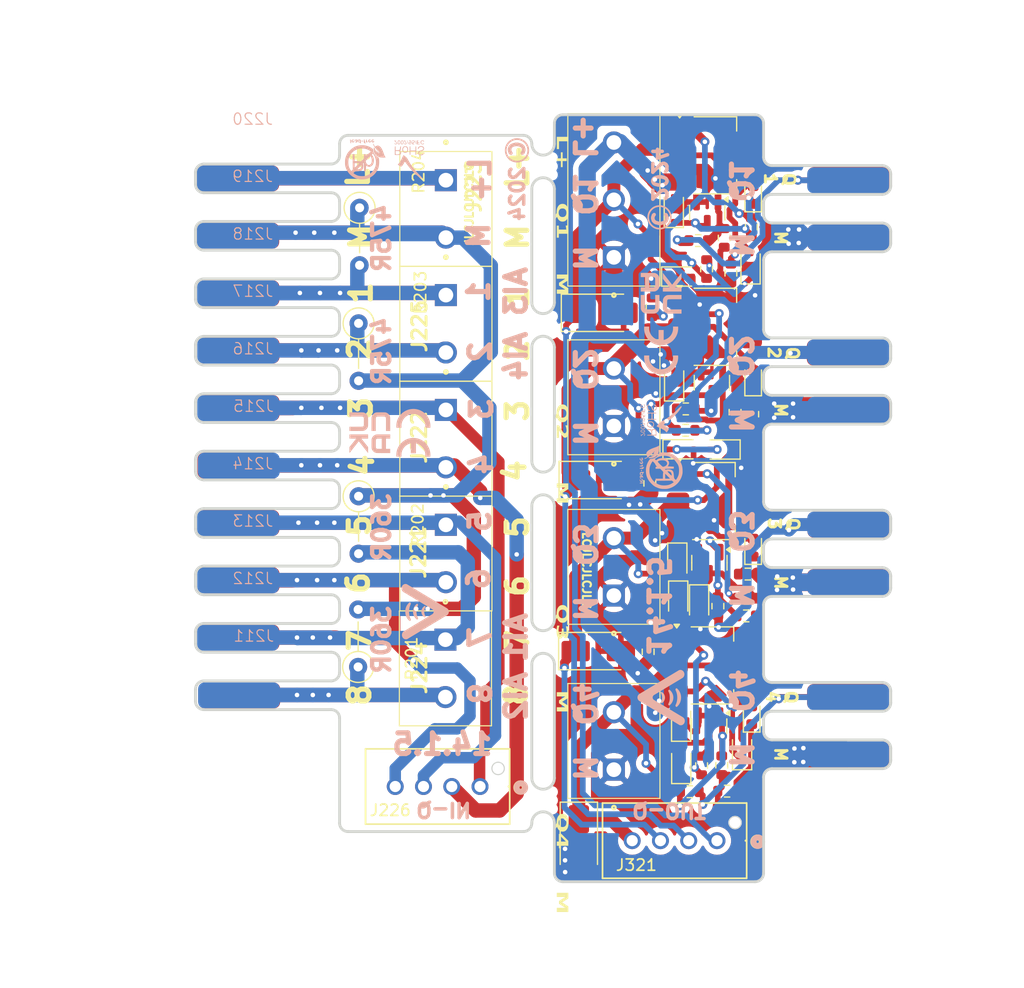
<source format=kicad_pcb>
(kicad_pcb (version 20221018) (generator pcbnew)
  (layers (0 "F.Cu" signal) (31 "B.Cu" signal) (34 "B.Paste" user) (35 "F.Paste" user) (36 "B.SilkS" user "B.Silkscreen") (37 "F.SilkS" user "F.Silkscreen") (38 "B.Mask" user) (39 "F.Mask" user) (44 "Edge.Cuts" user))
  (net 0 "")
  (net 1 "Net-(J306-Pin_1)")
  (net 2 "Net-(J302-Pin_1)")
  (net 3 "Net-(J304-Pin_1)")
  (net 4 "Net-(J201-Pin_1)")
  (net 5 "Net-(J202-Pin_1)")
  (net 6 "Net-(J203-Pin_1)")
  (net 7 "Net-(J204-Pin_1)")
  (net 8 "Net-(J205-Pin_1)")
  (net 9 "Net-(J206-Pin_1)")
  (net 10 "Net-(J207-Pin_1)")
  (net 11 "Net-(J208-Pin_1)")
  (net 12 "M")
  (net 13 "Net-(J210-Pin_1)")
  (net 14 "Net-(J314-Pin_1)")
  (net 15 "GNDPWR")
  (net 16 "Net-(D10-A)")
  (net 17 "Net-(D5-K)")
  (net 18 "Net-(D6-K)")
  (net 19 "Net-(D7-K)")
  (net 20 "Net-(D8-K)")
  (net 21 "Net-(Q1-G)")
  (net 22 "Net-(D2-K)")
  (net 23 "Net-(D3-K)")
  (net 24 "Net-(D4-K)")
  (net 25 "Net-(Q2-G)")
  (net 26 "Net-(Q3-G)")
  (net 27 "Net-(Q4-G)")
  (net 28 "Net-(Q5-G)")
  (net 29 "Net-(Q6-G)")
  (net 30 "Net-(Q8-G)")
  (net 31 "Net-(Q10-G)")
  (net 32 "Net-(D11-A)")
  (net 33 "Net-(D10-K)")
  (net 34 "Net-(D1-K)")
  (net 35 "Net-(D1-A)")
  (net 36 "Net-(D12-K)")
  (footprint "Resistor_SMD:R_0603_1608Metric" (layer "F.Cu") (at 110.88 83.575 -90)
    (fp_text reference "R3" hide)
    (fp_text value "6.2K")
  )
  (footprint "Resistor_SMD:R_0603_1608Metric" (layer "F.Cu") (at 110.53 114.055 -90)
    (fp_text reference "R7" hide)
    (fp_text value "6.2K")
  )
  (footprint "Diode_SMD:D_SOD-323F" (layer "F.Cu") (at 118.84 122.88 90)
    (fp_text reference "D13" hide)
    (fp_text value "BAT54J")
  )
  (footprint "PCB_Library:1729128" (layer "F.Cu") (at 107.5 94.08 90)
    (fp_text reference "J317" hide)
    (fp_text value "DB128L-5.08-2P-BK-S" hide)
  )
  (footprint "PCB_Library:Conn_pin_PLC" (layer "F.Cu") (at 126.90175 113.295)
    (fp_text reference "J302" hide)
    (fp_text value "Conn_01x01_PAD")
  )
  (footprint "PCB_Library:mouse-bite-2mm-slot" (layer "F.Cu") (at 101.3 85.14 90)
    (fp_text reference "mouse-bite-2mm-slot" hide)
    (fp_text value "VAL**" hide)
  )
  (footprint "Resistor_SMD:R_0603_1608Metric" (layer "F.Cu") (at 119.66 76.485 90)
    (fp_text reference "R17" hide)
    (fp_text value "6.2K")
  )
  (footprint "PCB_Library:mouse-bite-2mm-slot" (layer "F.Cu") (at 101.3 127.2 90)
    (fp_text reference "mouse-bite-2mm-slot" hide)
    (fp_text value "VAL**" hide)
  )
  (footprint "LED_SMD:LED_0603_1608Metric" (layer "F.Cu") (at 119.69 119.6675 90)
    (fp_text reference "D3" hide)
    (fp_text value "LED WHITE")
  )
  (footprint "PCB_Library:Conn_pin_PLC" (layer "F.Cu") (at 126.93175 67.565)
    (fp_text reference "J310" hide)
    (fp_text value "Conn_01x01_PAD")
  )
  (footprint "Diode_SMD:D_SOD-323F" (layer "F.Cu") (at 115.04 109.7425 -90)
    (fp_text reference "D7" hide)
    (fp_text value "BAT54J")
  )
  (footprint "Resistor_SMD:R_0603_1608Metric" (layer "F.Cu") (at 116.7 110.015 90)
    (fp_text reference "R5" hide)
    (fp_text value "6.2K")
  )
  (footprint "Diode_SMD:D_SOD-323F" (layer "F.Cu") (at 113.19 109.4025 -90)
    (fp_text reference "D14" hide)
    (fp_text value "BAT54J")
  )
  (footprint "Resistor_SMD:R_0603_1608Metric" (layer "F.Cu") (at 113.86 92.57 180)
    (fp_text reference "R21" hide)
    (fp_text value "6.2K")
  )
  (footprint "Resistor_SMD:R_0603_1608Metric" (layer "F.Cu") (at 119.205 110.88 180)
    (fp_text reference "R14" hide)
    (fp_text value "6.2K")
  )
  (footprint "PCB_Library:Conn_pin_PLC" (layer "F.Cu") (at 72.97 67.432224)
    (fp_text reference "J210" hide)
    (fp_text value "Conn_01x01_PAD")
  )
  (footprint "Diode_SMD:D_SOD-323F" (layer "F.Cu") (at 113.11 106.0425 -90)
    (fp_text reference "D11" hide)
    (fp_text value "BAT54J")
  )
  (footprint "LED_SMD:LED_0603_1608Metric" (layer "F.Cu") (at 119.82 73.65 90)
    (fp_text reference "D1" hide)
    (fp_text value "LED WHITE")
  )
  (footprint "PCB_Library:Conn_pin_PLC" (layer "F.Cu") (at 72.97 72.49)
    (fp_text reference "J209" hide)
    (fp_text value "Conn_01x01_PAD")
  )
  (footprint "Resistor_SMD:R_0603_1608Metric" (layer "F.Cu") (at 110.68 99.16 -90)
    (fp_text reference "R6" hide)
    (fp_text value "6.2K")
  )
  (footprint "Diode_SMD:D_SMA" (layer "F.Cu") (at 104.4 130.8625 -90)
    (fp_text reference "D303" hide)
    (fp_text value "SS34")
  )
  (footprint "Package_TO_SOT_SMD:SOT-23" (layer "F.Cu") (at 115.93 120.6375 -90)
    (fp_text reference "Q1" hide)
    (fp_text value "2N7002")
  )
  (footprint "Resistor_SMD:R_0603_1608Metric" (layer "F.Cu") (at 119.24 109.31)
    (fp_text reference "R18" hide)
    (fp_text value "6.2K")
  )
  (footprint "PCB_Library:Conn_pin_PLC" (layer "F.Cu") (at 126.92175 98.065)
    (fp_text reference "J314" hide)
    (fp_text value "Conn_01x01_PAD")
  )
  (footprint "PCB_Library:Conn_pin_PLC" (layer "F.Cu") (at 126.95175 87.895)
    (fp_text reference "J311" hide)
    (fp_text value "Conn_01x01_PAD")
  )
  (footprint "PCB_Library:SOT-223 DMP6023LE" (layer "F.Cu") (at 116.32 100.72)
    (fp_text reference "Q8" hide)
    (fp_text value "DMP6023LE-PMOS")
  )
  (footprint "PCB_Library:Conn_pin_PLC" (layer "F.Cu") (at 73 87.733334)
    (fp_text reference "J206" hide)
    (fp_text value "Conn_01x01_PAD")
  )
  (footprint "Diode_SMD:D_SOD-323F" (layer "F.Cu") (at 112.83 90.2575 90)
    (fp_text reference "D6" hide)
    (fp_text value "BAT54J")
  )
  (footprint "PCB_Library:Conn_pin_PLC" (layer "F.Cu") (at 126.87175 82.835)
    (fp_text reference "J306" hide)
    (fp_text value "Conn_01x01_PAD")
  )
  (footprint "PCB_Library:Conn_pin_PLC" (layer "F.Cu") (at 126.92175 118.385)
    (fp_text reference "J307" hide)
    (fp_text value "Conn_01x01_PAD")
  )
  (footprint "Diode_SMD:D_SMA" (layer "F.Cu") (at 106.12 113.99)
    (fp_text reference "D302" hide)
    (fp_text value "SS34")
  )
  (footprint "PCB_Library:SOT-223 DMP6023LE" (layer "F.Cu") (at 116.45 85.3075)
    (fp_text reference "Q6" hide)
    (fp_text value "DMP6023LE-PMOS")
  )
  (footprint "Resistor_SMD:R_0603_1608Metric" (layer "F.Cu") (at 119.345 107.18)
    (fp_text reference "R12" hide)
    (fp_text value "4.7k")
  )
  (footprint "Diode_SMD:D_SOD-323F" (layer "F.Cu") (at 113.45 96.14)
    (fp_text reference "D15" hide)
    (fp_text value "BAT54J")
  )
  (footprint "PCB_Library:Conn_pin_PLC" (layer "F.Cu") (at 72.99 108.044446)
    (fp_text reference "J202" hide)
    (fp_text value "Conn_01x01_PAD")
  )
  (footprint "PCB_Library:Conn_pin_PLC" (layer "F.Cu") (at 126.92175 72.665)
    (fp_text reference "J309" hide)
    (fp_text value "Conn_01x01_PAD")
  )
  (footprint "Package_TO_SOT_SMD:SOT-23" (layer "F.Cu") (at 115.95 106.1775 -90)
    (fp_text reference "Q2" hide)
    (fp_text value "2N7002")
  )
  (footprint "Diode_SMD:D_SOD-323F" (layer "F.Cu") (at 112.8 74.9175 90)
    (fp_text reference "D5" hide)
    (fp_text value "BAT54J")
  )
  (footprint "Resistor_SMD:R_0603_1608Metric" (layer "F.Cu") (at 119.78 93.035 90)
    (fp_text reference "R10" hide)
    (fp_text value "4.7k")
  )
  (footprint "Resistor_THT:R_Axial_DIN0207_L6.3mm_D2.5mm_P5.08mm_Vertical" (layer "F.Cu") (at 85.00825 74.782224 -90)
    (fp_text reference "R204")
    (fp_text value "475R")
  )
  (footprint "PCB_Library:1729128" (layer "F.Cu") (at 92.64 92.66 -90)
    (fp_text reference "J222")
    (fp_text value "DB128L-5.08-2P-BK-S" hide)
  )
  (footprint "PCB_Library:Conn_pin_PLC" (layer "F.Cu") (at 73 102.966668)
    (fp_text reference "J203" hide)
    (fp_text value "Conn_01x01_PAD")
  )
  (footprint "Diode_SMD:D_SOD-323F" (layer "F.Cu") (at 113.46 124.1 90)
    (fp_text reference "D12" hide)
    (fp_text value "BAT54J")
  )
  (footprint "Resistor_THT:R_Axial_DIN0207_L6.3mm_D2.5mm_P5.08mm_Vertical" (layer "F.Cu") (at 84.91825 100.297224 -90)
    (fp_text reference "R202")
    (fp_text value "360R")
  )
  (footprint "Resistor_SMD:R_0603_1608Metric" (layer "F.Cu") (at 113.845 94.46)
    (fp_text reference "R20" hide)
    (fp_text value "6.2K")
  )
  (footprint "Resistor_SMD:R_0603_1608Metric" (layer "F.Cu") (at 114.96 77.68)
    (fp_text reference "R4" hide)
    (fp_text value "6.2K")
  )
  (footprint "PCB_Library:Conn_pin_PLC" (layer "F.Cu") (at 126.90175 103.125)
    (fp_text reference "J315" hide)
    (fp_text value "Conn_01x01_PAD")
  )
  (footprint "PCB_Library:Conn_pin_PLC" (layer "F.Cu") (at 72.99 77.587778)
    (fp_text reference "J208" hide)
    (fp_text value "Conn_01x01_PAD")
  )
  (footprint "PCB_Library:1729128" (layer "F.Cu") (at 92.6 112.98 -90)
    (fp_text reference "J224")
    (fp_text value "DB128L-5.08-2P-BK-S" hide)
  )
  (footprint "PCB_Library:1729128" (layer "F.Cu") (at 107.5 109.08 90)
    (fp_text reference "J320" hide)
    (fp_text value "DB128L-5.08-2P-BK-S" hide)
  )
  (footprint "Diode_SMD:D_SMA" (layer "F.Cu") (at 106.16 98.86)
    (fp_text reference "D301" hide)
    (fp_text value "SS34")
  )
  (footprint "Resistor_THT:R_Axial_DIN0207_L6.3mm_D2.5mm_P5.08mm_Vertical" (layer "F.Cu") (at 84.87825 115.392224 90)
    (fp_text reference "R201")
    (fp_text value "360R")
  )
  (footprint "Package_TO_SOT_SMD:SOT-23" (layer "F.Cu") (at 116.17 90.2525 -90)
    (fp_text reference "Q3" hide)
    (fp_text value "2N7002")
  )
  (footprint "PCB_Library:CONN_B04B-XASK-1-A_JST" (layer "F.Cu") (at 95.66 125.97)
    (fp_text reference "J226")
    (fp_text value "B04B-XASK-1")
    (fp_circle (center 1.6 -1.6) (end 2.15 -1.6) (stroke (width 0.1)) (fill none) (layer "Edge.Cuts"))
  )
  (footprint "PCB_Library:Conn_pin_PLC" (layer "F.Cu") (at 73.06175 113.165)
    (fp_text reference "J201" hide)
    (fp_text value "Conn_01x01_PAD")
  )
  (footprint "Resistor_SMD:R_0603_1608Metric" (layer "F.Cu") (at 114.215 126.43 180)
    (fp_text reference "R8" hide)
    (fp_text value "6.2K")
  )
  (footprint "Resistor_SMD:R_0603_1608Metric" (layer "F.Cu") (at 117.515 126.38)
    (fp_text reference "R11" hide)
    (fp_text value "4.7k")
  )
  (footprint "Diode_SMD:D_SOD-323F" (layer "F.Cu") (at 117.06 96.16 180)
    (fp_text reference "D10" hide)
    (fp_text value "BAT54J")
  )
  (footprint "PCB_Library:XY128V-A-5.08-3P" (layer "F.Cu") (at 107.5 79.16 90)
    (fp_text reference "J318" hide)
    (fp_text value "DB128L-5.08-3P-BK-S" hide)
  )
  (footprint "PCB_Library:SOT-223 DMP6023LE" (layer "F.Cu") (at 116.45 70.14)
    (fp_text reference "Q5" hide)
    (fp_text value "DMP6023LE-PMOS")
  )
  (footprint "Resistor_SMD:R_0603_1608Metric" (layer "F.Cu") (at 117.85 80.58 90)
    (fp_text reference "R9" hide)
    (fp_text value "4.7k")
  )
  (footprint "LED_SMD:LED_0603_1608Metric" (layer "F.Cu") (at 119.82 104.8375 90)
    (fp_text reference "D4" hide)
    (fp_text value "LED WHITE")
  )
  (footprint "Diode_SMD:D_SOD-323F" (layer "F.Cu") (at 113.33 80.86)
    (fp_text reference "D16" hide)
    (fp_text value "BAT54J")
  )
  (footprint "Resistor_SMD:R_0603_1608Metric" (layer "F.Cu") (at 115.26 124.11 90)
    (fp_text reference "R19" hide)
    (fp_text value "6.2K")
  )
  (footprint "Resistor_SMD:R_0603_1608Metric" (layer "F.Cu") (at 118.22 92.855 -90)
    (fp_text reference "R15" hide)
    (fp_text value "6.2K")
  )
  (footprint "PCB_Library:mouse-bite-2mm-slot" (layer "F.Cu") (at 101.3 99.16 90)
    (fp_text reference "mouse-bite-2mm-slot" hide)
    (fp_text value "VAL**" hide)
  )
  (footprint "Diode_SMD:D_SMA" (layer "F.Cu") (at 106.36 84.07)
    (fp_text reference "D309" hide)
    (fp_text value "SS34")
  )
  (footprint "PCB_Library:mouse-bite-2mm-slot" (layer "F.Cu") (at 101.3 113.17 90)
    (fp_text reference "mouse-bite-2mm-slot" hide)
    (fp_text value "VAL**" hide)
  )
  (footprint "Resistor_THT:R_Axial_DIN0207_L6.3mm_D2.5mm_P5.08mm_Vertical" (layer "F.Cu") (at 84.91825 85.002224 -90)
    (fp_text reference "R203")
    (fp_text value "475R")
  )
  (footprint "Package_TO_SOT_SMD:SOT-23" (layer "F.Cu") (at 115.76 75.21 -90)
    (fp_text reference "Q4" hide)
    (fp_text value "2N7002")
  )
  (footprint "PCB_Library:Conn_pin_PLC" (layer "F.Cu") (at 72.99 97.89889)
    (fp_text reference "J204" hide)
    (fp_text value "Conn_01x01_PAD")
  )
  (footprint "PCB_Library:Conn_pin_PLC" (layer "F.Cu") (at 73 82.645556)
    (fp_text reference "J207" hide)
    (fp_text value "Conn_01x01_PAD")
  )
  (footprint "PCB_Library:Conn_pin_PLC" (layer "F.Cu") (at 72.97175 92.835)
    (fp_text reference "J205" hide)
    (fp_text value "Conn_01x01_PAD")
  )
  (footprint "PCB_Library:1729128" (layer "F.Cu") (at 92.64 102.82 -90)
    (fp_text reference "J221")
    (fp_text value "DB128L-5.08-2P-BK-S" hide)
  )
  (footprint "Diode_SMD:D_SOD-323F" (layer "F.Cu") (at 113.45 120.3575 90)
    (fp_text reference "D8" hide)
    (fp_text value "BAT54J")
  )
  (footprint "PCB_Library:1729128" (layer "F.Cu") (at 92.64 72.34 -90)
    (fp_text reference "J223")
    (fp_text value "DB128L-5.08-2P-BK-S" hide)
  )
  (footprint "PCB_Library:SOT-223 DMP6023LE" (layer "F.Cu") (at 116.19 115.26)
    (fp_text reference "Q10" hide)
    (fp_text value "DMP6023LE-PMOS")
  )
  (footprint "PCB_Library:1729128" (layer "F.Cu") (at 92.64 82.5 -90)
    (fp_text reference "J225")
    (fp_text value "DB128L-5.08-2P-BK-S" hide)
  )
  (footprint "LED_SMD:LED_0603_1608Metric" (layer "F.Cu") (at 119.82 89.9225 90)
    (fp_text reference "D2" hide)
    (fp_text value "LED WHITE")
  )
  (footprint "Resistor_SMD:R_0603_1608Metric" (layer "F.Cu") (at 117.04 124.09 -90)
    (fp_text reference "R13" hide)
    (fp_text value "6.2K")
  )
  (footprint "PCB_Library:mouse-bite-2mm-slot" (layer "F.Cu") (at 101.29 71.11 90)
    (fp_text reference "mouse-bite-2mm-slot" hide)
    (fp_text value "VAL**" hide)
  )
  (footprint "Resistor_SMD:R_0603_1608Metric" (layer "F.Cu") (at 115.7 80.2 90)
    (fp_text reference "R1" hide)
    (fp_text value "6.2K")
  )
  (footprint "Diode_SMD:D_SOD-323F" (layer "F.Cu") (at 119.59 79.91 90)
    (fp_text reference "D9" hide)
    (fp_text value "BAT54J")
  )
  (footprint "PCB_Library:1729128" (layer "F.Cu") (at 107.5 124.48 90)
    (fp_text reference "J319" hide)
    (fp_text value "DB128L-5.08-2P-BK-S" hide)
  )
  (footprint "Resistor_SMD:R_0603_1608Metric" (layer "F.Cu") (at 117.26 77.445 90)
    (fp_text reference "R2" hide)
    (fp_text value "6.2K")
  )
  (footprint "PCB_Library:CONN_B04B-XASK-1-A_JST" (layer "F.Cu") (at 116.62 130.76)
    (fp_text reference "J321")
    (fp_text value "B04B-XASK-1")
    (fp_circle (center 1.6 -1.6) (end 2.15 -1.6) (stroke (width 0.1)) (fill none) (layer "Edge.Cuts"))
  )
  (footprint "PCB_Library:Conn_pin_PLC" (layer "B.Cu") (at 129.52825 67.595 180)
    (fp_text reference "J304" hide)
    (fp_text value "Conn_01x01_PAD")
  )
  (footprint "PCB_Library:Conn_pin_PLC" (layer "B.Cu") (at 75.5665 108.062224 180)
    (fp_text reference "J212")
    (fp_text value "Conn_01x01_PAD")
  )
  (footprint "PCB_Library:Conn_pin_PLC" (layer "B.Cu") (at 75.5765 87.742224 180)
    (fp_text reference "J216")
    (fp_text value "Conn_01x01_PAD")
  )
  (footprint "PCB_Library:Conn_pin_PLC" (layer "B.Cu") (at 75.5765 102.982224 180)
    (fp_text reference "J213")
    (fp_text value "Conn_01x01_PAD")
  )
  (footprint "PCB_Library:Conn_pin_PLC" (layer "B.Cu") (at 75.5765 82.652224 180)
    (fp_text reference "J217")
    (fp_text value "Conn_01x01_PAD")
  )
  (footprint "LOGO" (layer "B.Cu") (at 89.91 95.01 -90)
    (fp_text reference "G***" hide)
    (fp_text value "LOGO" hide)
  )
  (footprint "LOGO" (layer "B.Cu") (at 111.642404 82.302666 90)
    (fp_text reference "G***" hide)
    (fp_text value "LOGO" hide)
  )
  (footprint "LOGO" (layer "B.Cu") (at 111.533145 87.073124 90)
    (fp_text reference "G***" hide)
    (fp_text value "LOGO" hide)
  )
  (footprint "LOGO" (layer "B.Cu") (at 111.682287 95.9 90)
    (fp_text reference "G***" hide)
    (fp_text value "LOGO" hide)
  )
  (footprint "PCB_Library:Conn_pin_PLC" (layer "B.Cu") (at 129.52825 113.315 180)
    (fp_text reference "J308" hide)
    (fp_text value "Conn_01x01_PAD")
  )
  (footprint "PCB_Library:Conn_pin_PLC" (layer "B.Cu") (at 75.5465 72.492224 180)
    (fp_text reference "J219")
    (fp_text value "Conn_01x01_PAD")
  )
  (footprint "PCB_Library:Conn_pin_PLC" (layer "B.Cu") (at 75.64825 113.152224 180)
    (fp_text reference "J211")
    (fp_text value "Conn_01x01_PAD")
  )
  (footprint "PCB_Library:Conn_pin_PLC" (layer "B.Cu") (at 129.52825 82.815 180)
    (fp_text reference "J312" hide)
    (fp_text value "Conn_01x01_PAD")
  )
  (footprint "PCB_Library:Conn_pin_PLC" (layer "B.Cu") (at 129.53825 98.045 180)
    (fp_text reference "J316" hide)
    (fp_text value "Conn_01x01_PAD")
  )
  (footprint "PCB_Library:Conn_pin_PLC" (layer "B.Cu") (at 75.5665 97.912224 180)
    (fp_text reference "J214")
    (fp_text value "Conn_01x01_PAD")
  )
  (footprint "PCB_Library:Conn_pin_PLC" (layer "B.Cu") (at 129.53825 87.895 180)
    (fp_text reference "J305" hide)
    (fp_text value "Conn_01x01_PAD")
  )
  (footprint "PCB_Library:Conn_pin_PLC" (layer "B.Cu") (at 129.52825 118.375 180)
    (fp_text reference "J301" hide)
    (fp_text value "Conn_01x01_PAD")
  )
  (footprint "LOGO" (layer "B.Cu") (at 85.95 94.71 -90)
    (fp_text reference "G***" hide)
    (fp_text value "LOGO" hide)
  )
  (footprint "PCB_Library:Conn_pin_PLC" (layer "B.Cu") (at 75.62825 92.825 180)
    (fp_text reference "J215")
    (fp_text value "Conn_01x01_PAD")
  )
  (footprint "PCB_Library:Conn_pin_PLC" (layer "B.Cu") (at 129.54825 72.655 180)
    (fp_text reference "J303" hide)
    (fp_text value "Conn_01x01_PAD")
  )
  (footprint "LOGO" (layer "B.Cu") (at 87.21825 70.503224)
    (fp_text reference "G***" hide)
    (fp_text value "LOGO" hide)
  )
  (footprint "PCB_Library:Conn_pin_PLC" (layer "B.Cu") (at 129.52825 103.145 180)
    (fp_text reference "J313" hide)
    (fp_text value "Conn_01x01_PAD")
  )
  (footprint "PCB_Library:Conn_pin_PLC" (layer "B.Cu") (at 75.5665 77.592224 180)
    (fp_text reference "J218")
    (fp_text value "Conn_01x01_PAD")
  )
  (footprint "PCB_Library:Conn_pin_PLC" (layer "B.Cu") (at 75.5465 67.432224 180)
    (fp_text reference "J220")
    (fp_text value "Conn_01x01_PAD")
  )
  (gr_poly (pts (xy 112.757894 118.148268) (xy 112.754163 118.195849) (xy 112.747876 118.242947) (xy 112.739079 118.289469) (xy 112.727814 118.335319) (xy 112.714125 118.380403) (xy 112.698054 118.424626) (xy 112.679645 118.467894) (xy 112.658942 118.510112) (xy 112.635987 118.551185) (xy 112.610824 118.591019) (xy 112.583496 118.62952) (xy 112.554047 118.666593) (xy 112.522519 118.702143) (xy 112.488957 118.736075) (xy 112.453402 118.768295) (xy 112.447381 118.773238) (xy 112.441248 118.778217) (xy 112.43504 118.783197) (xy 112.428796 118.788139) (xy 112.428679 118.788253) (xy 112.428559 118.788364) (xy 112.428436 118.788471) (xy 112.42831 118.788575) (xy 112.428182 118.788675) (xy 112.42805 118.788771) (xy 112.427917 118.788864) (xy 112.427781 118.788954) (xy 112.427642 118.789039) (xy 112.427502 118.789121) (xy 112.427359 118.789199) (xy 112.427214 118.789272) (xy 112.427066 118.789342) (xy 112.426917 118.789408) (xy 112.426766 118.78947) (xy 112.426613 118.789528) (xy 112.424679 118.790519) (xy 112.422722 118.791455) (xy 112.420742 118.792336) (xy 112.418741 118.793162) (xy 112.416719 118.793932) (xy 112.414678 118.794647) (xy 112.412619 118.795306) (xy 112.410543 118.795908) (xy 112.408452 118.796453) (xy 112.406346 118.796942) (xy 112.404227 118.797373) (xy 112.402096 118.797746) (xy 112.399954 118.798062) (xy 112.397802 118.798319) (xy 112.395642 118.798517) (xy 112.393474 118.798657) (xy 112.389379 118.798317) (xy 112.385338 118.797796) (xy 112.381355 118.797097) (xy 112.377435 118.796225) (xy 112.373581 118.795184) (xy 112.369797 118.793978) (xy 112.366089 118.792611) (xy 112.362459 118.791086) (xy 112.358913 118.789409) (xy 112.355454 118.787583) (xy 112.352086 118.785611) (xy 112.348815 118.783499) (xy 112.345643 118.78125) (xy 112.342575 118.778868) (xy 112.339616 118.776357) (xy 112.336769 118.773722) (xy 112.334039 118.770966) (xy 112.33143 118.768093) (xy 112.328945 118.765108) (xy 112.32659 118.762014) (xy 112.324369 118.758815) (xy 112.322284 118.755516) (xy 112.320342 118.752121) (xy 112.318546 118.748633) (xy 112.3169 118.745058) (xy 112.315408 118.741397) (xy 112.314074 118.737657) (xy 112.312904 118.73384) (xy 112.3119 118.729951) (xy 112.311067 118.725994) (xy 112.310409 118.721973) (xy 112.309931 118.717893) (xy 112.309476 118.715588) (xy 112.309087 118.713273) (xy 112.308764 118.710949) (xy 112.308507 118.708617) (xy 112.308317 118.706278) (xy 112.308193 118.703935) (xy 112.308136 118.701588) (xy 112.308146 118.699239) (xy 112.308146 118.696461) (xy 112.308157 118.694663) (xy 112.308216 118.692866) (xy 112.30832 118.691072) (xy 112.308471 118.689282) (xy 112.308668 118.687496) (xy 112.308911 118.685715) (xy 112.3092 118.683941) (xy 112.309535 118.682174) (xy 112.309894 118.680774) (xy 112.310237 118.679369) (xy 112.310561 118.677961) (xy 112.310868 118.676548) (xy 112.311157 118.675132) (xy 112.311428 118.673712) (xy 112.311681 118.672289) (xy 112.311916 118.670862) (xy 112.311936 118.670311) (xy 112.311995 118.669772) (xy 112.312087 118.669244) (xy 112.31221 118.668726) (xy 112.31236 118.668216) (xy 112.312533 118.667713) (xy 112.312725 118.667215) (xy 112.312933 118.66672) (xy 112.313379 118.665737) (xy 112.313841 118.664751) (xy 112.31429 118.663752) (xy 112.314499 118.663243) (xy 112.314694 118.662727) (xy 112.314984 118.661742) (xy 112.315305 118.660768) (xy 112.315657 118.659805) (xy 112.316039 118.658854) (xy 112.316452 118.657916) (xy 112.316895 118.656992) (xy 112.317367 118.656081) (xy 112.317869 118.655186) (xy 112.319042 118.653184) (xy 112.320182 118.651192) (xy 112.321295 118.6492) (xy 112.322384 118.647199) (xy 112.323454 118.645179) (xy 112.324511 118.643131) (xy 112.325558 118.641045) (xy 112.3266 118.638914) (xy 112.327027 118.63819) (xy 112.327466 118.637474) (xy 112.327918 118.636766) (xy 112.328384 118.636067) (xy 112.328862 118.635376) (xy 112.329352 118.634694) (xy 112.329855 118.634021) (xy 112.330371 118.633358) (xy 112.331604 118.631707) (xy 112.332869 118.63008) (xy 112.334164 118.628478) (xy 112.335489 118.626902) (xy 112.336845 118.625351) (xy 112.33823 118.623826) (xy 112.339644 118.622328) (xy 112.341086 118.620856) (xy 112.339549 118.622199) (xy 112.338052 118.623586) (xy 112.336596 118.625015) (xy 112.335183 118.626485) (xy 112.333813 118.627996) (xy 112.332488 118.629546) (xy 112.331208 118.631135) (xy 112.329974 118.632762) (xy 112.344884 118.601799) (xy 112.358841 118.570454) (xy 112.371842 118.538749) (xy 112.38388 118.506706) (xy 112.39495 118.474348) (xy 112.405048 118.441697) (xy 112.414168 118.408775) (xy 112.422306 118.375603) (xy 112.429456 118.342205) (xy 112.435612 118.308603) (xy 112.440771 118.274817) (xy 112.444927 118.240871) (xy 112.448075 118.206787) (xy 112.450209 118.172587) (xy 112.451325 118.138293) (xy 112.451418 118.103927) (xy 112.451307 118.068823) (xy 112.450126 118.033796) (xy 112.447882 117.99887) (xy 112.444579 117.964068) (xy 112.440223 117.929415) (xy 112.43482 117.894934) (xy 112.428376 117.860648) (xy 112.420895 117.826581) (xy 112.412384 117.792757) (xy 112.402847 117.7592) (xy 112.392292 117.725932) (xy 112.380722 117.692978) (xy 112.368145 117.660362) (xy 112.354564 117.628106) (xy 112.339987 117.596235) (xy 112.324418 117.564772) (xy 112.32404 117.564287) (xy 112.323673 117.563795) (xy 112.323316 117.563296) (xy 112.322969 117.562789) (xy 112.322633 117.562277) (xy 112.322307 117.561757) (xy 112.321993 117.561231) (xy 112.321689 117.560699) (xy 112.321395 117.560161) (xy 112.321113 117.559617) (xy 112.320842 117.559068) (xy 112.320582 117.558512) (xy 112.320333 117.557952) (xy 112.320096 117.557386) (xy 112.31987 117.556815) (xy 112.319655 117.556239) (xy 112.318259 117.553372) (xy 112.31695 117.55047) (xy 112.31573 117.547534) (xy 112.314599 117.544566) (xy 112.313558 117.541568) (xy 112.312607 117.538543) (xy 112.311746 117.535493) (xy 112.310975 117.532419) (xy 112.310297 117.529323) (xy 112.30971 117.526208) (xy 112.309216 117.523076) (xy 112.308814 117.519928) (xy 112.308506 117.516767) (xy 112.308291 117.513595) (xy 112.308171 117.510413) (xy 112.308146 117.507225) (xy 112.308255 117.502178) (xy 112.308578 117.497199) (xy 112.309111 117.492293) (xy 112.309848 117.487468) (xy 112.310784 117.482728) (xy 112.311913 117.47808) (xy 112.313231 117.47353) (xy 112.314731 117.469085) (xy 112.31641 117.464749) (xy 112.318261 117.46053) (xy 112.32028 117.456433) (xy 112.322461 117.452464) (xy 112.324799 117.44863) (xy 112.327289 117.444936) (xy 112.329925 117.441389) (xy 112.332702 117.437995) (xy 112.335616 117.434759) (xy 112.33866 117.431688) (xy 112.34183 117.428788) (xy 112.34512 117.426065) (xy 112.348526 117.423525) (xy 112.352041 117.421174) (xy 112.355661 117.419018) (xy 112.35938 117.417063) (xy 112.363193 117.415315) (xy 112.367096 117.413781) (xy 112.371082 117.412466) (xy 112.375146 117.411377) (xy 112.379284 117.410519) (xy 112.38349 117.409899) (xy 112.387759 117.409522) (xy 112.392085 117.409395) (xy 112.394714 117.409442) (xy 112.397334 117.409581) (xy 112.399944 117.409813) (xy 112.402539 117.410136) (xy 112.405119 117.41055) (xy 112.40768 117.411054) (xy 112.41022 117.411647) (xy 112.412738 117.412329) (xy 112.41523 117.413099) (xy 112.417694 117.413957) (xy 112.420128 117.414901) (xy 112.42253 117.415931) (xy 112.424896 117.417047) (xy 112.427226 117.418247) (xy 112.429516 117.419532) (xy 112.431764 117.420899) (xy 112.431772 117.420905) (xy 112.43594 117.424216) (xy 112.440107 117.427602) (xy 112.444274 117.431062) (xy 112.448441 117.434597) (xy 112.484234 117.466552) (xy 112.518048 117.500233) (xy 112.549839 117.535548) (xy 112.579564 117.5724) (xy 112.607177 117.610696) (xy 112.632636 117.650342) (xy 112.655896 117.691244) (xy 112.676912 117.733307) (xy 112.695643 117.776437) (xy 112.712042 117.820539) (xy 112.726067 117.86552) (xy 112.737672 117.911285) (xy 112.746815 117.957739) (xy 112.753452 118.00479) (xy 112.757538 118.052341) (xy 112.759029 118.1003)) (fill solid) (layer "B.SilkS"))
  (gr_poly (pts (xy 89.04697 110.443566) (xy 89.051492 110.384771) (xy 89.058926 110.327087) (xy 89.069189 110.270596) (xy 89.082199 110.215377) (xy 89.097872 110.161513) (xy 89.116125 110.109084) (xy 89.136875 110.058171) (xy 89.160039 110.008856) (xy 89.185533 109.96122) (xy 89.213275 109.915344) (xy 89.243182 109.871308) (xy 89.275169 109.829195) (xy 89.309155 109.789084) (xy 89.345056 109.751058) (xy 89.382789 109.715197) (xy 89.382789 109.714006) (xy 89.389322 109.708168) (xy 89.396059 109.702274) (xy 89.409776 109.690392) (xy 89.41008 109.690165) (xy 89.41039 109.689945) (xy 89.410705 109.689734) (xy 89.411025 109.689531) (xy 89.41135 109.689337) (xy 89.411681 109.689151) (xy 89.412016 109.688973) (xy 89.412356 109.688804) (xy 89.414402 109.687706) (xy 89.416477 109.68667) (xy 89.418578 109.685696) (xy 89.420705 109.684785) (xy 89.422856 109.683937) (xy 89.425028 109.683152) (xy 89.427222 109.682431) (xy 89.429436 109.681775) (xy 89.431667 109.681183) (xy 89.433916 109.680656) (xy 89.436179 109.680195) (xy 89.438457 109.679799) (xy 89.440747 109.67947) (xy 89.443048 109.679207) (xy 89.445359 109.679011) (xy 89.447678 109.678883) (xy 89.45197 109.679003) (xy 89.456213 109.67936) (xy 89.460403 109.679948) (xy 89.464534 109.680763) (xy 89.468603 109.681799) (xy 89.472606 109.683052) (xy 89.476538 109.684515) (xy 89.480395 109.686185) (xy 89.484173 109.688055) (xy 89.487868 109.690121) (xy 89.491475 109.692378) (xy 89.494991 109.69482) (xy 89.498411 109.697443) (xy 89.50173 109.700241) (xy 89.504946 109.703209) (xy 89.508052 109.706342) (xy 89.511046 109.709635) (xy 89.513923 109.713082) (xy 89.516679 109.71668) (xy 89.519309 109.720421) (xy 89.52181 109.724302) (xy 89.524176 109.728318) (xy 89.526405 109.732462) (xy 89.528491 109.736731) (xy 89.530431 109.741118) (xy 89.53222 109.745619) (xy 89.533855 109.750229) (xy 89.53533 109.754942) (xy 89.536641 109.759754) (xy 89.537786 109.764659) (xy 89.538758 109.769652) (xy 89.539554 109.774728) (xy 89.540096 109.777449) (xy 89.540561 109.780183) (xy 89.54095 109.782927) (xy 89.541262 109.785681) (xy 89.541497 109.788442) (xy 89.541654 109.791209) (xy 89.541734 109.793981) (xy 89.541737 109.796755) (xy 89.541737 109.800128) (xy 89.541697 109.802249) (xy 89.541611 109.804368) (xy 89.54148 109.806484) (xy 89.541304 109.808596) (xy 89.541083 109.810704) (xy 89.540817 109.812807) (xy 89.540506 109.814904) (xy 89.54015 109.816995) (xy 89.540127 109.817849) (xy 89.540063 109.818699) (xy 89.539963 109.819544) (xy 89.53983 109.820388) (xy 89.539671 109.821228) (xy 89.53949 109.822067) (xy 89.539083 109.823742) (xy 89.538224 109.827097) (xy 89.538029 109.82794) (xy 89.537852 109.828786) (xy 89.537697 109.829636) (xy 89.53757 109.830489) (xy 89.534593 109.840014) (xy 89.534226 109.841185) (xy 89.533836 109.842348) (xy 89.533423 109.843502) (xy 89.532987 109.844649) (xy 89.532529 109.845786) (xy 89.532049 109.846914) (xy 89.531546 109.848033) (xy 89.531021 109.849142) (xy 89.529681 109.85156) (xy 89.528375 109.853996) (xy 89.527106 109.856451) (xy 89.525872 109.858923) (xy 89.524674 109.861413) (xy 89.523512 109.863921) (xy 89.522387 109.866445) (xy 89.521298 109.868986) (xy 89.520848 109.869872) (xy 89.520378 109.870746) (xy 89.519887 109.871609) (xy 89.519376 109.872459) (xy 89.518844 109.873297) (xy 89.518293 109.874122) (xy 89.517722 109.874934) (xy 89.517131 109.875733) (xy 89.515776 109.877653) (xy 89.514389 109.879549) (xy 89.512971 109.881422) (xy 89.511522 109.883271) (xy 89.510043 109.885095) (xy 89.508533 109.886895) (xy 89.506993 109.888669) (xy 89.505423 109.890418) (xy 89.506291 109.889628) (xy 89.507146 109.888826) (xy 89.507989 109.888011) (xy 89.508819 109.887183) (xy 89.509636 109.886343) (xy 89.51044 109.885491) (xy 89.51123 109.884627) (xy 89.512007 109.88375) (xy 89.512771 109.882862) (xy 89.513521 109.881963) (xy 89.514257 109.881051) (xy 89.514979 109.880129) (xy 89.515687 109.879195) (xy 89.516381 109.87825) (xy 89.517061 109.877294) (xy 89.517726 109.876328) (xy 89.502389 109.90918) (xy 89.487871 109.943048) (xy 89.474195 109.977893) (xy 89.461385 110.013681) (xy 89.449465 110.050374) (xy 89.438458 110.087937) (xy 89.428387 110.126333) (xy 89.419276 110.165526) (xy 89.411149 110.205479) (xy 89.40403 110.246156) (xy 89.397941 110.287521) (xy 89.392906 110.329538) (xy 89.388949 110.372169) (xy 89.386093 110.415379) (xy 89.384363 110.459132) (xy 89.383781 110.503391) (xy 89.384393 110.548548) (xy 89.386211 110.593208) (xy 89.389211 110.637329) (xy 89.393365 110.680868) (xy 89.398648 110.723784) (xy 89.405034 110.766035) (xy 89.412498 110.807579) (xy 89.421013 110.848374) (xy 89.430553 110.888379) (xy 89.441093 110.927551) (xy 89.452607 110.965848) (xy 89.465069 111.00323) (xy 89.478453 111.039653) (xy 89.492733 111.075077) (xy 89.507883 111.109458) (xy 89.523878 111.142756) (xy 89.524277 111.143341) (xy 89.524665 111.143933) (xy 89.525042 111.144532) (xy 89.525407 111.145138) (xy 89.525759 111.14575) (xy 89.526101 111.146369) (xy 89.52643 111.146994) (xy 89.526747 111.147626) (xy 89.527052 111.148263) (xy 89.527344 111.148906) (xy 89.527625 111.149555) (xy 89.527893 111.150209) (xy 89.528148 111.150869) (xy 89.528391 111.151533) (xy 89.528621 111.152202) (xy 89.528839 111.152876) (xy 89.53042 111.156284) (xy 89.531901 111.15973) (xy 89.53328 111.163213) (xy 89.534557 111.166731) (xy 89.535732 111.170281) (xy 89.536803 111.173862) (xy 89.537771 111.17747) (xy 89.538635 111.181103) (xy 89.539394 111.18476) (xy 89.540048 111.188438) (xy 89.540596 111.192135) (xy 89.541039 111.195848) (xy 89.541375 111.199575) (xy 89.541603 111.203315) (xy 89.541724 111.207064) (xy 89.541737 111.21082) (xy 89.541617 111.21681) (xy 89.541259 111.222719) (xy 89.54067 111.228541) (xy 89.539855 111.234268) (xy 89.537573 111.245408) (xy 89.53446 111.256083) (xy 89.530562 111.266234) (xy 89.525925 111.275805) (xy 89.520598 111.284737) (xy 89.514626 111.292973) (xy 89.511412 111.296813) (xy 89.508056 111.300456) (xy 89.504561 111.303897) (xy 89.500935 111.307128) (xy 89.497183 111.310142) (xy 89.493311 111.312932) (xy 89.489324 111.31549) (xy 89.485229 111.317809) (xy 89.481031 111.319882) (xy 89.476737 111.321703) (xy 89.472351 111.323263) (xy 89.467881 111.324555) (xy 89.463331 111.325573) (xy 89.458708 111.326309) (xy 89.454017 111.326756) (xy 89.449265 111.326906) (xy 89.446391 111.32681) (xy 89.443529 111.32661) (xy 89.440681 111.326307) (xy 89.437851 111.325903) (xy 89.43504 111.325397) (xy 89.432253 111.324792) (xy 89.42949 111.324087) (xy 89.426756 111.323284) (xy 89.424052 111.322383) (xy 89.421381 111.321385) (xy 89.418746 111.320292) (xy 89.41615 111.319103) (xy 89.413595 111.31782) (xy 89.411084 111.316443) (xy 89.40862 111.314974) (xy 89.406204 111.313412) (xy 89.403897 111.31146) (xy 89.401591 111.309475) (xy 89.396977 111.305425) (xy 89.392363 111.301302) (xy 89.38775 111.297141) (xy 89.349569 111.261217) (xy 89.313219 111.223014) (xy 89.278788 111.18263) (xy 89.246363 111.140161) (xy 89.21603 111.095705) (xy 89.187878 111.049359) (xy 89.161993 111.001221) (xy 89.138462 110.951388) (xy 89.117374 110.899957) (xy 89.098814 110.847027) (xy 89.08287 110.792693) (xy 89.069629 110.737054) (xy 89.059179 110.680207) (xy 89.051607 110.622249) (xy 89.047 110.563278) (xy 89.045445 110.503391)) (fill solid) (layer "B.SilkS"))
  (gr_line (start 110.886936 118.28014) (end 110.911542 118.296411) (stroke (width 0.00496)) (layer "B.SilkS"))
  (gr_poly (pts (xy 112.019259 118.140759) (xy 112.015847 118.176585) (xy 112.010241 118.211749) (xy 112.002505 118.2462) (xy 111.992706 118.279886) (xy 111.980908 118.312755) (xy 111.967177 118.344755) (xy 111.951578 118.375836) (xy 111.934177 118.405944) (xy 111.91504 118.435028) (xy 111.894231 118.463037) (xy 111.871816 118.489919) (xy 111.84786 118.515621) (xy 111.822429 118.540093) (xy 111.795588 118.563282) (xy 111.767403 118.585137) (xy 111.74756 118.599623) (xy 111.745575 118.599623) (xy 111.743976 118.600342) (xy 111.742362 118.601023) (xy 111.740734 118.601664) (xy 111.739092 118.602266) (xy 111.737437 118.602829) (xy 111.73577 118.603353) (xy 111.734092 118.603836) (xy 111.732402 118.60428) (xy 111.730703 118.604683) (xy 111.728995 118.605047) (xy 111.727277 118.605369) (xy 111.725552 118.605652) (xy 111.72382 118.605893) (xy 111.722082 118.606094) (xy 111.720337 118.606253) (xy 111.718588 118.606371) (xy 111.715395 118.6063) (xy 111.712236 118.606088) (xy 111.709112 118.605737) (xy 111.706027 118.60525) (xy 111.702985 118.60463) (xy 111.699989 118.60388) (xy 111.697043 118.603003) (xy 111.694149 118.602001) (xy 111.691311 118.600878) (xy 111.688533 118.599636) (xy 111.685818 118.598278) (xy 111.68317 118.596807) (xy 111.680591 118.595225) (xy 111.678085 118.593537) (xy 111.675655 118.591743) (xy 111.673305 118.589849) (xy 111.671039 118.587855) (xy 111.668859 118.585765) (xy 111.66677 118.583583) (xy 111.664773 118.581309) (xy 111.662874 118.578949) (xy 111.661074 118.576504) (xy 111.659378 118.573977) (xy 111.657789 118.571372) (xy 111.656311 118.56869) (xy 111.654946 118.565936) (xy 111.653698 118.56311) (xy 111.65257 118.560218) (xy 111.651567 118.557261) (xy 111.650691 118.554242) (xy 111.649945 118.551164) (xy 111.649333 118.54803) (xy 111.648991 118.546365) (xy 111.648697 118.544691) (xy 111.648451 118.54301) (xy 111.648253 118.541323) (xy 111.648103 118.539631) (xy 111.648002 118.537936) (xy 111.647948 118.536237) (xy 111.647944 118.534536) (xy 111.647944 118.533346) (xy 111.647848 118.532058) (xy 111.647779 118.530768) (xy 111.647737 118.529477) (xy 111.647724 118.528186) (xy 111.647737 118.526895) (xy 111.647779 118.525605) (xy 111.647848 118.524315) (xy 111.647944 118.523027) (xy 111.648246 118.522024) (xy 111.648532 118.521016) (xy 111.648804 118.520005) (xy 111.64906 118.518989) (xy 111.6493 118.51797) (xy 111.649525 118.516947) (xy 111.649734 118.515921) (xy 111.649928 118.514891) (xy 111.65231 118.508938) (xy 111.652566 118.508214) (xy 111.652841 118.507498) (xy 111.653136 118.50679) (xy 111.653449 118.50609) (xy 111.653781 118.505399) (xy 111.654132 118.504717) (xy 111.654502 118.504044) (xy 111.654889 118.503382) (xy 111.655905 118.501967) (xy 111.656874 118.500551) (xy 111.657805 118.49913) (xy 111.658709 118.497701) (xy 111.66047 118.494815) (xy 111.662231 118.491872) (xy 111.662586 118.491321) (xy 111.662954 118.490777) (xy 111.663333 118.490243) (xy 111.663725 118.489717) (xy 111.664128 118.4892) (xy 111.664543 118.488692) (xy 111.664969 118.488194) (xy 111.665407 118.487705) (xy 111.666431 118.486525) (xy 111.667475 118.485363) (xy 111.668539 118.484219) (xy 111.669622 118.483092) (xy 111.670723 118.481985) (xy 111.671843 118.480896) (xy 111.672981 118.479826) (xy 111.674138 118.478775) (xy 111.673502 118.479234) (xy 111.672875 118.479704) (xy 111.672255 118.480184) (xy 111.671644 118.480674) (xy 111.671042 118.481174) (xy 111.670448 118.481685) (xy 111.669863 118.482205) (xy 111.669287 118.482734) (xy 111.668719 118.483274) (xy 111.668161 118.483822) (xy 111.667612 118.484381) (xy 111.667073 118.484948) (xy 111.666542 118.485525) (xy 111.666022 118.48611) (xy 111.665511 118.486705) (xy 111.66501 118.487308) (xy 111.688816 118.441681) (xy 111.709403 118.394952) (xy 111.726774 118.347282) (xy 111.740927 118.29883) (xy 111.751866 118.249758) (xy 111.759589 118.200224) (xy 111.764099 118.15039) (xy 111.765397 118.100416) (xy 111.763483 118.050461) (xy 111.758359 118.000687) (xy 111.750025 117.951252) (xy 111.738483 117.902318) (xy 111.723733 117.854045) (xy 111.705776 117.806592) (xy 111.684614 117.760121) (xy 111.660247 117.714791) (xy 111.659692 117.714076) (xy 111.65916 117.713345) (xy 111.658651 117.712597) (xy 111.658167 117.711834) (xy 111.657707 117.711057) (xy 111.657272 117.710264) (xy 111.656862 117.709458) (xy 111.656477 117.708639) (xy 111.655325 117.706605) (xy 111.654244 117.704536) (xy 111.653236 117.702436) (xy 111.652301 117.700306) (xy 111.651439 117.698149) (xy 111.650651 117.695965) (xy 111.649938 117.693757) (xy 111.649299 117.691527) (xy 111.648736 117.689276) (xy 111.648249 117.687008) (xy 111.647839 117.684723) (xy 111.647505 117.682423) (xy 111.647249 117.680111) (xy 111.647071 117.677788) (xy 111.646972 117.675457) (xy 111.646952 117.673119) (xy 111.646999 117.669638) (xy 111.647217 117.666179) (xy 111.647604 117.662747) (xy 111.648159 117.659349) (xy 111.648878 117.65599) (xy 111.649759 117.652676) (xy 111.6508 117.649413) (xy 111.651998 117.646206) (xy 111.653352 117.643061) (xy 111.654858 117.639985) (xy 111.656515 117.636983) (xy 111.65832 117.63406) (xy 111.660271 117.631223) (xy 111.662366 117.628478) (xy 111.664601 117.625829) (xy 111.666976 117.623284) (xy 111.669474 117.620859) (xy 111.672078 117.618571) (xy 111.674781 117.616423) (xy 111.677579 117.614416) (xy 111.680466 117.612553) (xy 111.683434 117.610837) (xy 111.68648 117.60927) (xy 111.689597 117.607855) (xy 111.69278 117.606593) (xy 111.696022 117.605488) (xy 111.699318 117.604541) (xy 111.702662 117.603756) (xy 111.706048 117.603135) (xy 111.709471 117.602679) (xy 111.712926 117.602392) (xy 111.716405 117.602277) (xy 111.71851 117.602323) (xy 111.720609 117.602434) (xy 111.722701 117.60261) (xy 111.724783 117.602851) (xy 111.726856 117.603155) (xy 111.728916 117.603523) (xy 111.730963 117.603953) (xy 111.732996 117.604447) (xy 111.735012 117.605003) (xy 111.737011 117.605621) (xy 111.738991 117.606301) (xy 111.74095 117.607042) (xy 111.742887 117.607844) (xy 111.744801 117.608706) (xy 111.746689 117.609629) (xy 111.748552 117.610611) (xy 111.750272 117.611754) (xy 111.752006 117.612943) (xy 111.753749 117.614169) (xy 111.755497 117.615423) (xy 111.758988 117.617978) (xy 111.762442 117.620533) (xy 111.791141 117.642454) (xy 111.818479 117.665762) (xy 111.844388 117.690398) (xy 111.868802 117.716301) (xy 111.891651 117.743412) (xy 111.912869 117.771671) (xy 111.932388 117.80102) (xy 111.950139 117.831398) (xy 111.966056 117.862745) (xy 111.980071 117.895003) (xy 111.992115 117.928111) (xy 112.002121 117.96201) (xy 112.010021 117.99664) (xy 112.015748 118.031942) (xy 112.017776 118.049827) (xy 112.019234 118.067857) (xy 112.020115 118.086025) (xy 112.020411 118.104324)) (fill solid) (layer "B.SilkS"))
  (gr_line (start 91.602709 110.326384) (end 91.578103 110.310113) (stroke (width 0.00496)) (layer "B.SilkS"))
  (gr_poly (pts (xy 88.715642 108.437657) (xy 88.716103 108.417872) (xy 88.717472 108.398347) (xy 88.719726 108.379105) (xy 88.722841 108.360171) (xy 88.726797 108.341568) (xy 88.731569 108.323321) (xy 88.737135 108.305454) (xy 88.743473 108.287991) (xy 88.750559 108.270957) (xy 88.758372 108.254376) (xy 88.766888 108.238271) (xy 88.776085 108.222667) (xy 88.78594 108.207589) (xy 88.79643 108.19306) (xy 88.807533 108.179105) (xy 88.819226 108.165748) (xy 88.831487 108.153012) (xy 88.844292 108.140923) (xy 88.85762 108.129505) (xy 88.871446 108.118781) (xy 88.88575 108.108776) (xy 88.900507 108.099514) (xy 88.915696 108.091019) (xy 88.931294 108.083315) (xy 88.947277 108.076428) (xy 88.963624 108.07038) (xy 88.980312 108.065196) (xy 88.997318 108.0609) (xy 89.014619 108.057517) (xy 89.032192 108.055071) (xy 89.050016 108.053585) (xy 89.068067 108.053085) (xy 89.076802 108.053188) (xy 89.085519 108.053526) (xy 89.094215 108.054096) (xy 89.102885 108.054899) (xy 89.111524 108.055932) (xy 89.120127 108.057196) (xy 89.128691 108.058688) (xy 89.13721 108.060408) (xy 89.14568 108.062355) (xy 89.154096 108.064529) (xy 89.162454 108.066927) (xy 89.170749 108.069549) (xy 89.178977 108.072394) (xy 89.187133 108.075461) (xy 89.195212 108.07875) (xy 89.20321 108.082258) (xy 89.269282 108.121942) (xy 92.525245 110.075361) (xy 92.708601 110.185891) (xy 92.744518 110.207322) (xy 92.747098 110.208909) (xy 92.765044 110.222516) (xy 92.782028 110.237084) (xy 92.798022 110.252559) (xy 92.813001 110.268889) (xy 92.826936 110.286023) (xy 92.839802 110.303908) (xy 92.85157 110.32249) (xy 92.862214 110.341719) (xy 92.871708 110.361541) (xy 92.880022 110.381905) (xy 92.887132 110.402757) (xy 92.89301 110.424046) (xy 92.897629 110.445719) (xy 92.900961 110.467724) (xy 92.90298 110.490008) (xy 92.903659 110.512519) (xy 92.90298 110.53503) (xy 92.900961 110.557314) (xy 92.897629 110.579318) (xy 92.89301 110.600991) (xy 92.887132 110.62228) (xy 92.880022 110.643133) (xy 92.871708 110.663496) (xy 92.862214 110.683318) (xy 92.85157 110.702547) (xy 92.839802 110.72113) (xy 92.826936 110.739014) (xy 92.813001 110.756148) (xy 92.798022 110.772478) (xy 92.782028 110.787954) (xy 92.765044 110.802521) (xy 92.747098 110.816128) (xy 92.74676 110.816329) (xy 92.746427 110.816536) (xy 92.746098 110.81675) (xy 92.745773 110.81697) (xy 92.745452 110.817196) (xy 92.745136 110.817429) (xy 92.744825 110.817669) (xy 92.744518 110.817914) (xy 92.708601 110.839345) (xy 92.524848 110.949676) (xy 89.300834 112.884244) (xy 89.245867 112.917383) (xy 89.237521 112.921322) (xy 89.22908 112.925018) (xy 89.220547 112.92847) (xy 89.211929 112.931676) (xy 89.20323 112.934635) (xy 89.194457 112.937345) (xy 89.185614 112.939806) (xy 89.176707 112.942017) (xy 89.167741 112.943975) (xy 89.158722 112.94568) (xy 89.149655 112.947131) (xy 89.140545 112.948325) (xy 89.131398 112.949263) (xy 89.122218 112.949943) (xy 89.113013 112.950363) (xy 89.103786 112.950522) (xy 89.085629 112.95002) (xy 89.067713 112.948531) (xy 89.050057 112.946079) (xy 89.032686 112.942687) (xy 89.01562 112.938381) (xy 88.998883 112.933185) (xy 88.982495 112.927122) (xy 88.966479 112.920217) (xy 88.950858 112.912494) (xy 88.935652 112.903977) (xy 88.920886 112.89469) (xy 88.906579 112.884658) (xy 88.892755 112.873905) (xy 88.879436 112.862455) (xy 88.866643 112.850333) (xy 88.854399 112.837561) (xy 88.842726 112.824165) (xy 88.831646 112.81017) (xy 88.821182 112.795598) (xy 88.811354 112.780474) (xy 88.802185 112.764823) (xy 88.793698 112.748668) (xy 88.785915 112.732034) (xy 88.778857 112.714945) (xy 88.772546 112.697426) (xy 88.767005 112.6795) (xy 88.762256 112.661191) (xy 88.758321 112.642524) (xy 88.755222 112.623524) (xy 88.752981 112.604213) (xy 88.751621 112.584617) (xy 88.751162 112.564759) (xy 88.751533 112.542501) (xy 88.753133 112.52042) (xy 88.75594 112.498562) (xy 88.759934 112.476973) (xy 88.765093 112.455698) (xy 88.771398 112.434782) (xy 88.778827 112.414271) (xy 88.78736 112.394211) (xy 88.796975 112.374646) (xy 88.807652 112.355622) (xy 88.81937 112.337186) (xy 88.832108 112.319381) (xy 88.845846 112.302255) (xy 88.860562 112.285851) (xy 88.876236 112.270216) (xy 88.892846 112.255395) (xy 88.893839 112.255395) (xy 88.977976 112.204198) (xy 91.415186 110.741714) (xy 91.42159 110.738827) (xy 91.427889 110.735732) (xy 91.434079 110.73243) (xy 91.440154 110.728926) (xy 91.446109 110.725222) (xy 91.45194 110.721321) (xy 91.457641 110.717226) (xy 91.463207 110.712941) (xy 91.473952 110.703621) (xy 91.484121 110.693783) (xy 91.493699 110.683454) (xy 91.502674 110.672661) (xy 91.511032 110.661432) (xy 91.518759 110.649795) (xy 91.525842 110.637777) (xy 91.532269 110.625405) (xy 91.538024 110.612708) (xy 91.543096 110.599712) (xy 91.54747 110.586446) (xy 91.551134 110.572936) (xy 91.554074 110.559211) (xy 91.556276 110.545297) (xy 91.557727 110.531223) (xy 91.558414 110.517016) (xy 91.558326 110.502792) (xy 91.557468 110.48867) (xy 91.555854 110.474676) (xy 91.553495 110.460839) (xy 91.550403 110.447187) (xy 91.546592 110.433748) (xy 91.542072 110.42055) (xy 91.536856 110.407622) (xy 91.530956 110.394991) (xy 91.524385 110.382685) (xy 91.517155 110.370733) (xy 91.509278 110.359162) (xy 91.500765 110.348001) (xy 91.491631 110.337277) (xy 91.481885 110.32702) (xy 91.471542 110.317256) (xy 91.443562 110.299199) (xy 91.420345 110.284117) (xy 91.416441 110.282334) (xy 91.412482 110.28057) (xy 91.408485 110.278843) (xy 91.40447 110.277172) (xy 88.920826 108.787105) (xy 88.908916 108.780472) (xy 88.8973 108.77346) (xy 88.885986 108.766081) (xy 88.874979 108.758344) (xy 88.864284 108.750259) (xy 88.853909 108.741837) (xy 88.843858 108.733087) (xy 88.834139 108.72402) (xy 88.824756 108.714646) (xy 88.815716 108.704975) (xy 88.807025 108.695017) (xy 88.798689 108.684783) (xy 88.790713 108.674283) (xy 88.783104 108.663526) (xy 88.775868 108.652523) (xy 88.76901 108.641284) (xy 88.762537 108.629819) (xy 88.756454 108.618138) (xy 88.750768 108.606252) (xy 88.745484 108.594171) (xy 88.740609 108.581905) (xy 88.736148 108.569463) (xy 88.732108 108.556857) (xy 88.728493 108.544096) (xy 88.725311 108.53119) (xy 88.722568 108.51815) (xy 88.720268 108.504986) (xy 88.718419 108.491708) (xy 88.717025 108.478325) (xy 88.716094 108.464849) (xy 88.715631 108.45129)) (fill solid) (layer "B.SilkS"))
  (gr_poly (pts (xy 90.470386 110.465765) (xy 90.473798 110.429939) (xy 90.479404 110.394775) (xy 90.48714 110.360324) (xy 90.496939 110.326638) (xy 90.508737 110.293769) (xy 90.522468 110.261769) (xy 90.538067 110.230688) (xy 90.555468 110.20058) (xy 90.574605 110.171496) (xy 90.595414 110.143487) (xy 90.617829 110.116605) (xy 90.641785 110.090903) (xy 90.667216 110.066431) (xy 90.694057 110.043242) (xy 90.722242 110.021387) (xy 90.742085 110.006901) (xy 90.74407 110.006901) (xy 90.745669 110.006182) (xy 90.747283 110.005501) (xy 90.748911 110.00486) (xy 90.750553 110.004258) (xy 90.752208 110.003695) (xy 90.753875 110.003171) (xy 90.755553 110.002688) (xy 90.757243 110.002244) (xy 90.758942 110.001841) (xy 90.76065 110.001477) (xy 90.762368 110.001155) (xy 90.764093 110.000872) (xy 90.765825 110.000631) (xy 90.767563 110.00043) (xy 90.769308 110.000271) (xy 90.771057 110.000153) (xy 90.77425 110.000224) (xy 90.777409 110.000436) (xy 90.780533 110.000787) (xy 90.783618 110.001274) (xy 90.78666 110.001894) (xy 90.789656 110.002644) (xy 90.792602 110.003521) (xy 90.795496 110.004523) (xy 90.798334 110.005646) (xy 90.801112 110.006888) (xy 90.803827 110.008246) (xy 90.806475 110.009717) (xy 90.809054 110.011299) (xy 90.81156 110.012987) (xy 90.81399 110.014781) (xy 90.81634 110.016675) (xy 90.818606 110.018669) (xy 90.820786 110.020759) (xy 90.822875 110.022941) (xy 90.824872 110.025215) (xy 90.826771 110.027575) (xy 90.828571 110.03002) (xy 90.830267 110.032547) (xy 90.831856 110.035152) (xy 90.833334 110.037834) (xy 90.834699 110.040588) (xy 90.835947 110.043414) (xy 90.837075 110.046306) (xy 90.838078 110.049263) (xy 90.838954 110.052282) (xy 90.8397 110.05536) (xy 90.840312 110.058494) (xy 90.840654 110.060159) (xy 90.840948 110.061833) (xy 90.841194 110.063514) (xy 90.841392 110.065201) (xy 90.841542 110.066893) (xy 90.841643 110.068588) (xy 90.841697 110.070287) (xy 90.841701 110.071988) (xy 90.841701 110.073178) (xy 90.841797 110.074466) (xy 90.841866 110.075756) (xy 90.841908 110.077047) (xy 90.841921 110.078338) (xy 90.841908 110.079629) (xy 90.841866 110.080919) (xy 90.841797 110.082209) (xy 90.841701 110.083497) (xy 90.841399 110.0845) (xy 90.841113 110.085508) (xy 90.840841 110.086519) (xy 90.840585 110.087535) (xy 90.840345 110.088554) (xy 90.84012 110.089577) (xy 90.839911 110.090603) (xy 90.839717 110.091633) (xy 90.837335 110.097586) (xy 90.837079 110.09831) (xy 90.836804 110.099026) (xy 90.836509 110.099734) (xy 90.836196 110.100434) (xy 90.835864 110.101125) (xy 90.835513 110.101807) (xy 90.835143 110.10248) (xy 90.834756 110.103142) (xy 90.83374 110.104557) (xy 90.832771 110.105973) (xy 90.83184 110.107394) (xy 90.830936 110.108823) (xy 90.829175 110.111709) (xy 90.827414 110.114652) (xy 90.827059 110.115203) (xy 90.826691 110.115747) (xy 90.826312 110.116281) (xy 90.82592 110.116807) (xy 90.825517 110.117324) (xy 90.825102 110.117832) (xy 90.824676 110.11833) (xy 90.824238 110.118819) (xy 90.823214 110.119999) (xy 90.82217 110.121161) (xy 90.821106 110.122305) (xy 90.820023 110.123432) (xy 90.818922 110.124539) (xy 90.817802 110.125628) (xy 90.816664 110.126698) (xy 90.815507 110.127749) (xy 90.816143 110.12729) (xy 90.81677 110.12682) (xy 90.81739 110.12634) (xy 90.818001 110.12585) (xy 90.818603 110.12535) (xy 90.819197 110.124839) (xy 90.819782 110.124319) (xy 90.820358 110.12379) (xy 90.820926 110.12325) (xy 90.821484 110.122702) (xy 90.822033 110.122143) (xy 90.822572 110.121576) (xy 90.823103 110.120999) (xy 90.823623 110.120414) (xy 90.824134 110.119819) (xy 90.824635 110.119216) (xy 90.800829 110.164843) (xy 90.780242 110.211572) (xy 90.762871 110.259242) (xy 90.748718 110.307694) (xy 90.737779 110.356766) (xy 90.730056 110.4063) (xy 90.725546 110.456134) (xy 90.724248 110.506108) (xy 90.726162 110.556063) (xy 90.731286 110.605837) (xy 90.73962 110.655272) (xy 90.751162 110.704206) (xy 90.765912 110.752479) (xy 90.783869 110.799932) (xy 90.805031 110.846403) (xy 90.829398 110.891733) (xy 90.829953 110.892448) (xy 90.830485 110.893179) (xy 90.830994 110.893927) (xy 90.831478 110.89469) (xy 90.831938 110.895467) (xy 90.832373 110.89626) (xy 90.832783 110.897066) (xy 90.833168 110.897885) (xy 90.83432 110.899919) (xy 90.835401 110.901988) (xy 90.836409 110.904088) (xy 90.837344 110.906218) (xy 90.838206 110.908375) (xy 90.838994 110.910559) (xy 90.839707 110.912767) (xy 90.840346 110.914997) (xy 90.840909 110.917248) (xy 90.841396 110.919516) (xy 90.841806 110.921801) (xy 90.84214 110.924101) (xy 90.842396 110.926413) (xy 90.842574 110.928736) (xy 90.842673 110.931067) (xy 90.842693 110.933405) (xy 90.842646 110.936886) (xy 90.842428 110.940345) (xy 90.842041 110.943777) (xy 90.841486 110.947175) (xy 90.840767 110.950534) (xy 90.839886 110.953848) (xy 90.838845 110.957111) (xy 90.837647 110.960318) (xy 90.836293 110.963463) (xy 90.834787 110.966539) (xy 90.83313 110.969541) (xy 90.831325 110.972464) (xy 90.829374 110.975301) (xy 90.827279 110.978046) (xy 90.825044 110.980695) (xy 90.822669 110.98324) (xy 90.820171 110.985665) (xy 90.817567 110.987953) (xy 90.814864 110.990101) (xy 90.812066 110.992108) (xy 90.809179 110.993971) (xy 90.806211 110.995687) (xy 90.803165 110.997254) (xy 90.800048 110.998669) (xy 90.796865 110.999931) (xy 90.793623 111.001036) (xy 90.790327 111.001983) (xy 90.786983 111.002768) (xy 90.783597 111.003389) (xy 90.780174 111.003845) (xy 90.776719 111.004132) (xy 90.77324 111.004247) (xy 90.771135 111.004201) (xy 90.769036 111.00409) (xy 90.766944 111.003914) (xy 90.764862 111.003673) (xy 90.762789 111.003369) (xy 90.760729 111.003001) (xy 90.758682 111.002571) (xy 90.756649 111.002077) (xy 90.754633 111.001521) (xy 90.752634 111.000903) (xy 90.750654 111.000223) (xy 90.748695 110.999482) (xy 90.746758 110.99868) (xy 90.744844 110.997818) (xy 90.742956 110.996895) (xy 90.741093 110.995913) (xy 90.739373 110.99477) (xy 90.737639 110.993581) (xy 90.735896 110.992355) (xy 90.734148 110.991101) (xy 90.730657 110.988546) (xy 90.727203 110.985991) (xy 90.698504 110.96407) (xy 90.671166 110.940762) (xy 90.645257 110.916126) (xy 90.620843 110.890223) (xy 90.597994 110.863112) (xy 90.576776 110.834853) (xy 90.557257 110.805504) (xy 90.539506 110.775126) (xy 90.523589 110.743779) (xy 90.509574 110.711521) (xy 90.49753 110.678413) (xy 90.487524 110.644514) (xy 90.479624 110.609884) (xy 90.473897 110.574582) (xy 90.471869 110.556697) (xy 90.470411 110.538667) (xy 90.46953 110.520499) (xy 90.469234 110.5022)) (fill solid) (layer "B.SilkS"))
  (gr_poly (pts (xy 113.442675 118.162958) (xy 113.438153 118.221753) (xy 113.430719 118.279437) (xy 113.420456 118.335928) (xy 113.407446 118.391147) (xy 113.391773 118.445011) (xy 113.37352 118.49744) (xy 113.35277 118.548353) (xy 113.329606 118.597668) (xy 113.304112 118.645304) (xy 113.27637 118.69118) (xy 113.246463 118.735216) (xy 113.214476 118.777329) (xy 113.18049 118.81744) (xy 113.144589 118.855466) (xy 113.106856 118.891327) (xy 113.106856 118.892518) (xy 113.100323 118.898356) (xy 113.093586 118.90425) (xy 113.079869 118.916132) (xy 113.079565 118.916359) (xy 113.079255 118.916579) (xy 113.07894 118.91679) (xy 113.07862 118.916993) (xy 113.078295 118.917187) (xy 113.077964 118.917373) (xy 113.077629 118.917551) (xy 113.077289 118.91772) (xy 113.075243 118.918818) (xy 113.073168 118.919854) (xy 113.071067 118.920828) (xy 113.06894 118.921739) (xy 113.066789 118.922587) (xy 113.064617 118.923372) (xy 113.062423 118.924093) (xy 113.060209 118.924749) (xy 113.057978 118.925341) (xy 113.055729 118.925868) (xy 113.053466 118.926329) (xy 113.051188 118.926725) (xy 113.048898 118.927054) (xy 113.046597 118.927317) (xy 113.044286 118.927513) (xy 113.041967 118.927641) (xy 113.037675 118.927521) (xy 113.033432 118.927164) (xy 113.029242 118.926576) (xy 113.025111 118.925761) (xy 113.021042 118.924725) (xy 113.017039 118.923472) (xy 113.013107 118.922009) (xy 113.00925 118.920339) (xy 113.005472 118.918469) (xy 113.001777 118.916403) (xy 112.99817 118.914146) (xy 112.994654 118.911704) (xy 112.991234 118.909081) (xy 112.987915 118.906283) (xy 112.984699 118.903315) (xy 112.981593 118.900182) (xy 112.978599 118.896889) (xy 112.975722 118.893442) (xy 112.972966 118.889844) (xy 112.970336 118.886103) (xy 112.967835 118.882222) (xy 112.965469 118.878206) (xy 112.96324 118.874062) (xy 112.961154 118.869793) (xy 112.959214 118.865406) (xy 112.957425 118.860905) (xy 112.95579 118.856295) (xy 112.954315 118.851582) (xy 112.953004 118.84677) (xy 112.951859 118.841865) (xy 112.950887 118.836872) (xy 112.950091 118.831796) (xy 112.949549 118.829075) (xy 112.949084 118.826341) (xy 112.948695 118.823597) (xy 112.948383 118.820843) (xy 112.948148 118.818082) (xy 112.947991 118.815315) (xy 112.947911 118.812543) (xy 112.947908 118.809769) (xy 112.947908 118.806396) (xy 112.947948 118.804275) (xy 112.948034 118.802156) (xy 112.948165 118.80004) (xy 112.948341 118.797928) (xy 112.948562 118.79582) (xy 112.948828 118.793717) (xy 112.949139 118.79162) (xy 112.949495 118.789529) (xy 112.949518 118.788675) (xy 112.949582 118.787825) (xy 112.949682 118.78698) (xy 112.949815 118.786136) (xy 112.949974 118.785296) (xy 112.950155 118.784457) (xy 112.950562 118.782782) (xy 112.951421 118.779427) (xy 112.951616 118.778584) (xy 112.951793 118.777738) (xy 112.951948 118.776888) (xy 112.952075 118.776035) (xy 112.955052 118.76651) (xy 112.955419 118.765339) (xy 112.955809 118.764176) (xy 112.956222 118.763022) (xy 112.956658 118.761875) (xy 112.957116 118.760738) (xy 112.957596 118.75961) (xy 112.958099 118.758491) (xy 112.958624 118.757382) (xy 112.959964 118.754964) (xy 112.96127 118.752528) (xy 112.962539 118.750073) (xy 112.963773 118.747601) (xy 112.964971 118.745111) (xy 112.966133 118.742603) (xy 112.967258 118.740079) (xy 112.968347 118.737538) (xy 112.968797 118.736652) (xy 112.969267 118.735778) (xy 112.969758 118.734915) (xy 112.970269 118.734065) (xy 112.970801 118.733227) (xy 112.971352 118.732402) (xy 112.971923 118.73159) (xy 112.972514 118.730791) (xy 112.973869 118.728871) (xy 112.975256 118.726975) (xy 112.976674 118.725102) (xy 112.978123 118.723253) (xy 112.979602 118.721429) (xy 112.981112 118.719629) (xy 112.982652 118.717855) (xy 112.984222 118.716106) (xy 112.983354 118.716896) (xy 112.982499 118.717698) (xy 112.981656 118.718513) (xy 112.980826 118.719341) (xy 112.980009 118.720181) (xy 112.979205 118.721033) (xy 112.978415 118.721897) (xy 112.977638 118.722774) (xy 112.976874 118.723662) (xy 112.976124 118.724561) (xy 112.975388 118.725473) (xy 112.974666 118.726395) (xy 112.973958 118.727329) (xy 112.973264 118.728274) (xy 112.972584 118.72923) (xy 112.971919 118.730196) (xy 112.987256 118.697344) (xy 113.001774 118.663476) (xy 113.01545 118.628631) (xy 113.02826 118.592843) (xy 113.04018 118.55615) (xy 113.051187 118.518587) (xy 113.061258 118.480191) (xy 113.070369 118.440998) (xy 113.078496 118.401045) (xy 113.085615 118.360368) (xy 113.091704 118.319003) (xy 113.096739 118.276986) (xy 113.100696 118.234355) (xy 113.103552 118.191145) (xy 113.105282 118.147392) (xy 113.105864 118.103133) (xy 113.105252 118.057976) (xy 113.103434 118.013316) (xy 113.100434 117.969195) (xy 113.09628 117.925656) (xy 113.090997 117.88274) (xy 113.084611 117.840489) (xy 113.077147 117.798945) (xy 113.068632 117.75815) (xy 113.059092 117.718145) (xy 113.048552 117.678973) (xy 113.037038 117.640676) (xy 113.024576 117.603294) (xy 113.011192 117.566871) (xy 112.996912 117.531447) (xy 112.981762 117.497066) (xy 112.965767 117.463768) (xy 112.965368 117.463183) (xy 112.96498 117.462591) (xy 112.964603 117.461992) (xy 112.964238 117.461386) (xy 112.963886 117.460774) (xy 112.963544 117.460155) (xy 112.963215 117.45953) (xy 112.962898 117.458898) (xy 112.962593 117.458261) (xy 112.962301 117.457618) (xy 112.96202 117.456969) (xy 112.961752 117.456315) (xy 112.961497 117.455655) (xy 112.961254 117.454991) (xy 112.961024 117.454322) (xy 112.960806 117.453648) (xy 112.959225 117.45024) (xy 112.957744 117.446794) (xy 112.956365 117.443311) (xy 112.955088 117.439793) (xy 112.953913 117.436243) (xy 112.952842 117.432662) (xy 112.951874 117.429054) (xy 112.95101 117.425421) (xy 112.950251 117.421764) (xy 112.949597 117.418086) (xy 112.949049 117.414389) (xy 112.948606 117.410676) (xy 112.94827 117.406949) (xy 112.948042 117.403209) (xy 112.947921 117.39946) (xy 112.947908 117.395704) (xy 112.948028 117.389714) (xy 112.948386 117.383805) (xy 112.948975 117.377983) (xy 112.94979 117.372256) (xy 112.952072 117.361116) (xy 112.955185 117.350441) (xy 112.959083 117.34029) (xy 112.96372 117.330719) (xy 112.969047 117.321787) (xy 112.975019 117.313551) (xy 112.978233 117.309711) (xy 112.981589 117.306068) (xy 112.985084 117.302627) (xy 112.98871 117.299396) (xy 112.992462 117.296382) (xy 112.996334 117.293592) (xy 113.000321 117.291034) (xy 113.004416 117.288715) (xy 113.008614 117.286642) (xy 113.012908 117.284821) (xy 113.017294 117.283261) (xy 113.021764 117.281969) (xy 113.026314 117.280951) (xy 113.030937 117.280215) (xy 113.035628 117.279768) (xy 113.04038 117.279618) (xy 113.043254 117.279714) (xy 113.046116 117.279914) (xy 113.048964 117.280217) (xy 113.051794 117.280621) (xy 113.054605 117.281127) (xy 113.057392 117.281732) (xy 113.060155 117.282437) (xy 113.062889 117.28324) (xy 113.065593 117.284141) (xy 113.068264 117.285139) (xy 113.070899 117.286232) (xy 113.073495 117.287421) (xy 113.07605 117.288704) (xy 113.078561 117.290081) (xy 113.081025 117.29155) (xy 113.083441 117.293112) (xy 113.085748 117.295064) (xy 113.088054 117.297049) (xy 113.092668 117.301099) (xy 113.097282 117.305222) (xy 113.101895 117.309383) (xy 113.140076 117.345307) (xy 113.176426 117.38351) (xy 113.210857 117.423894) (xy 113.243282 117.466363) (xy 113.273615 117.510819) (xy 113.301767 117.557165) (xy 113.327652 117.605303) (xy 113.351183 117.655136) (xy 113.372271 117.706567) (xy 113.390831 117.759497) (xy 113.406775 117.813831) (xy 113.420016 117.86947) (xy 113.430466 117.926317) (xy 113.438038 117.984275) (xy 113.442645 118.043246) (xy 113.4442 118.103133)) (fill solid) (layer "B.SilkS"))
  (gr_poly (pts (xy 113.774003 120.168867) (xy 113.773542 120.188652) (xy 113.772173 120.208177) (xy 113.769919 120.227419) (xy 113.766804 120.246353) (xy 113.762848 120.264956) (xy 113.758076 120.283203) (xy 113.75251 120.30107) (xy 113.746172 120.318533) (xy 113.739086 120.335567) (xy 113.731273 120.352148) (xy 113.722757 120.368253) (xy 113.71356 120.383857) (xy 113.703705 120.398935) (xy 113.693215 120.413464) (xy 113.682112 120.427419) (xy 113.670419 120.440776) (xy 113.658158 120.453512) (xy 113.645353 120.465601) (xy 113.632025 120.477019) (xy 113.618199 120.487743) (xy 113.603895 120.497748) (xy 113.589138 120.50701) (xy 113.573949 120.515505) (xy 113.558351 120.523209) (xy 113.542368 120.530096) (xy 113.526021 120.536144) (xy 113.509333 120.541328) (xy 113.492327 120.545624) (xy 113.475026 120.549007) (xy 113.457453 120.551453) (xy 113.439629 120.552939) (xy 113.421578 120.553439) (xy 113.412843 120.553336) (xy 113.404126 120.552998) (xy 113.39543 120.552428) (xy 113.38676 120.551625) (xy 113.378121 120.550592) (xy 113.369518 120.549328) (xy 113.360954 120.547836) (xy 113.352435 120.546116) (xy 113.343965 120.544169) (xy 113.335549 120.541995) (xy 113.327191 120.539597) (xy 113.318896 120.536975) (xy 113.310668 120.53413) (xy 113.302512 120.531063) (xy 113.294433 120.527774) (xy 113.286435 120.524266) (xy 113.220363 120.484582) (xy 109.9644 118.531163) (xy 109.781044 118.420633) (xy 109.745127 118.399202) (xy 109.742547 118.397615) (xy 109.724601 118.384008) (xy 109.707617 118.36944) (xy 109.691623 118.353965) (xy 109.676644 118.337635) (xy 109.662709 118.320501) (xy 109.649843 118.302616) (xy 109.638075 118.284034) (xy 109.627431 118.264805) (xy 109.617937 118.244983) (xy 109.609623 118.224619) (xy 109.602513 118.203767) (xy 109.596635 118.182478) (xy 109.592016 118.160805) (xy 109.588684 118.1388) (xy 109.586665 118.116516) (xy 109.585986 118.094005) (xy 109.586665 118.071494) (xy 109.588684 118.04921) (xy 109.592016 118.027206) (xy 109.596635 118.005533) (xy 109.602513 117.984244) (xy 109.609623 117.963391) (xy 109.617937 117.943028) (xy 109.627431 117.923206) (xy 109.638075 117.903977) (xy 109.649843 117.885394) (xy 109.662709 117.86751) (xy 109.676644 117.850376) (xy 109.691623 117.834046) (xy 109.707617 117.81857) (xy 109.724601 117.804003) (xy 109.742547 117.790396) (xy 109.742885 117.790195) (xy 109.743218 117.789988) (xy 109.743547 117.789774) (xy 109.743872 117.789554) (xy 109.744193 117.789328) (xy 109.744509 117.789095) (xy 109.74482 117.788855) (xy 109.745127 117.78861) (xy 109.781044 117.767179) (xy 109.964797 117.656848) (xy 113.188811 115.72228) (xy 113.243778 115.689141) (xy 113.252124 115.685202) (xy 113.260565 115.681506) (xy 113.269098 115.678054) (xy 113.277716 115.674848) (xy 113.286415 115.671889) (xy 113.295188 115.669179) (xy 113.304031 115.666718) (xy 113.312938 115.664507) (xy 113.321904 115.662549) (xy 113.330923 115.660844) (xy 113.33999 115.659393) (xy 113.3491 115.658199) (xy 113.358247 115.657261) (xy 113.367427 115.656581) (xy 113.376632 115.656161) (xy 113.385859 115.656002) (xy 113.404016 115.656504) (xy 113.421932 115.657993) (xy 113.439588 115.660445) (xy 113.456959 115.663837) (xy 113.474025 115.668143) (xy 113.490762 115.673339) (xy 113.50715 115.679402) (xy 113.523166 115.686307) (xy 113.538787 115.69403) (xy 113.553993 115.702547) (xy 113.568759 115.711834) (xy 113.583066 115.721866) (xy 113.59689 115.732619) (xy 113.610209 115.744069) (xy 113.623002 115.756191) (xy 113.635246 115.768963) (xy 113.646919 115.782359) (xy 113.657999 115.796354) (xy 113.668463 115.810926) (xy 113.678291 115.82605) (xy 113.68746 115.841701) (xy 113.695947 115.857856) (xy 113.70373 115.87449) (xy 113.710788 115.891579) (xy 113.717099 115.909098) (xy 113.72264 115.927024) (xy 113.727389 115.945333) (xy 113.731324 115.964) (xy 113.734423 115.983) (xy 113.736664 116.002311) (xy 113.738024 116.021907) (xy 113.738483 116.041765) (xy 113.738112 116.064023) (xy 113.736512 116.086104) (xy 113.733705 116.107962) (xy 113.729711 116.129551) (xy 113.724552 116.150826) (xy 113.718247 116.171742) (xy 113.710818 116.192253) (xy 113.702285 116.212313) (xy 113.69267 116.231878) (xy 113.681993 116.250902) (xy 113.670275 116.269338) (xy 113.657537 116.287143) (xy 113.643799 116.304269) (xy 113.629083 116.320673) (xy 113.613409 116.336308) (xy 113.596799 116.351129) (xy 113.595806 116.351129) (xy 113.511669 116.402326) (xy 111.074459 117.86481) (xy 111.068055 117.867697) (xy 111.061756 117.870792) (xy 111.055566 117.874094) (xy 111.049491 117.877598) (xy 111.043536 117.881302) (xy 111.037705 117.885203) (xy 111.032004 117.889298) (xy 111.026438 117.893583) (xy 111.015693 117.902903) (xy 111.005524 117.912741) (xy 110.995946 117.92307) (xy 110.986971 117.933863) (xy 110.978613 117.945092) (xy 110.970886 117.956729) (xy 110.963803 117.968747) (xy 110.957376 117.981119) (xy 110.951621 117.993816) (xy 110.946549 118.006812) (xy 110.942175 118.020078) (xy 110.938511 118.033588) (xy 110.935571 118.047313) (xy 110.933369 118.061227) (xy 110.931918 118.075301) (xy 110.931231 118.089508) (xy 110.931319 118.103732) (xy 110.932177 118.117854) (xy 110.933791 118.131848) (xy 110.93615 118.145685) (xy 110.939242 118.159337) (xy 110.943053 118.172776) (xy 110.947573 118.185974) (xy 110.952789 118.198902) (xy 110.958689 118.211533) (xy 110.96526 118.223839) (xy 110.97249 118.235791) (xy 110.980367 118.247362) (xy 110.98888 118.258523) (xy 110.998014 118.269247) (xy 111.00776 118.279504) (xy 111.018103 118.289268) (xy 111.046083 118.307325) (xy 111.0693 118.322407) (xy 111.073204 118.32419) (xy 111.077163 118.325954) (xy 111.08116 118.327681) (xy 111.085175 118.329352) (xy 113.568819 119.819419) (xy 113.580729 119.826052) (xy 113.592345 119.833064) (xy 113.603659 119.840443) (xy 113.614666 119.84818) (xy 113.625361 119.856265) (xy 113.635736 119.864687) (xy 113.645787 119.873437) (xy 113.655506 119.882504) (xy 113.664889 119.891878) (xy 113.673929 119.901549) (xy 113.68262 119.911507) (xy 113.690956 119.921741) (xy 113.698932 119.932241) (xy 113.706541 119.942998) (xy 113.713777 119.954001) (xy 113.720635 119.96524) (xy 113.727108 119.976705) (xy 113.733191 119.988386) (xy 113.738877 120.000272) (xy 113.744161 120.012353) (xy 113.749036 120.024619) (xy 113.753497 120.037061) (xy 113.757537 120.049667) (xy 113.761152 120.062428) (xy 113.764334 120.075334) (xy 113.767077 120.088374) (xy 113.769377 120.101538) (xy 113.771226 120.114816) (xy 113.77262 120.128199) (xy 113.773551 120.141675) (xy 113.774014 120.155234)) (fill solid) (layer "B.SilkS"))
  (gr_poly (pts (xy 89.731751 110.458256) (xy 89.735482 110.410675) (xy 89.741769 110.363577) (xy 89.750566 110.317055) (xy 89.761831 110.271205) (xy 89.77552 110.226121) (xy 89.791591 110.181898) (xy 89.81 110.13863) (xy 89.830703 110.096412) (xy 89.853658 110.055339) (xy 89.878821 110.015505) (xy 89.906149 109.977004) (xy 89.935598 109.939931) (xy 89.967126 109.904381) (xy 90.000688 109.870449) (xy 90.036243 109.838229) (xy 90.042264 109.833286) (xy 90.048397 109.828307) (xy 90.054605 109.823327) (xy 90.060849 109.818385) (xy 90.060966 109.818271) (xy 90.061086 109.81816) (xy 90.061209 109.818053) (xy 90.061335 109.817949) (xy 90.061463 109.817849) (xy 90.061595 109.817753) (xy 90.061728 109.81766) (xy 90.061864 109.81757) (xy 90.062003 109.817485) (xy 90.062143 109.817403) (xy 90.062286 109.817325) (xy 90.062431 109.817252) (xy 90.062579 109.817182) (xy 90.062728 109.817116) (xy 90.062879 109.817054) (xy 90.063032 109.816996) (xy 90.064966 109.816005) (xy 90.066923 109.815069) (xy 90.068903 109.814188) (xy 90.070904 109.813362) (xy 90.072926 109.812592) (xy 90.074967 109.811877) (xy 90.077026 109.811218) (xy 90.079102 109.810616) (xy 90.081193 109.810071) (xy 90.083299 109.809582) (xy 90.085418 109.809151) (xy 90.087549 109.808778) (xy 90.089691 109.808462) (xy 90.091843 109.808205) (xy 90.094003 109.808007) (xy 90.096171 109.807867) (xy 90.100266 109.808207) (xy 90.104307 109.808728) (xy 90.10829 109.809427) (xy 90.11221 109.810299) (xy 90.116064 109.81134) (xy 90.119848 109.812546) (xy 90.123556 109.813913) (xy 90.127186 109.815438) (xy 90.130732 109.817115) (xy 90.134191 109.818941) (xy 90.137559 109.820913) (xy 90.14083 109.823025) (xy 90.144002 109.825274) (xy 90.14707 109.827656) (xy 90.150029 109.830167) (xy 90.152876 109.832802) (xy 90.155606 109.835558) (xy 90.158215 109.838431) (xy 90.1607 109.841416) (xy 90.163055 109.84451) (xy 90.165276 109.847709) (xy 90.167361 109.851008) (xy 90.169303 109.854403) (xy 90.171099 109.857891) (xy 90.172745 109.861466) (xy 90.174237 109.865127) (xy 90.175571 109.868867) (xy 90.176741 109.872684) (xy 90.177745 109.876573) (xy 90.178578 109.88053) (xy 90.179236 109.884551) (xy 90.179714 109.888631) (xy 90.180169 109.890936) (xy 90.180558 109.893251) (xy 90.180881 109.895575) (xy 90.181138 109.897907) (xy 90.181328 109.900246) (xy 90.181452 109.902589) (xy 90.181509 109.904936) (xy 90.181499 109.907285) (xy 90.181499 109.910063) (xy 90.181488 109.911861) (xy 90.181429 109.913658) (xy 90.181325 109.915452) (xy 90.181174 109.917242) (xy 90.180977 109.919028) (xy 90.180734 109.920809) (xy 90.180445 109.922583) (xy 90.18011 109.92435) (xy 90.179751 109.92575) (xy 90.179408 109.927155) (xy 90.179084 109.928563) (xy 90.178777 109.929976) (xy 90.178488 109.931392) (xy 90.178217 109.932812) (xy 90.177964 109.934235) (xy 90.177729 109.935662) (xy 90.177709 109.936213) (xy 90.17765 109.936752) (xy 90.177558 109.93728) (xy 90.177435 109.937798) (xy 90.177285 109.938308) (xy 90.177112 109.938811) (xy 90.17692 109.939309) (xy 90.176712 109.939804) (xy 90.176266 109.940787) (xy 90.175804 109.941773) (xy 90.175355 109.942772) (xy 90.175146 109.943281) (xy 90.174951 109.943797) (xy 90.174661 109.944782) (xy 90.17434 109.945756) (xy 90.173988 109.946719) (xy 90.173606 109.94767) (xy 90.173193 109.948608) (xy 90.17275 109.949532) (xy 90.172278 109.950443) (xy 90.171776 109.951338) (xy 90.170603 109.95334) (xy 90.169463 109.955332) (xy 90.16835 109.957324) (xy 90.167261 109.959325) (xy 90.166191 109.961345) (xy 90.165134 109.963393) (xy 90.164087 109.965479) (xy 90.163045 109.96761) (xy 90.162618 109.968334) (xy 90.162179 109.96905) (xy 90.161727 109.969758) (xy 90.161261 109.970457) (xy 90.160783 109.971148) (xy 90.160293 109.97183) (xy 90.15979 109.972503) (xy 90.159274 109.973166) (xy 90.158041 109.974817) (xy 90.156776 109.976444) (xy 90.155481 109.978046) (xy 90.154156 109.979622) (xy 90.1528 109.981173) (xy 90.151415 109.982698) (xy 90.150001 109.984196) (xy 90.148559 109.985668) (xy 90.150096 109.984325) (xy 90.151593 109.982938) (xy 90.153049 109.981509) (xy 90.154462 109.980039) (xy 90.155832 109.978528) (xy 90.157157 109.976978) (xy 90.158437 109.975389) (xy 90.159671 109.973762) (xy 90.144761 110.004725) (xy 90.130804 110.03607) (xy 90.117803 110.067775) (xy 90.105765 110.099818) (xy 90.094695 110.132176) (xy 90.084597 110.164827) (xy 90.075477 110.197749) (xy 90.067339 110.230921) (xy 90.060189 110.264319) (xy 90.054033 110.297921) (xy 90.048874 110.331707) (xy 90.044718 110.365653) (xy 90.04157 110.399737) (xy 90.039436 110.433937) (xy 90.03832 110.468231) (xy 90.038227 110.502597) (xy 90.038338 110.537701) (xy 90.039519 110.572728) (xy 90.041763 110.607654) (xy 90.045066 110.642456) (xy 90.049422 110.677109) (xy 90.054825 110.71159) (xy 90.061269 110.745876) (xy 90.06875 110.779943) (xy 90.077261 110.813767) (xy 90.086798 110.847324) (xy 90.097353 110.880592) (xy 90.108923 110.913546) (xy 90.1215 110.946162) (xy 90.135081 110.978418) (xy 90.149658 111.010289) (xy 90.165227 111.041752) (xy 90.165605 111.042237) (xy 90.165972 111.042729) (xy 90.166329 111.043228) (xy 90.166676 111.043735) (xy 90.167012 111.044247) (xy 90.167338 111.044767) (xy 90.167652 111.045293) (xy 90.167956 111.045825) (xy 90.16825 111.046363) (xy 90.168532 111.046907) (xy 90.168803 111.047456) (xy 90.169063 111.048012) (xy 90.169312 111.048572) (xy 90.169549 111.049138) (xy 90.169775 111.049709) (xy 90.16999 111.050285) (xy 90.171386 111.053152) (xy 90.172695 111.056054) (xy 90.173915 111.05899) (xy 90.175046 111.061958) (xy 90.176087 111.064956) (xy 90.177038 111.067981) (xy 90.177899 111.071031) (xy 90.17867 111.074105) (xy 90.179348 111.077201) (xy 90.179935 111.080316) (xy 90.180429 111.083448) (xy 90.180831 111.086596) (xy 90.181139 111.089757) (xy 90.181354 111.092929) (xy 90.181474 111.096111) (xy 90.181499 111.099299) (xy 90.18139 111.104346) (xy 90.181067 111.109325) (xy 90.180534 111.114231) (xy 90.179797 111.119056) (xy 90.178861 111.123796) (xy 90.177732 111.128444) (xy 90.176414 111.132994) (xy 90.174914 111.137439) (xy 90.173235 111.141775) (xy 90.171384 111.145994) (xy 90.169365 111.150091) (xy 90.167184 111.15406) (xy 90.164846 111.157894) (xy 90.162356 111.161588) (xy 90.15972 111.165135) (xy 90.156943 111.168529) (xy 90.154029 111.171765) (xy 90.150985 111.174836) (xy 90.147815 111.177736) (xy 90.144525 111.180459) (xy 90.141119 111.182999) (xy 90.137604 111.18535) (xy 90.133984 111.187506) (xy 90.130265 111.189461) (xy 90.126452 111.191209) (xy 90.122549 111.192743) (xy 90.118563 111.194058) (xy 90.114499 111.195147) (xy 90.110361 111.196005) (xy 90.106155 111.196625) (xy 90.101886 111.197002) (xy 90.09756 111.197129) (xy 90.094931 111.197082) (xy 90.092311 111.196943) (xy 90.089701 111.196711) (xy 90.087106 111.196388) (xy 90.084526 111.195974) (xy 90.081965 111.19547) (xy 90.079425 111.194877) (xy 90.076907 111.194195) (xy 90.074415 111.193425) (xy 90.071951 111.192567) (xy 90.069517 111.191623) (xy 90.067115 111.190593) (xy 90.064749 111.189477) (xy 90.062419 111.188277) (xy 90.060129 111.186992) (xy 90.057881 111.185625) (xy 90.057873 111.185619) (xy 90.053705 111.182308) (xy 90.049538 111.178922) (xy 90.045371 111.175462) (xy 90.041204 111.171927) (xy 90.005411 111.139972) (xy 89.971597 111.106291) (xy 89.939806 111.070976) (xy 89.910081 111.034124) (xy 89.882468 110.995828) (xy 89.857009 110.956182) (xy 89.833749 110.91528) (xy 89.812733 110.873217) (xy 89.794002 110.830087) (xy 89.777603 110.785985) (xy 89.763578 110.741004) (xy 89.751973 110.695239) (xy 89.74283 110.648785) (xy 89.736193 110.601734) (xy 89.732107 110.554183) (xy 89.730616 110.506224)) (fill solid) (layer "B.SilkS"))
  (gr_circle (center 98.93 69.7) (end 99.93 69.7) (stroke (width 0.15)) (fill none) (layer "B.SilkS"))
  (gr_circle (center 111.537 75.625714) (end 110.537 75.625714) (stroke (width 0.15)) (fill none) (layer "B.SilkS"))
  (gr_line (start 71.24 75.99) (end 82.49 75.99) (stroke (width 0.25)) (layer "Edge.Cuts"))
  (gr_line (start 100.24 115.187503) (end 100.24 125.207503) (stroke (width 0.25)) (layer "Edge.Cuts"))
  (gr_arc (start 131.24 91.37051) (mid 131.770327 91.590181) (end 131.99 92.12051) (stroke (width 0.25)) (layer "Edge.Cuts"))
  (gr_line (start 70.49 77.78) (end 70.49 76.74) (stroke (width 0.25)) (layer "Edge.Cuts"))
  (gr_line (start 82.49 119.17) (end 71.24 119.17) (stroke (width 0.25)) (layer "Edge.Cuts"))
  (gr_line (start 71.24 86.15) (end 82.49 86.15) (stroke (width 0.25)) (layer "Edge.Cuts"))
  (gr_line (start 102.24 125.207503) (end 102.24 115.187503) (stroke (width 0.25)) (layer "Edge.Cuts"))
  (gr_line (start 70.49 113.34) (end 70.49 112.3) (stroke (width 0.25)) (layer "Edge.Cuts"))
  (gr_line (start 131.24 109.15051) (end 121.49 109.15051) (stroke (width 0.25)) (layer "Edge.Cuts"))
  (gr_line (start 100.24 73.12) (end 100.24 83.14) (stroke (width 0.25)) (layer "Edge.Cuts"))
  (gr_arc (start 71.24 114.09) (mid 70.70967 113.87033) (end 70.49 113.34) (stroke (width 0.25)) (layer "Edge.Cuts"))
  (gr_arc (start 131.24 121.85051) (mid 131.770327 122.070181) (end 131.99 122.60051) (stroke (width 0.25)) (layer "Edge.Cuts"))
  (gr_arc (start 71.24 88.69) (mid 70.70967 88.47033) (end 70.49 87.94) (stroke (width 0.25)) (layer "Edge.Cuts"))
  (gr_arc (start 121.49 71.05051) (mid 120.959666 70.830841) (end 120.74 70.30051) (stroke (width 0.25)) (layer "Edge.Cuts"))
  (gr_arc (start 83.24 70.16) (mid 83.02033 70.69033) (end 82.49 70.91) (stroke (width 0.25)) (layer "Edge.Cuts"))
  (gr_line (start 82.49 93.77) (end 71.24 93.77) (stroke (width 0.25)) (layer "Edge.Cuts"))
  (gr_line (start 120.74 120.06051) (end 120.74 121.10051) (stroke (width 0.25)) (layer "Edge.Cuts"))
  (gr_line (start 120.74 79.42051) (end 120.74 85.54051) (stroke (width 0.25)) (layer "Edge.Cuts"))
  (gr_arc (start 71.24 119.17) (mid 70.70967 118.95033) (end 70.49 118.42) (stroke (width 0.25)) (layer "Edge.Cuts"))
  (gr_line (start 131.99 122.60051) (end 131.99 123.64051) (stroke (width 0.25)) (layer "Edge.Cuts"))
  (gr_arc (start 70.49 86.9) (mid 70.70967 86.36967) (end 71.24 86.15) (stroke (width 0.25)) (layer "Edge.Cuts"))
  (gr_arc (start 70.49 117.38) (mid 70.70967 116.84967) (end 71.24 116.63) (stroke (width 0.25)) (layer "Edge.Cuts"))
  (gr_arc (start 102.24 69.12) (mid 101.24 70.12) (end 100.24 69.12) (stroke (width 0.25)) (layer "Edge.Cuts"))
  (gr_arc (start 71.24 109.01) (mid 70.70967 108.79033) (end 70.49 108.26) (stroke (width 0.25)) (layer "Edge.Cuts"))
  (gr_line (start 83.24 80.32) (end 83.24 79.28) (stroke (width 0.25)) (layer "Edge.Cuts"))
  (gr_arc (start 121.49 76.13051) (mid 120.959666 75.910841) (end 120.74 75.38051) (stroke (width 0.25)) (layer "Edge.Cuts"))
  (gr_arc (start 121.49 106.61051) (mid 120.959666 106.390841) (end 120.74 105.86051) (stroke (width 0.25)) (layer "Edge.Cuts"))
  (gr_arc (start 120.74 79.42051) (mid 120.959666 78.890173) (end 121.49 78.67051) (stroke (width 0.25)) (layer "Edge.Cuts"))
  (gr_line (start 82.49 103.93) (end 71.24 103.93) (stroke (width 0.25)) (layer "Edge.Cuts"))
  (gr_arc (start 120.74 120.06051) (mid 120.959666 119.530173) (end 121.49 119.31051) (stroke (width 0.25)) (layer "Edge.Cuts"))
  (gr_line (start 121.49 86.29051) (end 131.24 86.29051) (stroke (width 0.25)) (layer "Edge.Cuts"))
  (gr_line (start 131.24 73.59051) (end 121.49 73.59051) (stroke (width 0.25)) (layer "Edge.Cuts"))
  (gr_line (start 131.24 93.91051) (end 121.49 93.91051) (stroke (width 0.25)) (layer "Edge.Cuts"))
  (gr_arc (start 83.24 75.24) (mid 83.02033 75.77033) (end 82.49 75.99) (stroke (width 0.25)) (layer "Edge.Cuts"))
  (gr_arc (start 99.49 68.37) (mid 100.02033 68.58967) (end 100.24 69.12) (stroke (width 0.25)) (layer "Edge.Cuts"))
  (gr_line (start 82.49 73.45) (end 71.24 73.45) (stroke (width 0.25)) (layer "Edge.Cuts"))
  (gr_arc (start 131.24 106.61051) (mid 131.770327 106.830181) (end 131.99 107.36051) (stroke (width 0.25)) (layer "Edge.Cuts"))
  (gr_line (start 131.99 92.12051) (end 131.99 93.16051) (stroke (width 0.25)) (layer "Edge.Cuts"))
  (gr_line (start 100.24 87.14) (end 100.24 97.16) (stroke (width 0.25)) (layer "Edge.Cuts"))
  (gr_arc (start 71.24 98.85) (mid 70.70967 98.63033) (end 70.49 98.1) (stroke (width 0.25)) (layer "Edge.Cuts"))
  (gr_line (start 131.24 104.07051) (end 121.49 104.07051) (stroke (width 0.25)) (layer "Edge.Cuts"))
  (gr_arc (start 71.24 78.53) (mid 70.70967 78.31033) (end 70.49 77.78) (stroke (width 0.25)) (layer "Edge.Cuts"))
  (gr_line (start 70.49 87.94) (end 70.49 86.9) (stroke (width 0.25)) (layer "Edge.Cuts"))
  (gr_line (start 83.24 110.8) (end 83.24 109.76) (stroke (width 0.25)) (layer "Edge.Cuts"))
  (gr_arc (start 131.24 116.77051) (mid 131.770327 116.990181) (end 131.99 117.52051) (stroke (width 0.25)) (layer "Edge.Cuts"))
  (gr_line (start 131.24 88.83051) (end 121.49 88.83051) (stroke (width 0.25)) (layer "Edge.Cuts"))
  (gr_arc (start 70.49 112.3) (mid 70.70967 111.76967) (end 71.24 111.55) (stroke (width 0.25)) (layer "Edge.Cuts"))
  (gr_line (start 131.99 87.04051) (end 131.99 88.08051) (stroke (width 0.25)) (layer "Edge.Cuts"))
  (gr_arc (start 82.49 114.09) (mid 83.02033 114.30967) (end 83.24 114.84) (stroke (width 0.25)) (layer "Edge.Cuts"))
  (gr_arc (start 100.24 101.167503) (mid 101.24 100.167503) (end 102.24 101.167503) (stroke (width 0.25)) (layer "Edge.Cuts"))
  (gr_arc (start 83.24 90.48) (mid 83.02033 91.01033) (end 82.49 91.23) (stroke (width 0.25)) (layer "Edge.Cuts"))
  (gr_arc (start 131.99 93.16051) (mid 131.770327 93.690834) (end 131.24 93.91051) (stroke (width 0.25)) (layer "Edge.Cuts"))
  (gr_line (start 71.24 116.63) (end 82.49 116.63) (stroke (width 0.25)) (layer "Edge.Cuts"))
  (gr_line (start 82.49 78.53) (end 71.24 78.53) (stroke (width 0.25)) (layer "Edge.Cuts"))
  (gr_line (start 82.49 109.01) (end 71.24 109.01) (stroke (width 0.25)) (layer "Edge.Cuts"))
  (gr_line (start 70.49 103.18) (end 70.49 102.14) (stroke (width 0.25)) (layer "Edge.Cuts"))
  (gr_arc (start 82.49 88.69) (mid 83.02033 88.90967) (end 83.24 89.44) (stroke (width 0.25)) (layer "Edge.Cuts"))
  (gr_arc (start 120.74 94.66051) (mid 120.959666 94.130173) (end 121.49 93.91051) (stroke (width 0.25)) (layer "Edge.Cuts"))
  (gr_arc (start 83.99 129.957503) (mid 83.459669 129.737833) (end 83.24 129.207503) (stroke (width 0.25)) (layer "Edge.Cuts"))
  (gr_line (start 83.24 70.16) (end 83.24 69.12) (stroke (width 0.25)) (layer "Edge.Cuts"))
  (gr_arc (start 71.24 83.61) (mid 70.70967 83.39033) (end 70.49 82.86) (stroke (width 0.25)) (layer "Edge.Cuts"))
  (gr_arc (start 100.24 129.207503) (mid 101.24 128.207503) (end 102.24 129.207503) (stroke (width 0.25)) (layer "Edge.Cuts"))
  (gr_line (start 102.24 111.187503) (end 102.24 101.167503) (stroke (width 0.25)) (layer "Edge.Cuts"))
  (gr_arc (start 70.49 107.22) (mid 70.70967 106.68967) (end 71.24 106.47) (stroke (width 0.25)) (layer "Edge.Cuts"))
  (gr_arc (start 83.24 105.72) (mid 83.02033 106.25033) (end 82.49 106.47) (stroke (width 0.25)) (layer "Edge.Cuts"))
  (gr_arc (start 131.24 101.53051) (mid 131.770327 101.750181) (end 131.99 102.28051) (stroke (width 0.25)) (layer "Edge.Cuts"))
  (gr_line (start 102.24 97.16) (end 102.24 87.14) (stroke (width 0.25)) (layer "Edge.Cuts"))
  (gr_arc (start 120.74 109.90051) (mid 120.959666 109.370173) (end 121.49 109.15051) (stroke (width 0.25)) (layer "Edge.Cuts"))
  (gr_line (start 82.49 83.61) (end 71.24 83.61) (stroke (width 0.25)) (layer "Edge.Cuts"))
  (gr_arc (start 82.49 103.93) (mid 83.02033 104.14967) (end 83.24 104.68) (stroke (width 0.25)) (layer "Edge.Cuts"))
  (gr_arc (start 83.24 85.4) (mid 83.02033 85.93033) (end 82.49 86.15) (stroke (width 0.25)) (layer "Edge.Cuts"))
  (gr_line (start 121.49 116.77051) (end 131.24 116.77051) (stroke (width 0.25)) (layer "Edge.Cuts"))
  (gr_line (start 99.49 129.957503) (end 83.99 129.957503) (stroke (width 0.25)) (layer "Edge.Cuts"))
  (gr_arc (start 119.99 66.55051) (mid 120.520327 66.770181) (end 120.74 67.30051) (stroke (width 0.25)) (layer "Edge.Cuts"))
  (gr_arc (start 121.49 116.77051) (mid 120.959666 116.550841) (end 120.74 116.02051) (stroke (width 0.25)) (layer "Edge.Cuts"))
  (gr_arc (start 131.99 77.92051) (mid 131.770327 78.450834) (end 131.24 78.67051) (stroke (width 0.25)) (layer "Edge.Cuts"))
  (gr_line (start 71.24 101.39) (end 82.49 101.39) (stroke (width 0.25)) (layer "Edge.Cuts"))
  (gr_arc (start 100.24 73.12) (mid 101.24 72.12) (end 102.24 73.12) (stroke (width 0.25)) (layer "Edge.Cuts"))
  (gr_arc (start 102.24 67.30051) (mid 102.459666 66.770173) (end 102.99 66.55051) (stroke (width 0.25)) (layer "Edge.Cuts"))
  (gr_line (start 120.74 67.30051) (end 120.74 70.30051) (stroke (width 0.25)) (layer "Edge.Cuts"))
  (gr_arc (start 121.49 101.53051) (mid 120.959666 101.310841) (end 120.74 100.78051) (stroke (width 0.25)) (layer "Edge.Cuts"))
  (gr_line (start 70.49 82.86) (end 70.49 81.82) (stroke (width 0.25)) (layer "Edge.Cuts"))
  (gr_line (start 131.24 119.31051) (end 121.49 119.31051) (stroke (width 0.25)) (layer "Edge.Cuts"))
  (gr_arc (start 71.24 103.93) (mid 70.70967 103.71033) (end 70.49 103.18) (stroke (width 0.25)) (layer "Edge.Cuts"))
  (gr_line (start 131.99 76.88051) (end 131.99 77.92051) (stroke (width 0.25)) (layer "Edge.Cuts"))
  (gr_arc (start 82.49 109.01) (mid 83.02033 109.22967) (end 83.24 109.76) (stroke (width 0.25)) (layer "Edge.Cuts"))
  (gr_line (start 120.74 104.82051) (end 120.74 105.86051) (stroke (width 0.25)) (layer "Edge.Cuts"))
  (gr_arc (start 70.49 76.74) (mid 70.70967 76.20967) (end 71.24 75.99) (stroke (width 0.25)) (layer "Edge.Cuts"))
  (gr_arc (start 83.24 80.32) (mid 83.02033 80.85033) (end 82.49 81.07) (stroke (width 0.25)) (layer "Edge.Cuts"))
  (gr_line (start 83.24 100.64) (end 83.24 99.6) (stroke (width 0.25)) (layer "Edge.Cuts"))
  (gr_arc (start 120.74 74.34051) (mid 120.959666 73.810173) (end 121.49 73.59051) (stroke (width 0.25)) (layer "Edge.Cuts"))
  (gr_line (start 100.24 101.167503) (end 100.24 111.187503) (stroke (width 0.25)) (layer "Edge.Cuts"))
  (gr_arc (start 82.49 83.61) (mid 83.02033 83.82967) (end 83.24 84.36) (stroke (width 0.25)) (layer "Edge.Cuts"))
  (gr_line (start 71.24 111.55) (end 82.49 111.55) (stroke (width 0.25)) (layer "Edge.Cuts"))
  (gr_line (start 70.49 72.7) (end 70.49 71.66) (stroke (width 0.25)) (layer "Edge.Cuts"))
  (gr_arc (start 82.49 119.17) (mid 83.02033 119.38967) (end 83.24 119.92) (stroke (width 0.25)) (layer "Edge.Cuts"))
  (gr_arc (start 120.74 104.82051) (mid 120.959666 104.290173) (end 121.49 104.07051) (stroke (width 0.25)) (layer "Edge.Cuts"))
  (gr_line (start 120.74 94.66051) (end 120.74 100.78051) (stroke (width 0.25)) (layer "Edge.Cuts"))
  (gr_line (start 83.24 115.88) (end 83.24 114.84) (stroke (width 0.25)) (layer "Edge.Cuts"))
  (gr_arc (start 131.99 118.56051) (mid 131.770327 119.090834) (end 131.24 119.31051) (stroke (width 0.25)) (layer "Edge.Cuts"))
  (gr_arc (start 102.24 111.187503) (mid 101.24 112.187503) (end 100.24 111.187503) (stroke (width 0.25)) (layer "Edge.Cuts"))
  (gr_arc (start 70.49 102.14) (mid 70.70967 101.60967) (end 71.24 101.39) (stroke (width 0.25)) (layer "Edge.Cuts"))
  (gr_arc (start 83.24 69.12) (mid 83.45967 68.58967) (end 83.99 68.37) (stroke (width 0.25)) (layer "Edge.Cuts"))
  (gr_line (start 70.49 108.26) (end 70.49 107.22) (stroke (width 0.25)) (layer "Edge.Cuts"))
  (gr_arc (start 131.24 71.05051) (mid 131.770327 71.270181) (end 131.99 71.80051) (stroke (width 0.25)) (layer "Edge.Cuts"))
  (gr_arc (start 121.49 91.37051) (mid 120.959666 91.150841) (end 120.74 90.62051) (stroke (width 0.25)) (layer "Edge.Cuts"))
  (gr_arc (start 70.49 71.66) (mid 70.70967 71.12967) (end 71.24 70.91) (stroke (width 0.25)) (layer "Edge.Cuts"))
  (gr_line (start 83.24 85.4) (end 83.24 84.36) (stroke (width 0.25)) (layer "Edge.Cuts"))
  (gr_arc (start 121.49 86.29051) (mid 120.959666 86.070841) (end 120.74 85.54051) (stroke (width 0.25)) (layer "Edge.Cuts"))
  (gr_arc (start 70.49 91.98) (mid 70.70967 91.44967) (end 71.24 91.23) (stroke (width 0.25)) (layer "Edge.Cuts"))
  (gr_arc (start 120.74 89.58051) (mid 120.959666 89.050173) (end 121.49 88.83051) (stroke (width 0.25)) (layer "Edge.Cuts"))
  (gr_arc (start 70.49 97.06) (mid 70.70967 96.52967) (end 71.24 96.31) (stroke (width 0.25)) (layer "Edge.Cuts"))
  (gr_line (start 70.49 98.1) (end 70.49 97.06) (stroke (width 0.25)) (layer "Edge.Cuts"))
  (gr_line (start 70.49 93.02) (end 70.49 91.98) (stroke (width 0.25)) (layer "Edge.Cuts"))
  (gr_arc (start 82.49 73.45) (mid 83.02033 73.66967) (end 83.24 74.2) (stroke (width 0.25)) (layer "Edge.Cuts"))
  (gr_line (start 82.49 114.09) (end 71.24 114.09) (stroke (width 0.25)) (layer "Edge.Cuts"))
  (gr_arc (start 71.24 93.77) (mid 70.70967 93.55033) (end 70.49 93.02) (stroke (width 0.25)) (layer "Edge.Cuts"))
  (gr_arc (start 131.99 123.64051) (mid 131.770327 124.170834) (end 131.24 124.39051) (stroke (width 0.25)) (layer "Edge.Cuts"))
  (gr_line (start 121.49 121.85051) (end 131.24 121.85051) (stroke (width 0.25)) (layer "Edge.Cuts"))
  (gr_arc (start 71.24 73.45) (mid 70.70967 73.23033) (end 70.49 72.7) (stroke (width 0.25)) (layer "Edge.Cuts"))
  (gr_line (start 83.24 105.72) (end 83.24 104.68) (stroke (width 0.25)) (layer "Edge.Cuts"))
  (gr_line (start 102.24 69.12) (end 102.24 67.30051) (stroke (width 0.25)) (layer "Edge.Cuts"))
  (gr_arc (start 121.49 121.85051) (mid 120.959666 121.630841) (end 120.74 121.10051) (stroke (width 0.25)) (layer "Edge.Cuts"))
  (gr_line (start 71.24 96.31) (end 82.49 96.31) (stroke (width 0.25)) (layer "Edge.Cuts"))
  (gr_arc (start 70.49 81.82) (mid 70.70967 81.28967) (end 71.24 81.07) (stroke (width 0.25)) (layer "Edge.Cuts"))
  (gr_line (start 120.74 89.58051) (end 120.74 90.62051) (stroke (width 0.25)) (layer "Edge.Cuts"))
  (gr_arc (start 82.49 98.85) (mid 83.02033 99.06967) (end 83.24 99.6) (stroke (width 0.25)) (layer "Edge.Cuts"))
  (gr_line (start 82.49 98.85) (end 71.24 98.85) (stroke (width 0.25)) (layer "Edge.Cuts"))
  (gr_arc (start 102.24 83.14) (mid 101.24 84.14) (end 100.24 83.14) (stroke (width 0.25)) (layer "Edge.Cuts"))
  (gr_line (start 119.99 134.39051) (end 102.99 134.39051) (stroke (width 0.25)) (layer "Edge.Cuts"))
  (gr_arc (start 83.24 115.88) (mid 83.02033 116.41033) (end 82.49 116.63) (stroke (width 0.25)) (layer "Edge.Cuts"))
  (gr_line (start 71.24 81.07) (end 82.49 81.07) (stroke (width 0.25)) (layer "Edge.Cuts"))
  (gr_line (start 71.24 70.91) (end 82.49 70.91) (stroke (width 0.25)) (layer "Edge.Cuts"))
  (gr_line (start 83.24 75.24) (end 83.24 74.2) (stroke (width 0.25)) (layer "Edge.Cuts"))
  (gr_line (start 102.24 133.64051) (end 102.24 129.207503) (stroke (width 0.25)) (layer "Edge.Cuts"))
  (gr_arc (start 120.74 133.64051) (mid 120.520327 134.170834) (end 119.99 134.39051) (stroke (width 0.25)) (layer "Edge.Cuts"))
  (gr_arc (start 131.99 103.32051) (mid 131.770327 103.850834) (end 131.24 104.07051) (stroke (width 0.25)) (layer "Edge.Cuts"))
  (gr_arc (start 100.24 87.14) (mid 101.24 86.14) (end 102.24 87.14) (stroke (width 0.25)) (layer "Edge.Cuts"))
  (gr_arc (start 82.49 93.77) (mid 83.02033 93.98967) (end 83.24 94.52) (stroke (width 0.25)) (layer "Edge.Cuts"))
  (gr_arc (start 100.24 115.187503) (mid 101.24 114.187503) (end 102.24 115.187503) (stroke (width 0.25)) (layer "Edge.Cuts"))
  (gr_arc (start 102.24 125.207503) (mid 101.24 126.207503) (end 100.24 125.207503) (stroke (width 0.25)) (layer "Edge.Cuts"))
  (gr_line (start 120.74 109.90051) (end 120.74 116.02051) (stroke (width 0.25)) (layer "Edge.Cuts"))
  (gr_arc (start 100.24 129.207503) (mid 100.020329 129.737831) (end 99.49 129.957503) (stroke (width 0.25)) (layer "Edge.Cuts"))
  (gr_line (start 120.74 74.34051) (end 120.74 75.38051) (stroke (width 0.25)) (layer "Edge.Cuts"))
  (gr_line (start 131.99 71.80051) (end 131.99 72.84051) (stroke (width 0.25)) (layer "Edge.Cuts"))
  (gr_line (start 121.49 101.53051) (end 131.24 101.53051) (stroke (width 0.25)) (layer "Edge.Cuts"))
  (gr_line (start 102.24 83.14) (end 102.24 73.12) (stroke (width 0.25)) (layer "Edge.Cuts"))
  (gr_line (start 83.24 129.207503) (end 83.24 119.92) (stroke (width 0.25)) (layer "Edge.Cuts"))
  (gr_arc (start 83.24 95.56) (mid 83.02033 96.09033) (end 82.49 96.31) (stroke (width 0.25)) (layer "Edge.Cuts"))
  (gr_line (start 70.49 118.42) (end 70.49 117.38) (stroke (width 0.25)) (layer "Edge.Cuts"))
  (gr_line (start 83.24 90.48) (end 83.24 89.44) (stroke (width 0.25)) (layer "Edge.Cuts"))
  (gr_line (start 131.99 107.36051) (end 131.99 108.40051) (stroke (width 0.25)) (layer "Edge.Cuts"))
  (gr_arc (start 102.99 134.39051) (mid 102.459666 134.170841) (end 102.24 133.64051) (stroke (width 0.25)) (layer "Edge.Cuts"))
  (gr_line (start 121.49 76.13051) (end 131.24 76.13051) (stroke (width 0.25)) (layer "Edge.Cuts"))
  (gr_line (start 131.24 124.39051) (end 121.49 124.39051) (stroke (width 0.25)) (layer "Edge.Cuts"))
  (gr_arc (start 131.24 86.29051) (mid 131.770327 86.510181) (end 131.99 87.04051) (stroke (width 0.25)) (layer "Edge.Cuts"))
  (gr_arc (start 83.24 100.64) (mid 83.02033 101.17033) (end 82.49 101.39) (stroke (width 0.25)) (layer "Edge.Cuts"))
  (gr_arc (start 82.49 78.53) (mid 83.02033 78.74967) (end 83.24 79.28) (stroke (width 0.25)) (layer "Edge.Cuts"))
  (gr_line (start 83.99 68.37) (end 99.49 68.37) (stroke (width 0.25)) (layer "Edge.Cuts"))
  (gr_arc (start 131.99 88.08051) (mid 131.770327 88.610834) (end 131.24 88.83051) (stroke (width 0.25)) (layer "Edge.Cuts"))
  (gr_line (start 71.24 106.47) (end 82.49 106.47) (stroke (width 0.25)) (layer "Edge.Cuts"))
  (gr_line (start 131.99 102.28051) (end 131.99 103.32051) (stroke (width 0.25)) (layer "Edge.Cuts"))
  (gr_arc (start 131.99 72.84051) (mid 131.770327 73.370834) (end 131.24 73.59051) (stroke (width 0.25)) (layer "Edge.Cuts"))
  (gr_arc (start 131.99 108.40051) (mid 131.770327 108.930834) (end 131.24 109.15051) (stroke (width 0.25)) (layer "Edge.Cuts"))
  (gr_arc (start 120.74 125.14051) (mid 120.959666 124.610173) (end 121.49 124.39051) (stroke (width 0.25)) (layer "Edge.Cuts"))
  (gr_arc (start 131.24 76.13051) (mid 131.770327 76.350181) (end 131.99 76.88051) (stroke (width 0.25)) (layer "Edge.Cuts"))
  (gr_line (start 83.24 95.56) (end 83.24 94.52) (stroke (width 0.25)) (layer "Edge.Cuts"))
  (gr_line (start 121.49 91.37051) (end 131.24 91.37051) (stroke (width 0.25)) (layer "Edge.Cuts"))
  (gr_line (start 102.99 66.55051) (end 119.99 66.55051) (stroke (width 0.25)) (layer "Edge.Cuts"))
  (gr_line (start 131.24 78.67051) (end 121.49 78.67051) (stroke (width 0.25)) (layer "Edge.Cuts"))
  (gr_arc (start 83.24 110.8) (mid 83.02033 111.33033) (end 82.49 111.55) (stroke (width 0.25)) (layer "Edge.Cuts"))
  (gr_line (start 131.99 117.52051) (end 131.99 118.56051) (stroke (width 0.25)) (layer "Edge.Cuts"))
  (gr_line (start 121.49 106.61051) (end 131.24 106.61051) (stroke (width 0.25)) (layer "Edge.Cuts"))
  (gr_line (start 71.24 91.23) (end 82.49 91.23) (stroke (width 0.25)) (layer "Edge.Cuts"))
  (gr_line (start 82.49 88.69) (end 71.24 88.69) (stroke (width 0.25)) (layer "Edge.Cuts"))
  (gr_arc (start 102.24 97.16) (mid 101.24 98.16) (end 100.24 97.16) (stroke (width 0.25)) (layer "Edge.Cuts"))
  (gr_line (start 121.49 71.05051) (end 131.24 71.05051) (stroke (width 0.25)) (layer "Edge.Cuts"))
  (gr_line (start 120.74 125.14051) (end 120.74 133.64051) (stroke (width 0.25)) (layer "Edge.Cuts"))
  (gr_text "1" (at 96.61625 82.187224 90) (layer "B.SilkS") (effects (font (size 1.8288 1.8288) (thickness 0.4572) bold) (justify bottom mirror)))
  (gr_text "475R" (at 86.95 77.45 90) (layer "B.SilkS") (effects (font (size 1.524 1.524) (thickness 0.381) bold) (justify mirror)))
  (gr_text "4" (at 96.87025 97.427224 90) (layer "B.SilkS") (effects (font (size 1.8288 1.8288) (thickness 0.4572) bold) (justify bottom mirror)))
  (gr_text "6" (at 96.61625 107.587224 90) (layer "B.SilkS") (effects (font (size 1.8288 1.8288) (thickness 0.4572) bold) (justify bottom mirror)))
  (gr_text "14.1.5" (at 110.351834 110 270) (layer "B.SilkS") (effects (font (size 1.8288 1.8288) (thickness 0.4572) bold) (justify bottom mirror)))
  (gr_text "Q-OUT" (at 115.8 127.38 180) (layer "B.SilkS") (effects (font (size 1.25 1.25) (thickness 0.31) bold) (justify right bottom mirror)))
  (gr_text "360R" (at 86.95 112.975 90) (layer "B.SilkS") (effects (font (size 1.524 1.524) (thickness 0.381) bold) (justify mirror)))
  (gr_text "AI2" (at 99.91825 118.001224 90) (layer "B.SilkS") (effects (font (size 1.8288 1.8288) (thickness 0.4572) bold) (justify bottom mirror)))
  (gr_text "M  Q4    M  Q3     M  Q2     M  Q1 L+ " (at 103.84 125.68 270) (layer "B.SilkS") (effects (font (size 1.8288 1.8288) (thickness 0.4572) bold) (justify left bottom mirror)))
  (gr_text "5" (at 96.74325 102.507224 90) (layer "B.SilkS") (effects (font (size 1.8288 1.8288) (thickness 0.4572) bold) (justify bottom mirror)))
  (gr_text "3" (at 96.87025 92.601224 90) (layer "B.SilkS") (effects (font (size 1.8288 1.8288) (thickness 0.4572) bold) (justify bottom mirror)))
  (gr_text "7" (at 96.74325 112.794224 90) (layer "B.SilkS") (effects (font (size 1.8288 1.8288) (thickness 0.4572) bold) (justify bottom mirror)))
  (gr_text "AI3" (at 99.91825 82.187224 90) (layer "B.SilkS") (effects (font (size 1.8288 1.8288) (thickness 0.4572) bold) (justify bottom mirror)))
  (gr_text "Q-IN" (at 95.03 127.3 180) (layer "B.SilkS") (effects (font (size 1.25 1.25) (thickness 0.31) bold) (justify right bottom mirror)))
  (gr_text "AI4" (at 99.91825 87.902224 90) (layer "B.SilkS") (effects (font (size 1.8288 1.8288) (thickness 0.4572) bold) (justify bottom mirror)))
  (gr_text "M" (at 96.61625 77.234224 90) (layer "B.SilkS") (effects (font (size 1.8288 1.8288) (thickness 0.4572) bold) (justify bottom mirror)))
  (gr_text "L+" (at 96.74325 72.281224 90) (layer "B.SilkS") (effects (font (size 1.8288 1.8288) (thickness 0.4572) bold) (justify bottom mirror)))
  (gr_text "360R" (at 86.95 103.025 90) (layer "B.SilkS") (effects (font (size 1.524 1.524) (thickness 0.381) bold) (justify mirror)))
  (gr_text "8" (at 94.45725 117.747224 -90) (layer "B.SilkS") (effects (font (size 1.8288 1.8288) (thickness 0.4572) bold) (justify bottom mirror)))
  (gr_text "AI1" (at 99.91825 112.794224 90) (layer "B.SilkS") (effects (font (size 1.8288 1.8288) (thickness 0.4572) bold) (justify bottom mirror)))
  (gr_text "M  Q4    M  Q3     M  Q2     M  Q1 " (at 117.65 124.51 270) (layer "B.SilkS") (effects (font (size 1.8288 1.8288) (thickness 0.4572) bold) (justify left bottom mirror)))
  (gr_text "475R" (at 86.95 87.45 90) (layer "B.SilkS") (effects (font (size 1.524 1.524) (thickness 0.381) bold) (justify mirror)))
  (gr_text "2" (at 96.74325 87.521224 90) (layer "B.SilkS") (effects (font (size 1.8288 1.8288) (thickness 0.4572) bold) (justify bottom mirror)))
  (gr_text "C 2024" (at 110.7753 69.225714 -90) (layer "B.SilkS") (effects (font (size 1.25 1.25) (thickness 0.31) bold) (justify right bottom mirror)))
  (gr_text "C 2024" (at 99.6917 76.1 90) (layer "B.SilkS") (effects (font (size 1.25 1.25) (thickness 0.31) bold) (justify right bottom mirror)))
  (gr_text "14.1.5" (at 92.32 123.3) (layer "B.SilkS") (effects (font (size 1.8288 1.8288) (thickness 0.4572) bold) (justify bottom mirror)))
  (gr_text "5" (at 86.07525 102.888224 90) (layer "F.SilkS") (effects (font (size 1.8288 1.8288) (thickness 0.4572) bold) (justify bottom)))
  (gr_text "8" (at 86.07525 117.874224 90) (layer "F.SilkS") (effects (font (size 1.8288 1.8288) (thickness 0.4572) bold) (justify bottom)))
  (gr_text "M" (at 121.66 122.38 270) (layer "F.SilkS") (effects (font (size 1.016 1.016) (thickness 0.254) bold) (justify left bottom)))
  (gr_text "2" (at 100.04525 87.394224 90) (layer "F.SilkS") (effects (font (size 1.8288 1.8288) (thickness 0.4572) bold) (justify bottom)))
  (gr_text "L+" (at 85.94825 71.011224 90) (layer "F.SilkS") (effects (font (size 1.8288 1.8288) (thickness 0.4572) bold) (justify bottom)))
  (gr_text "4" (at 86.32925 97.554224 90) (layer "F.SilkS") (effects (font (size 1.8288 1.8288) (thickness 0.4572) bold) (justify bottom)))
  (gr_text "Q\n4" (at 120.93 117.37 270) (layer "F.SilkS") (effects (font (size 1.016 1.016) (thickness 0.254) bold) (justify left bottom)))
  (gr_text "7" (at 100.04525 113.048224 90) (layer "F.SilkS") (effects (font (size 1.8288 1.8288) (thickness 0.4572) bold) (justify bottom)))
  (gr_text "M" (at 86.20225 77.361224 90) (layer "F.SilkS") (effects (font (size 1.8288 1.8288) (thickness 0.4572) bold) (justify bottom)))
  (gr_text "3" (at 86.20225 92.474224 90) (layer "F.SilkS") (effects (font (size 1.8288 1.8288) (thickness 0.4572) bold) (justify bottom)))
  (gr_text "M" (at 121.66 91.93 270) (layer "F.SilkS") (effects (font (size 1.016 1.016) (thickness 0.254) bold) (justify left bottom)))
  (gr_text "JLCJLCJLCJLC" (at 94.71125 74.440224 90) (layer "F.SilkS") (effects (font (size 0.7112 0.7112) (thickness 0.1778))))
  (gr_text "M" (at 121.66 76.7 270) (layer "F.SilkS") (effects (font (size 1.016 1.016) (thickness 0.254) bold) (justify left bottom)))
  (gr_text "Q\n2" (at 121.07 86.95 270) (layer "F.SilkS") (effects (font (size 1.016 1.016) (thickness 0.254) bold) (justify left bottom)))
  (gr_text "6" (at 85.94825 107.968224 90) (layer "F.SilkS") (effects (font (size 1.8288 1.8288) (thickness 0.4572) bold) (justify bottom)))
  (gr_text "Q\n3" (at 121.1 102.07 270) (layer "F.SilkS") (effects (font (size 1.016 1.016) (thickness 0.254) bold) (justify left bottom)))
  (gr_text "Q\n1" (at 120.76 71.57 270) (layer "F.SilkS") (effects (font (size 1.016 1.016) (thickness 0.254) bold) (justify left bottom)))
  (gr_text "2" (at 86.07525 87.267224 90) (layer "F.SilkS") (effects (font (size 1.8288 1.8288) (thickness 0.4572) bold) (justify bottom)))
  (gr_text "JLCJLCJLCJLC" (at 105.08 106.58 -90) (layer "F.SilkS") (effects (font (size 0.7112 0.7112) (thickness 0.1778))))
  (gr_text "3" (at 100.04525 92.728224 90) (layer "F.SilkS") (effects (font (size 1.8288 1.8288) (thickness 0.4572) bold) (justify bottom)))
  (gr_text "5" (at 100.04525 103.015224 90) (layer "F.SilkS") (effects (font (size 1.8288 1.8288) (thickness 0.4572) bold) (justify bottom)))
  (gr_text "M" (at 121.66 107.18 270) (layer "F.SilkS") (effects (font (size 1.016 1.016) (thickness 0.254) bold) (justify left bottom)))
  (gr_text "6" (at 100.04525 108.222224 90) (layer "F.SilkS") (effects (font (size 1.8288 1.8288) (thickness 0.4572) bold) (justify bottom)))
  (gr_text "4" (at 99.79125 98.062224 90) (layer "F.SilkS") (effects (font (size 1.8288 1.8288) (thickness 0.4572) bold) (justify bottom)))
  (gr_text "8" (at 99.91825 117.874224 90) (layer "F.SilkS") (effects (font (size 1.8288 1.8288) (thickness 0.4572) bold) (justify bottom)))
  (gr_text "7" (at 86.07525 113.048224 90) (layer "F.SilkS") (effects (font (size 1.8288 1.8288) (thickness 0.4572) bold) (justify bottom)))
  (gr_text "M" (at 100.04525 77.385012 90) (layer "F.SilkS") (effects (font (size 1.8288 1.8288) (thickness 0.4572) bold) (justify bottom)))
  (gr_text "1" (at 100.04525 82.695224 90) (layer "F.SilkS") (effects (font (size 1.8288 1.8288) (thickness 0.4572) bold) (justify bottom)))
  (gr_text "1" (at 86.20225 82.314224 90) (layer "F.SilkS") (effects (font (size 1.8288 1.8288) (thickness 0.4572) bold) (justify bottom)))
  (gr_text "L+    Q1    M             Q2     M            Q3      M            Q4     M" (at 102.28 68.31 270) (layer "F.SilkS") (effects (font (size 1 1.5) (thickness 0.25) bold) (justify left bottom)))
  (gr_text "L+" (at 100.04525 71.138224 90) (layer "F.SilkS") (effects (font (size 1.8288 1.8288) (thickness 0.4572) bold) (justify bottom)))
  (segment (start 116.1 92.74) (end 114.855 92.74) (width 0.508) (layer "F.Cu") (net 1))
  (segment (start 123.12 87.64) (end 123.18 87.58) (width 0.508) (layer "F.Cu") (net 1))
  (segment (start 114.855 92.74) (end 114.685 92.57) (width 0.508) (layer "F.Cu") (net 1))
  (segment (start 123.18 87.58) (end 128.18 87.58) (width 1.143) (layer "F.Cu") (net 1))
  (segment (start 116.10113 92.74113) (end 116.1 92.74) (width 0.508) (layer "F.Cu") (net 1))
  (via (at 123.12 87.64) (size 0.8) (drill 0.4) (layers "F.Cu" "B.Cu") (net 1))
  (via (at 116.10113 92.74113) (size 0.8) (drill 0.4) (layers "F.Cu" "B.Cu") (net 1))
  (segment (start 116.10113 92.74113) (end 116.10113 91.45887) (width 1.143) (layer "B.Cu") (net 1))
  (segment (start 116.10113 91.45887) (end 119.99 87.57) (width 1.143) (layer "B.Cu") (net 1))
  (segment (start 119.99 87.57) (end 128.22 87.57) (width 1.143) (layer "B.Cu") (net 1))
  (segment (start 123.19 87.57) (end 128.22 87.57) (width 1.143) (layer "B.Cu") (net 1))
  (segment (start 123.12 87.64) (end 123.19 87.57) (width 0.508) (layer "B.Cu") (net 1))
  (segment (start 115.36 126.75) (end 115.04 126.43) (width 0.508) (layer "F.Cu") (net 2))
  (segment (start 128.21 118.05) (end 122.24 118.05) (width 0.508) (layer "F.Cu") (net 2))
  (segment (start 122.24 118.05) (end 122.08 118.21) (width 0.508) (layer "F.Cu") (net 2))
  (segment (start 115.36 127.56) (end 115.36 126.75) (width 0.508) (layer "F.Cu") (net 2))
  (via (at 122.08 118.21) (size 0.8) (drill 0.4) (layers "F.Cu" "B.Cu") (net 2))
  (via (at 115.36 127.56) (size 0.8) (drill 0.4) (layers "F.Cu" "B.Cu") (net 2))
  (segment (start 122.08 118.21) (end 122.22 118.07) (width 0.508) (layer "B.Cu") (net 2))
  (segment (start 122.22 118.07) (end 128.22 118.07) (width 0.508) (layer "B.Cu") (net 2))
  (segment (start 121.907629 118.21) (end 122.08 118.21) (width 0.508) (layer "B.Cu") (net 2))
  (segment (start 118.96 123.96) (end 118.96 121.157629) (width 0.508) (layer "B.Cu") (net 2))
  (segment (start 115.36 127.56) (end 118.96 123.96) (width 0.508) (layer "B.Cu") (net 2))
  (segment (start 118.96 121.157629) (end 121.907629 118.21) (width 0.508) (layer "B.Cu") (net 2))
  (segment (start 123.78 72.34) (end 128.22 72.34) (width 0.508) (layer "F.Cu") (net 3))
  (segment (start 128.15 72.41) (end 128.24 72.32) (width 0.25) (layer "F.Cu") (net 3))
  (segment (start 113.114 77.62) (end 113.404 77.91) (width 0.508) (layer "F.Cu") (net 3))
  (segment (start 128.17 72.39) (end 128.24 72.32) (width 0.508) (layer "F.Cu") (net 3))
  (segment (start 128.22 72.34) (end 128.24 72.32) (width 0.508) (layer "F.Cu") (net 3))
  (segment (start 113.404 77.91) (end 114.135 77.91) (width 0.508) (layer "F.Cu") (net 3))
  (via (at 123.78 72.34) (size 0.8) (drill 0.4) (layers "F.Cu" "B.Cu") (net 3))
  (via (at 113.114 77.62) (size 0.8) (drill 0.4) (layers "F.Cu" "B.Cu") (net 3))
  (segment (start 128.22 72.35) (end 123.79 72.35) (width 0.508) (layer "B.Cu") (net 3))
  (segment (start 117.17 79.71) (end 118.65 79.71) (width 0.508) (layer "B.Cu") (net 3))
  (segment (start 118.65 79.71) (end 119.34 79.02) (width 0.508) (layer "B.Cu") (net 3))
  (segment (start 120.650933 75.974065) (end 120.24 75.56313) (width 0.508) (layer "B.Cu") (net 3))
  (segment (start 119.34 78.579003) (end 120.650933 77.26807) (width 0.508) (layer "B.Cu") (net 3))
  (segment (start 113.114 77.62) (end 115.08 77.62) (width 0.508) (layer "B.Cu") (net 3))
  (segment (start 120.650933 77.26807) (end 120.650933 75.974065) (width 0.508) (layer "B.Cu") (net 3))
  (segment (start 123.79 72.35) (end 123.78 72.34) (width 0.508) (layer "B.Cu") (net 3))
  (segment (start 120.24 74.157629) (end 122.057629 72.34) (width 0.508) (layer "B.Cu") (net 3))
  (segment (start 128.18 72.39) (end 128.22 72.35) (width 0.508) (layer "B.Cu") (net 3))
  (segment (start 115.08 77.62) (end 117.17 79.71) (width 0.508) (layer "B.Cu") (net 3))
  (segment (start 119.34 79.02) (end 119.34 78.579003) (width 0.508) (layer "B.Cu") (net 3))
  (segment (start 120.24 75.56313) (end 120.24 74.157629) (width 0.508) (layer "B.Cu") (net 3))
  (segment (start 122.057629 72.34) (end 123.78 72.34) (width 0.508) (layer "B.Cu") (net 3))
  (segment (start 92.29825 117.874224) (end 74.292163 117.874224) (width 1.27) (layer "F.Cu") (net 4))
  (segment (start 74.292163 117.874224) (end 74.290616 117.875771) (width 1.27) (layer "F.Cu") (net 4))
  (segment (start 92.42525 117.747224) (end 92.29825 117.874224) (width 1.27) (layer "F.Cu") (net 4))
  (via (at 79.47125 117.874224) (size 0.8) (drill 0.4) (layers "F.Cu" "B.Cu") (net 4))
  (via (at 80.86825 117.874224) (size 0.8) (drill 0.4) (layers "F.Cu" "B.Cu") (net 4))
  (via (at 82.26525 117.874224) (size 0.8) (drill 0.4) (layers "F.Cu" "B.Cu") (net 4))
  (segment (start 84.80525 117.87422) (end 74.278395 117.87422) (width 1.27) (layer "B.Cu") (net 4))
  (segment (start 79.47125 117.874224) (end 80.86825 117.874224) (width 1.27) (layer "B.Cu") (net 4))
  (segment (start 92.29825 117.874224) (end 92.42525 117.747224) (width 1.27) (layer "B.Cu") (net 4))
  (segment (start 74.278395 117.87422) (end 74.278391 117.874224) (width 1.27) (layer "B.Cu") (net 4))
  (segment (start 82.26525 117.874224) (end 92.29825 117.874224) (width 1.27) (layer "B.Cu") (net 4))
  (segment (start 80.86825 117.874224) (end 82.26525 117.874224) (width 1.27) (layer "B.Cu") (net 4))
  (segment (start 84.80525 115.334224) (end 84.80525 117.87422) (width 1.27) (layer "B.Cu") (net 4))
  (segment (start 74.278391 117.874224) (end 79.47125 117.874224) (width 1.27) (layer "B.Cu") (net 4))
  (segment (start 82.90025 112.794224) (end 74.282641 112.794224) (width 1.27) (layer "F.Cu") (net 5))
  (segment (start 74.282641 112.794224) (end 74.273772 112.803093) (width 1.27) (layer "F.Cu") (net 5))
  (via (at 79.47125 112.794224) (size 0.8) (drill 0.4) (layers "F.Cu" "B.Cu") (net 5))
  (via (at 80.86825 112.794224) (size 0.8) (drill 0.4) (layers "F.Cu" "B.Cu") (net 5))
  (via (at 82.39225 112.794224) (size 0.8) (drill 0.4) (layers "F.Cu" "B.Cu") (net 5))
  (segment (start 80.86825 112.794224) (end 79.47125 112.794224) (width 1.27) (layer "B.Cu") (net 5))
  (segment (start 79.47125 112.794224) (end 79.51425 112.837224) (width 1.27) (layer "B.Cu") (net 5))
  (segment (start 94.57825 111.86175) (end 94.57825 106.087224) (width 1.27) (layer "B.Cu") (net 5))
  (segment (start 93.602776 112.837224) (end 94.57825 111.86175) (width 1.27) (layer "B.Cu") (net 5))
  (segment (start 94.57825 106.087224) (end 93.74825 105.257224) (width 1.27) (layer "B.Cu") (net 5))
  (segment (start 82.39225 112.794224) (end 80.86825 112.794224) (width 1.27) (layer "B.Cu") (net 5))
  (segment (start 79.51425 112.837224) (end 93.602776 112.837224) (width 1.27) (layer "B.Cu") (net 5))
  (segment (start 79.47125 112.794224) (end 74.279942 112.794224) (width 1.27) (layer "B.Cu") (net 5))
  (segment (start 74.279942 112.794224) (end 74.271976 112.80219) (width 1.27) (layer "B.Cu") (net 5))
  (segment (start 93.74825 105.257224) (end 85.27825 105.257224) (width 1.27) (layer "B.Cu") (net 5))
  (segment (start 88.10725 113.175324) (end 89.75815 114.826224) (width 1.016) (layer "F.Cu") (net 6))
  (segment (start 92.42525 107.587224) (end 92.29825 107.714224) (width 1.27) (layer "F.Cu") (net 6))
  (segment (start 74.287595 107.731527) (end 74.295588 107.73952) (width 1.27) (layer "F.Cu") (net 6))
  (segment (start 74.304898 107.714224) (end 74.287595 107.731527) (width 1.27) (layer "F.Cu") (net 6))
  (segment (start 74.295588 107.73952) (end 79.09025 107.73952) (width 1.27) (layer "F.Cu") (net 6))
  (segment (start 88.10725 107.714224) (end 88.10725 113.175324) (width 1.016) (layer "F.Cu") (net 6))
  (segment (start 92.29825 107.714224) (end 88.10725 107.714224) (width 1.27) (layer "F.Cu") (net 6))
  (segment (start 88.10725 107.714224) (end 74.304898 107.714224) (width 1.27) (layer "F.Cu") (net 6))
  (via (at 79.47125 107.714224) (size 0.8) (drill 0.4) (layers "F.Cu" "B.Cu") (net 6))
  (via (at 89.75815 114.826224) (size 0.8) (drill 0.4) (layers "F.Cu" "B.Cu") (net 6))
  (via (at 81.24925 107.714224) (size 0.8) (drill 0.4) (layers "F.Cu" "B.Cu") (net 6))
  (via (at 82.77325 107.714224) (size 0.8) (drill 0.4) (layers "F.Cu" "B.Cu") (net 6))
  (segment (start 88.16 124.38) (end 88.16 125.97) (width 1.016) (layer "B.Cu") (net 6))
  (segment (start 93.62 120.87) (end 91.67 120.87) (width 1.016) (layer "B.Cu") (net 6))
  (segment (start 91.67 120.87) (end 88.16 124.38) (width 1.016) (layer "B.Cu") (net 6))
  (segment (start 79.47125 107.714224) (end 74.289842 107.714224) (width 1.27) (layer "B.Cu") (net 6))
  (segment (start 90.421926 115.49) (end 93.64 115.49) (width 1.016) (layer "B.Cu") (net 6))
  (segment (start 94.77 116.62) (end 94.77 119.72) (width 1.016) (layer "B.Cu") (net 6))
  (segment (start 81.24925 107.714224) (end 79.47125 107.714224) (width 1.27) (layer "B.Cu") (net 6))
  (segment (start 92.42525 107.587224) (end 92.29825 107.714224) (width 1.27) (layer "B.Cu") (net 6))
  (segment (start 89.75815 114.826224) (end 90.421926 115.49) (width 1.016) (layer "B.Cu") (net 6))
  (segment (start 92.29825 107.714224) (end 82.77325 107.714224) (width 1.27) (layer "B.Cu") (net 6))
  (segment (start 94.77 119.72) (end 93.62 120.87) (width 1.016) (layer "B.Cu") (net 6))
  (segment (start 82.77325 107.714224) (end 81.24925 107.714224) (width 1.27) (layer "B.Cu") (net 6))
  (segment (start 74.289842 107.714224) (end 74.280369 107.723697) (width 1.27) (layer "B.Cu") (net 6))
  (segment (start 93.64 115.49) (end 94.77 116.62) (width 1.016) (layer "B.Cu") (net 6))
  (segment (start 92.42525 102.507224) (end 92.29825 102.634224) (width 1.27) (layer "F.Cu") (net 7))
  (segment (start 92.29825 102.634224) (end 74.288698 102.634224) (width 1.27) (layer "F.Cu") (net 7))
  (segment (start 74.288698 102.634224) (end 74.270525 102.652397) (width 1.27) (layer "F.Cu") (net 7))
  (via (at 81.24925 102.634224) (size 0.8) (drill 0.4) (layers "F.Cu" "B.Cu") (net 7))
  (via (at 79.59825 102.634224) (size 0.8) (drill 0.4) (layers "F.Cu" "B.Cu") (net 7))
  (via (at 82.77325 102.634224) (size 0.8) (drill 0.4) (layers "F.Cu" "B.Cu") (net 7))
  (segment (start 92.23 123.42) (end 95.08 123.42) (width 1.016) (layer "B.Cu") (net 7))
  (segment (start 95.08 123.42) (end 97.025 121.475) (width 1.016) (layer "B.Cu") (net 7))
  (segment (start 92.42525 102.507224) (end 92.29825 102.634224) (width 1.27) (layer "B.Cu") (net 7))
  (segment (start 97.025 121.475) (end 97.025 105.728116) (width 1.016) (layer "B.Cu") (net 7))
  (segment (start 97.025 105.728116) (end 93.804108 102.507224) (width 1.016) (layer "B.Cu") (net 7))
  (segment (start 82.77325 102.634224) (end 81.24925 102.634224) (width 1.27) (layer "B.Cu") (net 7))
  (segment (start 90.66 124.99) (end 92.23 123.42) (width 1.016) (layer "B.Cu") (net 7))
  (segment (start 81.24925 102.634224) (end 79.59825 102.634224) (width 1.27) (layer "B.Cu") (net 7))
  (segment (start 74.28306 102.634224) (end 74.271976 102.645308) (width 1.27) (layer "B.Cu") (net 7))
  (segment (start 92.29825 102.634224) (end 82.77325 102.634224) (width 1.27) (layer "B.Cu") (net 7))
  (segment (start 93.804108 102.507224) (end 92.42525 102.507224) (width 1.016) (layer "B.Cu") (net 7))
  (segment (start 79.59825 102.634224) (end 74.28306 102.634224) (width 1.27) (layer "B.Cu") (net 7))
  (segment (start 90.66 125.97) (end 90.66 124.99) (width 1.016) (layer "B.Cu") (net 7))
  (segment (start 95.679002 99.869002) (end 95.679002 100.444402) (width 1.27) (layer "F.Cu") (net 8))
  (segment (start 74.20825 97.576109) (end 93.386109 97.576109) (width 1.27) (layer "F.Cu") (net 8))
  (segment (start 95.28 128.09) (end 97.39 128.09) (width 1.27) (layer "F.Cu") (net 8))
  (segment (start 98.90225 126.57775) (end 98.90225 105.44) (width 1.27) (layer "F.Cu") (net 8))
  (segment (start 93.16 125.97) (end 95.28 128.09) (width 1.27) (layer "F.Cu") (net 8))
  (segment (start 97.39 128.09) (end 98.90225 126.57775) (width 1.27) (layer "F.Cu") (net 8))
  (segment (start 93.386109 97.576109) (end 95.679002 99.869002) (width 1.27) (layer "F.Cu") (net 8))
  (via (at 95.679002 100.444402) (size 0.8) (drill 0.4) (layers "F.Cu" "B.Cu") (net 8))
  (via (at 79.85225 97.554224) (size 0.8) (drill 0.4) (layers "F.Cu" "B.Cu") (net 8))
  (via (at 81.50325 97.554224) (size 0.8) (drill 0.4) (layers "F.Cu" "B.Cu") (net 8))
  (via (at 98.90225 105.44) (size 0.8) (drill 0.4) (layers "F.Cu" "B.Cu") (net 8))
  (via (at 83.02725 97.554224) (size 0.8) (drill 0.4) (layers "F.Cu" "B.Cu") (net 8))
  (segment (start 98.90225 102.38) (end 96.966652 100.444402) (width 1.27) (layer "B.Cu") (net 8))
  (segment (start 92.29825 97.554224) (end 83.02725 97.554224) (width 1.27) (layer "B.Cu") (net 8))
  (segment (start 83.02725 97.554224) (end 81.50325 97.554224) (width 1.27) (layer "B.Cu") (net 8))
  (segment (start 81.50325 97.554224) (end 79.85225 97.554224) (width 1.27) (layer "B.Cu") (net 8))
  (segment (start 79.85225 97.554224) (end 74.199025 97.554224) (width 1.27) (layer "B.Cu") (net 8))
  (segment (start 96.966652 100.444402) (end 95.679002 100.444402) (width 1.27) (layer "B.Cu") (net 8))
  (segment (start 74.199025 97.554224) (end 74.16825 97.584999) (width 1.27) (layer "B.Cu") (net 8))
  (segment (start 92.42525 97.427224) (end 92.29825 97.554224) (width 1.27) (layer "B.Cu") (net 8))
  (segment (start 98.90225 105.44) (end 98.90225 102.38) (width 1.27) (layer "B.Cu") (net 8))
  (segment (start 74.259168 92.494687) (end 79.09025 92.494687) (width 1.27) (layer "F.Cu") (net 9))
  (segment (start 96.18825 122.37175) (end 96.18825 117.667224) (width 1.016) (layer "F.Cu") (net 9))
  (segment (start 92.42525 92.347224) (end 92.29825 92.474224) (width 1.27) (layer "F.Cu") (net 9))
  (segment (start 96.18825 117.667224) (end 97.324258 116.531216) (width 1.016) (layer "F.Cu") (net 9))
  (segment (start 92.29825 92.474224) (end 74.279353 92.474224) (width 1.27) (layer "F.Cu") (net 9))
  (segment (start 74.259029 92.494548) (end 74.259168 92.494687) (width 1.27) (layer "F.Cu") (net 9))
  (segment (start 95.62 122.94) (end 96.18825 122.37175) (width 1.016) (layer "F.Cu") (net 9))
  (segment (start 97.324258 97.246232) (end 92.42525 92.347224) (width 1.016) (layer "F.Cu") (net 9))
  (segment (start 95.62 125.93) (end 95.62 122.94) (width 1.016) (layer "F.Cu") (net 9))
  (segment (start 95.66 125.97) (end 95.62 125.93) (width 1.016) (layer "F.Cu") (net 9))
  (segment (start 97.324258 116.531216) (end 97.324258 97.246232) (width 1.016) (layer "F.Cu") (net 9))
  (segment (start 74.279353 92.474224) (end 74.259029 92.494548) (width 1.27) (layer "F.Cu") (net 9))
  (via (at 83.28125 92.474224) (size 0.8) (drill 0.4) (layers "F.Cu" "B.Cu") (net 9))
  (via (at 79.85225 92.474224) (size 0.8) (drill 0.4) (layers "F.Cu" "B.Cu") (net 9))
  (via (at 81.630248 92.474224) (size 0.8) (drill 0.4) (layers "F.Cu" "B.Cu") (net 9))
  (segment (start 79.845556 92.480918) (end 79.85225 92.474224) (width 1.27) (layer "B.Cu") (net 9))
  (segment (start 74.27266 92.480918) (end 79.845556 92.480918) (width 1.27) (layer "B.Cu") (net 9))
  (segment (start 81.630248 92.474224) (end 79.85225 92.474224) (width 1.27) (layer "B.Cu") (net 9))
  (segment (start 92.42525 92.347224) (end 92.29825 92.474224) (width 1.27) (layer "B.Cu") (net 9))
  (segment (start 74.273749 92.482007) (end 78.83625 92.482007) (width 1.27) (layer "B.Cu") (net 9))
  (segment (start 74.27266 92.480918) (end 74.273749 92.482007) (width 1.27) (layer "B.Cu") (net 9))
  (segment (start 83.28125 92.474224) (end 81.630248 92.474224) (width 1.27) (layer "B.Cu") (net 9))
  (segment (start 92.29825 92.474224) (end 83.28125 92.474224) (width 1.27) (layer "B.Cu") (net 9))
  (segment (start 92.42525 87.267224) (end 92.29825 87.394224) (width 1.27) (layer "F.Cu") (net 10))
  (segment (start 92.29825 87.394224) (end 74.277496 87.394224) (width 1.27) (layer "F.Cu") (net 10))
  (segment (start 74.277496 87.394224) (end 74.272933 87.398787) (width 1.27) (layer "F.Cu") (net 10))
  (via (at 83.02725 87.394224) (size 0.8) (drill 0.4) (layers "F.Cu" "B.Cu") (net 10))
  (via (at 81.37625 87.394224) (size 0.8) (drill 0.4) (layers "F.Cu" "B.Cu") (net 10))
  (via (at 79.85225 87.394224) (size 0.8) (drill 0.4) (layers "F.Cu" "B.Cu") (net 10))
  (segment (start 74.287737 87.394224) (end 83.02725 87.394224) (width 1.27) (layer "B.Cu") (net 10))
  (segment (start 79.85225 87.394224) (end 79.861592 87.403566) (width 1.27) (layer "B.Cu") (net 10))
  (segment (start 74.271976 87.409985) (end 74.287737 87.394224) (width 1.27) (layer "B.Cu") (net 10))
  (segment (start 81.366908 87.403566) (end 81.37625 87.394224) (width 1.27) (layer "B.Cu") (net 10))
  (segment (start 92.29825 87.394224) (end 92.42525 87.267224) (width 1.27) (layer "B.Cu") (net 10))
  (segment (start 83.02725 87.394224) (end 92.29825 87.394224) (width 1.27) (layer "B.Cu") (net 10))
  (segment (start 84.80525 87.394224) (end 81.37625 87.394224) (width 1.27) (layer "B.Cu") (net 10))
  (segment (start 79.861592 87.403566) (end 81.366908 87.403566) (width 1.27) (layer "B.Cu") (net 10))
  (segment (start 84.80525 84.981224) (end 84.80525 87.394224) (width 1.27) (layer "B.Cu") (net 10))
  (segment (start 92.29825 82.314224) (end 74.322732 82.314224) (width 1.27) (layer "F.Cu") (net 11))
  (segment (start 92.42525 82.187224) (end 92.29825 82.314224) (width 1.27) (layer "F.Cu") (net 11))
  (segment (start 74.322732 82.314224) (end 74.290929 82.346027) (width 1.27) (layer "F.Cu") (net 11))
  (via (at 81.50325 82.314224) (size 0.8) (drill 0.4) (layers "F.Cu" "B.Cu") (net 11))
  (via (at 79.72525 82.314224) (size 0.8) (drill 0.4) (layers "F.Cu" "B.Cu") (net 11))
  (via (at 83.28125 82.314224) (size 0.8) (drill 0.4) (layers "F.Cu" "B.Cu") (net 11))
  (segment (start 74.278395 82.325125) (end 74.289296 82.314224) (width 1.27) (layer "B.Cu") (net 11))
  (segment (start 81.50325 82.314224) (end 83.28125 82.314224) (width 1.27) (layer "B.Cu") (net 11))
  (segment (start 79.72525 82.314224) (end 81.50325 82.314224) (width 1.27) (layer "B.Cu") (net 11))
  (segment (start 83.28125 82.314224) (end 92.29825 82.314224) (width 1.27) (layer "B.Cu") (net 11))
  (segment (start 74.289296 82.314224) (end 79.72525 82.314224) (width 1.27) (layer "B.Cu") (net 11))
  (segment (start 92.29825 82.314224) (end 92.42525 82.187224) (width 1.27) (layer "B.Cu") (net 11))
  (segment (start 84.80525 79.824224) (end 84.80525 82.314224) (width 1.27) (layer "B.Cu") (net 11))
  (segment (start 84.794349 82.325125) (end 74.278395 82.325125) (width 1.27) (layer "B.Cu") (net 11))
  (segment (start 84.80525 82.314224) (end 84.794349 82.325125) (width 1.27) (layer "B.Cu") (net 11))
  (segment (start 95.11 102.07) (end 95.11 109.175474) (width 1.27) (layer "F.Cu") (net 12))
  (segment (start 94.03125 110.254224) (end 90.012252 110.254224) (width 1.27) (layer "F.Cu") (net 12))
  (segment (start 74.595318 76.97) (end 74.313791 77.251527) (width 1.27) (layer "F.Cu") (net 12))
  (segment (start 79.088577 77.251527) (end 74.313791 77.251527) (width 0.25) (layer "F.Cu") (net 12))
  (segment (start 93.261224 100.221224) (end 95.11 102.07) (width 1.27) (layer "F.Cu") (net 12))
  (segment (start 79.10588 77.234224) (end 79.088577 77.251527) (width 0.25) (layer "F.Cu") (net 12))
  (segment (start 95.11 109.175474) (end 94.03125 110.254224) (width 1.27) (layer "F.Cu") (net 12))
  (segment (start 84.80525 100.221224) (end 93.261224 100.221224) (width 1.27) (layer "F.Cu") (net 12))
  (segment (start 92.288026 76.97) (end 74.595318 76.97) (width 1.27) (layer "F.Cu") (net 12))
  (segment (start 92.42525 77.107224) (end 92.288026 76.97) (width 1.27) (layer "F.Cu") (net 12))
  (via (at 82.77325 76.980224) (size 0.8) (drill 0.4) (layers "F.Cu" "B.Cu") (net 12))
  (via (at 79.34425 76.980224) (size 0.8) (drill 0.4) (layers "F.Cu" "B.Cu") (net 12))
  (via (at 90.012252 110.254224) (size 0.8) (drill 0.4) (layers "F.Cu" "B.Cu") (net 12))
  (via (at 91.28225 100.221224) (size 0.8) (drill 0.4) (layers "F.Cu" "B.Cu") (net 12))
  (via (at 92.42525 100.221224) (size 0.8) (drill 0.4) (layers "F.Cu" "B.Cu") (net 12))
  (via (at 80.99525 76.980224) (size 0.8) (drill 0.4) (layers "F.Cu" "B.Cu") (net 12))
  (via (at 91.02825 110.254224) (size 0.8) (drill 0.4) (layers "F.Cu" "B.Cu") (net 12))
  (segment (start 91.28225 100.221224) (end 93.578776 100.221224) (width 1.27) (layer "B.Cu") (net 12))
  (segment (start 91.28225 100.221224) (end 92.42525 100.221224) (width 1.27) (layer "B.Cu") (net 12))
  (segment (start 84.80525 110.254224) (end 90.012252 110.254224) (width 1.27) (layer "B.Cu") (net 12))
  (segment (start 79.34425 76.980224) (end 74.56465 76.980224) (width 1.27) (layer "B.Cu") (net 12))
  (segment (start 94.135026 77.42) (end 96.61625 79.901224) (width 1.27) (layer "B.Cu") (net 12))
  (segment (start 94.07625 90.061224) (end 84.80525 90.061224) (width 1.27) (layer "B.Cu") (net 12))
  (segment (start 82.77325 76.980224) (end 80.99525 76.980224) (width 1.27) (layer "B.Cu") (net 12))
  (segment (start 82.77325 76.980224) (end 92.29825 76.980224) (width 1.27) (layer "B.Cu") (net 12))
  (segment (start 96.61625 79.901224) (end 96.61625 87.521224) (width 1.27) (layer "B.Cu") (net 12))
  (segment (start 74.56465 76.980224) (end 74.293347 77.251527) (width 1.27) (layer "B.Cu") (net 12))
  (segment (start 93.578776 100.221224) (end 96.48925 97.31075) (width 1.27) (layer "B.Cu") (net 12))
  (segment (start 85.31325 77.107224) (end 92.42525 77.107224) (width 1.27) (layer "B.Cu") (net 12))
  (segment (start 80.99525 76.980224) (end 79.34425 76.980224) (width 1.27) (layer "B.Cu") (net 12))
  (segment (start 84.80525 74.744224) (end 84.80525 76.599224) (width 1.27) (layer "B.Cu") (net 12))
  (segment (start 91.02825 110.254224) (end 90.012252 110.254224) (width 1.27) (layer "B.Cu") (net 12))
  (segment (start 92.42525 100.221224) (end 92.79525 100.221224) (width 1.27) (layer "B.Cu") (net 12))
  (segment (start 96.61625 87.521224) (end 94.07625 90.061224) (width 1.27) (layer "B.Cu") (net 12))
  (segment (start 92.29825 76.980224) (end 92.42525 77.107224) (width 1.27) (layer "B.Cu") (net 12))
  (segment (start 84.80525 76.599224) (end 85.31325 77.107224) (width 1.27) (layer "B.Cu") (net 12))
  (segment (start 96.48925 97.31075) (end 96.48925 92.474224) (width 1.27) (layer "B.Cu") (net 12))
  (segment (start 92.64 77.42) (end 94.135026 77.42) (width 1.27) (layer "B.Cu") (net 12))
  (segment (start 84.80525 100.221224) (end 91.28225 100.221224) (width 1.27) (layer "B.Cu") (net 12))
  (segment (start 96.48925 92.474224) (end 94.07625 90.061224) (width 1.27) (layer "B.Cu") (net 12))
  (segment (start 74.268986 72.175201) (end 92.500273 72.175201) (width 1.27) (layer "F.Cu") (net 13))
  (segment (start 92.29825 72.154224) (end 74.289963 72.154224) (width 1.27) (layer "B.Cu") (net 13))
  (segment (start 74.289963 72.154224) (end 74.268986 72.175201) (width 1.27) (layer "B.Cu") (net 13))
  (segment (start 92.42525 72.027224) (end 92.29825 72.154224) (width 1.27) (layer "B.Cu") (net 13))
  (segment (start 122.98 103.29) (end 123.45 102.82) (width 0.508) (layer "F.Cu") (net 14))
  (segment (start 123.45 102.82) (end 128.23 102.82) (width 0.508) (layer "F.Cu") (net 14))
  (segment (start 116.76 110.9) (end 116.7 110.84) (width 0.762) (layer "F.Cu") (net 14))
  (segment (start 116.76 111.89) (end 116.76 110.9) (width 0.762) (layer "F.Cu") (net 14))
  (via (at 122.98 103.29) (size 0.8) (drill 0.4) (layers "F.Cu" "B.Cu") (net 14))
  (via (at 116.76 111.89) (size 0.8) (drill 0.4) (layers "F.Cu" "B.Cu") (net 14))
  (segment (start 119.27 109.940227) (end 119.27 105.39074) (width 0.8128) (layer "B.Cu") (net 14))
  (segment (start 123.47 102.8) (end 128.23 102.8) (width 1.143) (layer "B.Cu") (net 14))
  (segment (start 117.320227 111.89) (end 119.27 109.940227) (width 0.8128) (layer "B.Cu") (net 14))
  (segment (start 119.27 105.39074) (end 121.37074 103.29) (width 0.8128) (layer "B.Cu") (net 14))
  (segment (start 121.37074 103.29) (end 122.98 103.29) (width 0.8128) (layer "B.Cu") (net 14))
  (segment (start 122.98 103.29) (end 123.47 102.8) (width 1.143) (layer "B.Cu") (net 14))
  (segment (start 116.76 111.89) (end 117.320227 111.89) (width 0.8128) (layer "B.Cu") (net 14))
  (segment (start 128.23 107.92) (end 122.48 107.92) (width 1.524) (layer "F.Cu") (net 15))
  (segment (start 123.94851 123.14) (end 123.46 123.62851) (width 1.524) (layer "F.Cu") (net 15))
  (segment (start 123.64799 77.42) (end 122.93 76.70201) (width 1.143) (layer "F.Cu") (net 15))
  (segment (start 123.23 107.39) (end 123.33 107.49) (width 1.143) (layer "F.Cu") (net 15))
  (segment (start 115.04 111.93) (end 115.04 110.8425) (width 0.762) (layer "F.Cu") (net 15))
  (segment (start 122.48 107.92) (end 121.95 107.39) (width 1.524) (layer "F.Cu") (net 15))
  (segment (start 127.71 92.1) (end 128.26 92.65) (width 1.143) (layer "F.Cu") (net 15))
  (segment (start 122.43149 108.38851) (end 123.33 107.49) (width 1.143) (layer "F.Cu") (net 15))
  (segment (start 123.72 107.88) (end 123.33 107.49) (width 1.524) (layer "F.Cu") (net 15))
  (segment (start 118.29 92.224562) (end 119.78 93.714562) (width 0.508) (layer "F.Cu") (net 15))
  (segment (start 122.26 92.68) (end 121.68 92.1) (width 1.143) (layer "F.Cu") (net 15))
  (segment (start 128.26 92.68) (end 122.33901 92.68) (width 1.143) (layer "F.Cu") (net 15))
  (segment (start 128.26 92.68) (end 123.98 92.68) (width 1.143) (layer "F.Cu") (net 15))
  (segment (start 120.338 124.555558) (end 120.338 124.492) (width 0.508) (layer "F.Cu") (net 15))
  (segment (start 107.5 79.16) (end 107.5 83.21) (width 1.524) (layer "F.Cu") (net 15))
  (segment (start 124.26 122.57) (end 127.66 122.57) (width 1.143) (layer "F.Cu") (net 15))
  (segment (start 122.39851 107.92) (end 121.93 108.38851) (width 1.524) (layer "F.Cu") (net 15))
  (segment (start 120.547634 93.718142) (end 120.926766 93.33901) (width 0.762) (layer "F.Cu") (net 15))
  (segment (start 117.5 81.435) (end 117.5 82) (width 0.508) (layer "F.Cu") (net 15))
  (segment (start 128.23 77.42) (end 124.32 77.42) (width 1.143) (layer "F.Cu") (net 15))
  (segment (start 128.23 107.92) (end 122.39851 107.92) (width 1.524) (layer "F.Cu") (net 15))
  (segment (start 121.68 92.1) (end 123.35 92.1) (width 1.143) (layer "F.Cu") (net 15))
  (segment (start 127.66 122.57) (end 128.22 123.13) (width 1.143) (layer "F.Cu") (net 15))
  (segment (start 128.23 123.14) (end 127.74149 123.62851) (width 1.524) (layer "F.Cu") (net 15))
  (segment (start 118.29 91.98) (end 118.29 92.224562) (width 0.508) (layer "F.Cu") (net 15))
  (segment (start 123.31 93.35) (end 123.35 93.31) (width 0.762) (layer "F.Cu") (net 15))
  (segment (start 119.37 127.15) (end 119.37 125.523558) (width 0.508) (layer "F.Cu") (net 15))
  (segment (start 120.12 127.9) (end 119.37 127.15) (width 0.508) (layer "F.Cu") (net 15))
  (segment (start 124.32 77.42) (end 123.85 77.89) (width 1.143) (layer "F.Cu") (net 15))
  (segment (start 127.74149 123.62851) (end 124.25 123.62851) (width 1.524) (layer "F.Cu") (net 15))
  (segment (start 115.090672 82.283172) (end 114.4725 81.665) (width 0.508) (layer "F.Cu") (net 15))
  (segment (start 122.33901 92.68) (end 121.68 93.33901) (width 0.8128) (layer "F.Cu") (net 15))
  (segment (start 128.23 123.14) (end 123.99749 123.14) (width 1.524) (layer "F.Cu") (net 15))
  (segment (start 123.98 92.68) (end 123.35 93.31) (width 1.143) (layer "F.Cu") (net 15))
  (segment (start 114.4725 81.665) (end 114.4725 80.9) (width 0.508) (layer "F.Cu") (net 15))
  (segment (start 123.35 92.1) (end 127.71 92.1) (width 1.143) (layer "F.Cu") (net 15))
  (segment (start 116.921 80.476) (end 117.85 81.405) (width 0.508) (layer "F.Cu") (net 15))
  (segment (start 117.04 126.03) (end 116.69 126.38) (width 0.508) (layer "F.Cu") (net 15))
  (segment (start 123.85851 107.88) (end 123.35 108.38851) (width 1.524) (layer "F.Cu") (net 15))
  (segment (start 119.37 125.523558) (end 120.338 124.555558) (width 0.508) (layer "F.Cu") (net 15))
  (segment (start 128.21 107.88) (end 123.72 107.88) (width 1.524) (layer "F.Cu") (net 15))
  (segment (start 127.55 123.8) (end 128.22 123.13) (width 0.508) (layer "F.Cu") (net 15))
  (segment (start 124.59799 77.42) (end 123.88 76.70201) (width 1.143) (layer "F.Cu") (net 15))
  (segment (start 121.93 108.58) (end 123.32 108.58) (width 0.508) (layer "F.Cu") (net 15))
  (segment (start 119.78 93.86) (end 120.434508 93.86) (width 0.762) (layer "F.Cu") (net 15))
  (segment (start 123.5 77.42) (end 122.96 77.96) (width 1.143) (layer "F.Cu") (net 15))
  (segment (start 116.921 78.609) (end 116.921 80.476) (width 0.508) (layer "F.Cu") (net 15))
  (segment (start 123.35 92.1) (end 123.35 93.31) (width 1.143) (layer "F.Cu") (net 15))
  (segment (start 123.99749 123.14) (end 123.47 122.61251) (width 1.524) (layer "F.Cu") (net 15))
  (segment (start 120.338 124.492) (end 121.03 123.8) (width 0.508) (layer "F.Cu") (net 15))
  (segment (start 117.5 82) (end 118.02 82.52) (width 0.508) (layer "F.Cu") (net 15))
  (segment (start 117.26 78.27) (end 116.921 78.609) (width 0.508) (layer "F.Cu") (net 15))
  (segment (start 115.15 112.04) (end 115.04 111.93) (width 0.762) (layer "F.Cu") (net 15))
  (segment (start 128.23 77.42) (end 124.59799 77.42) (width 1.143) (layer "F.Cu") (net 15))
  (segment (start 128.21 107.88) (end 123.85851 107.88) (width 1.524) (layer "F.Cu") (net 15))
  (segment (start 118.02 82.52) (end 119.99 82.52) (width 0.508) (layer "F.Cu") (net 15))
  (segment (start 115.090672 83.339328) (end 115.090672 82.283172) (width 0.508) (layer "F.Cu") (net 15))
  (segment (start 119.78 93.714562) (end 119.78 93.86) (width 0.508) (layer "F.Cu") (net 15))
  (segment (start 117.04 124.915) (end 117.675 124.915) (width 0.508) (layer "F.Cu") (net 15))
  (segment (start 128.26 92.68) (end 122.26 92.68) (width 1.143) (layer "F.Cu") (net 15))
  (segment (start 123.78 77.96) (end 123.85 77.89) (width 0.508) (layer "F.Cu") (net 15))
  (segment (start 121.95 107.39) (end 123.23 107.39) (width 1.143) (layer "F.Cu") (net 15))
  (segment (start 120.17 107.18) (end 120.38 107.39) (width 1.143) (layer "F.Cu") (net 15))
  (segment (start 124.25 123.8) (end 127.55 123.8) (width 0.508) (layer "F.Cu") (net 15))
  (segment (start 107.5 113.37) (end 108.12 113.99) (width 1.143) (layer "F.Cu") (net 15))
  (segment (start 121.03 123.8) (end 124.25 123.8) (width 0.508) (layer "F.Cu") (net 15))
  (segment (start 117.04 124.915) (end 117.04 126.03) (width 0.508) (layer "F.Cu") (net 15))
  (segment (start 122.96 77.96) (end 123.78 77.96) (width 0.508) (layer "F.Cu") (net 15))
  (segment (start 128.2 77.42) (end 124.32 77.42) (width 1.143) (layer "F.Cu") (net 15))
  (segment (start 107.5 83.21) (end 108.36 84.07) (width 1.524) (layer "F.Cu") (net 15))
  (segment (start 121.37851 108.38851) (end 122.43149 108.38851) (width 1.143) (layer "F.Cu") (net 15))
  (segment (start 120.38 107.39) (end 121.95 107.39) (width 1.143) (layer "F.Cu") (net 15))
  (segment (start 128.2 77.42) (end 123.5 77.42) (width 1.143) (layer "F.Cu") (net 15))
  (segment (start 120.926766 93.33901) (end 121.68 93.33901) (width 0.762) (layer "F.Cu") (net 15))
  (segment (start 128.23 123.14) (end 123.94851 123.14) (width 1.524) (layer "F.Cu") (net 15))
  (segment (start 128.23 77.42) (end 123.64799 77.42) (width 1.143) (layer "F.Cu") (net 15))
  (segment (start 127.6 93.31) (end 128.26 92.65) (width 0.762) (layer "F.Cu") (net 15))
  (segment (start 120.434508 93.86) (end 120.547634 93.718142) (width 0.762) (layer "F.Cu") (net 15))
  (segment (start 123.32 108.58) (end 123.35 108.55) (width 0.508) (layer "F.Cu") (net 15))
  (segment (start 123.35 93.31) (end 127.6 93.31) (width 0.762) (layer "F.Cu") (net 15))
  (segment (start 121.68 93.35) (end 123.31 93.35) (width 0.762) (layer "F.Cu") (net 15))
  (segment (start 107.5 79.16) (end 107.53 79.19) (width 1.524) (layer "F.Cu") (net 15))
  (segment (start 121.68 92.1) (end 121.68 93.33901) (width 1.143) (layer "F.Cu") (net 15))
  (segment (start 120.17 107.18) (end 121.37851 108.38851) (width 1.143) (layer "F.Cu") (net 15))
  (via (at 111.21 91.2) (size 0.8) (drill 0.4) (layers "F.Cu" "B.Cu") (net 15))
  (via (at 115.93 118.87) (size 0.8) (drill 0.4) (layers "F.Cu" "B.Cu") (net 15))
  (via (at 115.15 112.04) (size 0.8) (drill 0.4) (layers "F.Cu" "B.Cu") (net 15))
  (via (at 119.99 82.52) (size 0.8) (drill 0.4) (layers "F.Cu" "B.Cu") (net 15))
  (via (at 118.76 97.78) (size 0.8) (drill 0.4) (layers "F.Cu" "B.Cu") (net 15))
  (via (at 110.76 111.47) (size 0.8) (drill 0.4) (layers "F.Cu" "B.Cu") (net 15))
  (via (at 123.88 76.7) (size 0.8) (drill 0.4) (layers "F.Cu" "B.Cu") (net 15))
  (via (at 103.19 133.54) (size 0.8) (drill 0.4) (layers "F.Cu" "B.Cu") (net 15))
  (via (at 122.93 76.7) (size 0.8) (drill 0.4) (layers "F.Cu" "B.Cu") (net 15))
  (via (at 123.35 93.31) (size 0.8) (drill 0.4) (layers "F.Cu" "B.Cu") (net 15))
  (via (at 123.47 122.61) (size 0.8) (drill 0.4) (layers "F.Cu" "B.Cu") (net 15))
  (via (at 124.25 123.8) (size 0.8) (drill 0.4) (layers "F.Cu" "B.Cu") (net 15))
  (via (at 123.33 107.49) (size 0.8) (drill 0.4) (layers "F.Cu" "B.Cu") (net 15))
  (via (at 116.36 102.42) (size 0.8) (drill 0.4) (layers "F.Cu" "B.Cu") (net 15))
  (via (at 124.26 122.57) (size 0.8) (drill 0.4) (layers "F.Cu" "B.Cu") (net 15))
  (via (at 123.35 108.55) (size 0.8) (drill 0.4) (layers "F.Cu" "B.Cu") (net 15))
  (via (at 121.68 92.1) (size 0.8) (drill 0.4) (layers "F.Cu" "B.Cu") (net 15))
  (via (at 121.93 108.58) (size 0.8) (drill 0.4) (layers "F.Cu" "B.Cu") (net 15))
  (via (at 121.68 93.35) (size 0.8) (drill 0.4) (layers "F.Cu" "B.Cu") (net 15))
  (via (at 103.18 132.5) (size 0.8) (drill 0.4) (layers "F.Cu" "B.Cu") (net 15))
  (via (at 123.46 123.82) (size 0.8) (drill 0.4) (layers "F.Cu" "B.Cu") (net 15))
  (via (at 103.18 131.48) (size 0.8) (drill 0.4) (layers "F.Cu" "B.Cu") (net 15))
  (via (at 122.96 77.96) (size 0.8) (drill 0.4) (layers "F.Cu" "B.Cu") (net 15))
  (via (at 114.51 97.38) (size 0.8) (drill 0.4) (layers "F.Cu" "B.Cu") (net 15))
  (via (at 123.35 92.1) (size 0.8) (drill 0.4) (layers "F.Cu" "B.Cu") (net 15))
  (via (at 110.79887 81.04887) (size 0.8) (drill 0.4) (layers "F.Cu" "B.Cu") (net 15))
  (via (at 121.95 107.39) (size 0.8) (drill 0.4) (layers "F.Cu" "B.Cu") (net 15))
  (via (at 116.48 72.18) (size 0.8) (drill 0.4) (layers "F.Cu" "B.Cu") (net 15))
  (via (at 123.85 77.89) (size 0.8) (drill 0.4) (layers "F.Cu" "B.Cu") (net 15))
  (via (at 114.83 104.1) (size 0.8) (drill 0.4) (layers "F.Cu" "B.Cu") (net 15))
  (via (at 115.090672 83.339328) (size 0.8) (drill 0.4) (layers "F.Cu" "B.Cu") (net 15))
  (segment (start 123.95851 123.13) (end 123.46 123.62851) (width 1.524) (layer "B.Cu") (net 15))
  (segment (start 124.33 77.41) (end 123.85 77.89) (width 1.524) (layer "B.Cu") (net 15))
  (segment (start 128.23 92.65) (end 123.84851 92.65) (width 1.524) (layer "B.Cu") (net 15))
  (segment (start 120.4004 82.1096) (end 120.4004 78.9396) (width 0.508) (layer "B.Cu") (net 15))
  (segment (start 119.99 82.52) (end 120.4004 82.1096) (width 0.508) (layer "B.Cu") (net 15))
  (segment (start 119.79 96.75) (end 119.79 94.746888) (width 0.762) (layer "B.Cu") (net 15))
  (segment (start 128.22 107.9) (end 123.83851 107.9) (width 1.524) (layer "B.Cu") (net 15))
  (segment (start 128.22 107.9) (end 122.41851 107.9) (width 1.524) (layer "B.Cu") (net 15))
  (segment (start 128.22 123.13) (end 123.98749 123.13) (width 1.524) (layer "B.Cu") (net 15))
  (segment (start 128.23 92.65) (end 123.86749 92.65) (width 1.524) (layer "B.Cu") (net 15))
  (segment (start 122.22851 92.65) (end 121.73 93.14851) (width 1.524) (layer "B.Cu") (net 15))
  (segment (start 115.15 112.04) (end 114.58 111.47) (width 1.143) (layer "B.Cu") (net 15))
  (segment (start 122.41851 107.9) (end 121.93 108.38851) (width 1.524) (layer "B.Cu") (net 15))
  (segment (start 114.58 111.47) (end 110.76 111.47) (width 1.143) (layer "B.Cu") (net 15))
  (segment (start 123.74 107.9) (end 123.33 107.49) (width 1.524) (layer "B.Cu") (net 15))
  (segment (start 128.24 77.41) (end 124.39749 77.41) (width 1.524) (layer "B.Cu") (net 15))
  (segment (start 121.38 77.96) (end 122.96 77.96) (width 0.508) (layer "B.Cu") (net 15))
  (segment (start 123.98749 123.13) (end 123.47 122.61251) (width 1.524) (layer "B.Cu") (net 15))
  (segment (start 131.050278 93.14851) (end 131.227243 93.143556) (width 1.524) (layer "B.Cu") (net 15))
  (segment (start 128.24 77.41) (end 123.44749 77.41) (width 1.524) (layer "B.Cu") (net 15))
  (segment (start 124.74851 123.13) (end 124.25 123.62851) (width 1.524) (layer "B.Cu") (net 15))
  (segment (start 128.23 92.65) (end 122.22851 92.65) (width 1.524) (layer "B.Cu") (net 15))
  (segment (start 128.24 77.41) (end 123.45851 77.41) (width 1.524) (layer "B.Cu") (net 15))
  (segment (start 123.84851 92.65) (end 123.35 93.14851) (width 1.524) (layer "B.Cu") (net 15))
  (segment (start 127.70251 122.61251) (end 124.26 122.61251) (width 1.524) (layer "B.Cu") (net 15))
  (segment (start 123.44749 77.41) (end 122.93 76.89251) (width 1.524) (layer "B.Cu") (net 15))
  (segment (start 115.090672 83.339328) (end 115.090672 88.249328) (width 0.508) (layer "B.Cu") (net 15))
  (segment (start 115.090672 88.249328) (end 112.14 91.2) (width 0.508) (layer "B.Cu") (net 15))
  (segment (start 121.186888 93.35) (end 121.68 93.35) (width 0.762) (layer "B.Cu") (net 15))
  (segment (start 123.86749 92.65) (end 123.35 92.13251) (width 1.524) (layer "B.Cu") (net 15))
  (segment (start 112.14 91.2) (end 111.21 91.2) (width 0.508) (layer "B.Cu") (net 15))
  (segment (start 103.19 133.54) (end 103.18 133.53) (width 1.143) (layer "B.Cu") (net 15))
  (segment (start 122.185698 92.65) (end 121.678794 92.143096) (width 1.524) (layer "B.Cu") (net 15))
  (segment (start 128.22 107.9) (end 123.74 107.9) (width 1.524) (layer "B.Cu") (net 15))
  (segment (start 128.22 107.9) (end 122.46 107.9) (width 1.524) (layer "B.Cu") (net 15))
  (segment (start 118.76 97.78) (end 119.79 96.75) (width 0.762) (layer "B.Cu") (net 15))
  (segment (start 128.23 92.65) (end 122.185698 92.65) (width 1.524) (layer "B.Cu") (net 15))
  (segment (start 123.83851 107.9) (end 123.35 108.38851) (width 1.524) (layer "B.Cu") (net 15))
  (segment (start 115.090672 83.339328) (end 112.466344 80.715) (width 0.762) (layer "B.Cu") (net 15))
  (segment (start 121.73 93.14851) (end 131.050278 93.14851) (width 1.524) (layer "B.Cu") (net 15))
  (segment (start 124.39749 77.41) (end 123.88 76.89251) (width 1.524) (layer "B.Cu") (net 15))
  (segment (start 123.45851 77.41) (end 122.96 77.90851) (width 1.524) (layer "B.Cu") (net 15))
  (segment (start 128.22 123.13) (end 127.70251 122.61251) (width 1.524) (layer "B.Cu") (net 15))
  (segment (start 119.79 94.746888) (end 121.186888 93.35) (width 0.762) (layer "B.Cu") (net 15))
  (segment (start 111.13274 80.715) (end 110.79887 81.04887) (width 0.762) (layer "B.Cu") (net 15))
  (segment (start 122.46 107.9) (end 121.95 107.39) (width 1.524) (layer "B.Cu") (net 15))
  (segment (start 128.22 123.13) (end 124.74851 123.13) (width 1.524) (layer "B.Cu") (net 15))
  (segment (start 128.24 77.41) (end 124.33 77.41) (width 1.524) (layer "B.Cu") (net 15))
  (segment (start 128.22 123.13) (end 123.95851 123.13) (width 1.524) (layer "B.Cu") (net 15))
  (segment (start 112.466344 80.715) (end 111.13274 80.715) (width 0.762) (layer "B.Cu") (net 15))
  (segment (start 120.4004 78.9396) (end 121.38 77.96) (width 0.508) (layer "B.Cu") (net 15))
  (segment (start 104.16 99.36) (end 104.16 98.86) (width 0.762) (layer "F.Cu") (net 16))
  (segment (start 115.96 96.16) (end 116.63 96.16) (width 0.508) (layer "F.Cu") (net 16))
  (segment (start 112.8455 85.762) (end 113.3 85.3075) (width 1.524) (layer "F.Cu") (net 16))
  (segment (start 113.07 96.16) (end 111.8 96.16) (width 0.508) (layer "F.Cu") (net 16))
  (segment (start 105.33 89) (end 107.5 89) (width 1.143) (layer "F.Cu") (net 16))
  (segment (start 107.5 88.79) (end 110.528 85.762) (width 1.524) (layer "F.Cu") (net 16))
  (segment (start 109.68 94.04) (end 109.68 92.5) (width 0.508) (layer "F.Cu") (net 16))
  (segment (start 104.16 98.86) (end 103.44 98.14) (width 1.143) (layer "F.Cu") (net 16))
  (segment (start 110.528 85.762) (end 112.8455 85.762) (width 1.524) (layer "F.Cu") (net 16))
  (segment (start 103.44 90.89) (end 105.33 89) (width 1.143) (layer "F.Cu") (net 16))
  (segment (start 107.5 89) (end 107.5 88.79) (width 1.524) (layer "F.Cu") (net 16))
  (segment (start 119.78 88.743932) (end 116.343568 85.3075) (width 0.508) (layer "F.Cu") (net 16))
  (segment (start 103.2 100.32) (end 104.16 99.36) (width 0.762) (layer "F.Cu") (net 16))
  (segment (start 116.343568 85.3075) (end 113.3 85.3075) (width 0.508) (layer "F.Cu") (net 16))
  (segment (start 119.78 89.135) (end 119.78 88.743932) (width 0.508) (layer "F.Cu") (net 16))
  (segment (start 111.8 96.16) (end 109.68 94.04) (width 0.508) (layer "F.Cu") (net 16))
  (segment (start 103.44 98.14) (end 103.44 90.89) (width 1.143) (layer "F.Cu") (net 16))
  (via (at 116.63 96.16) (size 0.8) (drill 0.4) (layers "F.Cu" "B.Cu") (net 16))
  (via (at 103.2 100.32) (size 0.8) (drill 0.4) (layers "F.Cu" "B.Cu") (net 16))
  (via (at 109.68 92.5) (size 0.8) (drill 0.4) (layers "F.Cu" "B.Cu") (net 16))
  (via (at 113.07 96.16) (size 0.8) (drill 0.4) (layers "F.Cu" "B.Cu") (net 16))
  (segment (start 103.2 112.22) (end 103.984 113.004) (width 0.508) (layer "B.Cu") (net 16))
  (segment (start 108.94 91.76) (end 108.94 90.44) (width 0.508) (layer "B.Cu") (net 16))
  (segment (start 112.7897 129.4297) (end 114.12 130.76) (width 0.508) (layer "B.Cu") (net 16))
  (segment (start 103.97 127.16) (end 105.23 128.42) (width 0.508) (layer "B.Cu") (net 16))
  (segment (start 103.984 113.004) (end 103.984 115.843739) (width 0.508) (layer "B.Cu") (net 16))
  (segment (start 108.94 90.44) (end 107.5 89) (width 0.508) (layer "B.Cu") (net 16))
  (segment (start 109.68 92.5) (end 108.94 91.76) (width 0.508) (layer "B.Cu") (net 16))
  (segment (start 103.2 100.32) (end 103.2 112.22) (width 0.508) (layer "B.Cu") (net 16))
  (segment (start 105.23 128.42) (end 110.640474 128.42) (width 0.508) (layer "B.Cu") (net 16))
  (segment (start 103.97 115.857739) (end 103.97 127.16) (width 0.508) (layer "B.Cu") (net 16))
  (segment (start 103.984 115.843739) (end 103.97 115.857739) (width 0.508) (layer "B.Cu") (net 16))
  (segment (start 113.07 96.16) (end 116.63 96.16) (width 0.508) (layer "B.Cu") (net 16))
  (segment (start 110.640474 128.42) (end 111.650174 129.4297) (width 0.508) (layer "B.Cu") (net 16))
  (segment (start 111.650174 129.4297) (end 112.7897 129.4297) (width 0.508) (layer "B.Cu") (net 16))
  (segment (start 114.9575 76.3775) (end 115.77 76.3775) (width 0.508) (layer "F.Cu") (net 17))
  (segment (start 119.66 77.192134) (end 119.66 77.31) (width 0.508) (layer "F.Cu") (net 17))
  (segment (start 119.088933 76.621067) (end 119.66 77.192134) (width 0.508) (layer "F.Cu") (net 17))
  (segment (start 112.9025 76.12) (end 112.8 76.0175) (width 0.508) (layer "F.Cu") (net 17))
  (segment (start 114.7 76.12) (end 112.9025 76.12) (width 0.508) (layer "F.Cu") (net 17))
  (segment (start 114.7 76.12) (end 114.9575 76.3775) (width 0.508) (layer "F.Cu") (net 17))
  (via (at 114.7 76.12) (size 0.8) (drill 0.4) (layers "F.Cu" "B.Cu") (net 17))
  (via (at 119.088933 76.621067) (size 0.8) (drill 0.4) (layers "F.Cu" "B.Cu") (net 17))
  (segment (start 114.7 76.12) (end 115.22 76.64) (width 0.508) (layer "B.Cu") (net 17))
  (segment (start 115.22 76.64) (end 119.07 76.64) (width 0.508) (layer "B.Cu") (net 17))
  (segment (start 119.07 76.64) (end 119.088933 76.621067) (width 0.508) (layer "B.Cu") (net 17))
  (segment (start 111.55 92.14) (end 112.3325 91.3575) (width 0.508) (layer "F.Cu") (net 18))
  (segment (start 116.0025 91.3575) (end 116.17 91.19) (width 0.508) (layer "F.Cu") (net 18))
  (segment (start 115.70913 94.47) (end 114.85 94.47) (width 0.508) (layer "F.Cu") (net 18))
  (segment (start 110.79 92.14) (end 111.55 92.14) (width 0.508) (layer "F.Cu") (net 18))
  (segment (start 115.73 94.44913) (end 115.70913 94.47) (width 0.508) (layer "F.Cu") (net 18))
  (segment (start 112.3325 91.3575) (end 116.0025 91.3575) (width 0.508) (layer "F.Cu") (net 18))
  (via (at 110.79 92.14) (size 0.8) (drill 0.4) (layers "F.Cu" "B.Cu") (net 18))
  (via (at 115.73 94.44913) (size 0.8) (drill 0.4) (layers "F.Cu" "B.Cu") (net 18))
  (segment (start 110.79 93.66) (end 110.79 92.14) (width 0.508) (layer "B.Cu") (net 18))
  (segment (start 115.73 94.44913) (end 115.67513 94.504) (width 0.508) (layer "B.Cu") (net 18))
  (segment (start 111.634 94.504) (end 110.79 93.66) (width 0.508) (layer "B.Cu") (net 18))
  (segment (start 115.67513 94.504) (end 111.634 94.504) (width 0.508) (layer "B.Cu") (net 18))
  (segment (start 120.065 109.31) (end 119.136 108.381) (width 0.508) (layer "F.Cu") (net 19))
  (segment (start 118.011554 108.091554) (end 117.035 107.115) (width 0.508) (layer "F.Cu") (net 19))
  (segment (start 118.317675 108.381) (end 118.028229 108.091554) (width 0.508) (layer "F.Cu") (net 19))
  (segment (start 119.136 108.381) (end 118.317675 108.381) (width 0.508) (layer "F.Cu") (net 19))
  (segment (start 117.035 107.115) (end 115.95 107.115) (width 0.508) (layer "F.Cu") (net 19))
  (segment (start 115.95 107.115) (end 115.95 107.7325) (width 0.508) (layer "F.Cu") (net 19))
  (segment (start 115.95 107.7325) (end 115.04 108.6425) (width 0.508) (layer "F.Cu") (net 19))
  (segment (start 118.028229 108.091554) (end 118.011554 108.091554) (width 0.508) (layer "F.Cu") (net 19))
  (segment (start 114.0925 122.1) (end 113.45 121.4575) (width 0.508) (layer "F.Cu") (net 20))
  (segment (start 115.26 123.285) (end 115.93 122.615) (width 0.508) (layer "F.Cu") (net 20))
  (segment (start 115.405 122.1) (end 114.0925 122.1) (width 0.508) (layer "F.Cu") (net 20))
  (segment (start 115.93 122.615) (end 115.93 121.575) (width 0.508) (layer "F.Cu") (net 20))
  (segment (start 115.93 121.575) (end 115.405 122.1) (width 0.508) (layer "F.Cu") (net 20))
  (segment (start 113.34 127.67) (end 113.34 126.48) (width 0.508) (layer "F.Cu") (net 21))
  (segment (start 117.07 123.235) (end 117.04 123.265) (width 0.508) (layer "F.Cu") (net 21))
  (segment (start 117.07 121.55) (end 117.07 123.235) (width 0.508) (layer "F.Cu") (net 21))
  (segment (start 117.11 121.51) (end 117.07 121.55) (width 0.508) (layer "F.Cu") (net 21))
  (segment (start 117.07 119.89) (end 117.07 121.47) (width 0.508) (layer "F.Cu") (net 21))
  (segment (start 117.07 121.47) (end 117.11 121.51) (width 0.508) (layer "F.Cu") (net 21))
  (segment (start 113.34 126.48) (end 113.39 126.43) (width 0.508) (layer "F.Cu") (net 21))
  (segment (start 116.88 119.7) (end 117.07 119.89) (width 0.508) (layer "F.Cu") (net 21))
  (via (at 117.11 121.51) (size 0.8) (drill 0.4) (layers "F.Cu" "B.Cu") (net 21))
  (via (at 113.34 127.67) (size 0.8) (drill 0.4) (layers "F.Cu" "B.Cu") (net 21))
  (segment (start 113.34 127.67) (end 117.11 123.9) (width 0.508) (layer "B.Cu") (net 21))
  (segment (start 117.11 123.9) (end 117.11 121.51) (width 0.508) (layer "B.Cu") (net 21))
  (segment (start 119.78 90.71) (end 119.78 92.21) (width 0.508) (layer "F.Cu") (net 22))
  (segment (start 119.63 124.262294) (end 118.34 125.552294) (width 0.508) (layer "F.Cu") (net 23))
  (segment (start 119.69 120.455) (end 119.63 120.515) (width 0.508) (layer "F.Cu") (net 23))
  (segment (start 119.63 120.515) (end 119.63 124.262294) (width 0.508) (layer "F.Cu") (net 23))
  (segment (start 118.34 125.552294) (end 118.34 126.38) (width 0.508) (layer "F.Cu") (net 23))
  (segment (start 119.31 105.625) (end 119.31 106.445) (width 0.508) (layer "F.Cu") (net 24))
  (segment (start 119.31 106.445) (end 118.505 107.25) (width 0.508) (layer "F.Cu") (net 24))
  (segment (start 116.7 108.16) (end 116.696 108.164) (width 0.508) (layer "F.Cu") (net 25))
  (segment (start 116.7 109.206812) (end 118.373188 110.88) (width 0.508) (layer "F.Cu") (net 25))
  (segment (start 118.38 110.88) (end 118.38 110.86) (width 0.508) (layer "F.Cu") (net 25))
  (segment (start 116 104.34) (end 116.9 105.24) (width 0.508) (layer "F.Cu") (net 25))
  (segment (start 118.373188 110.88) (end 118.38 110.88) (width 0.762) (layer "F.Cu") (net 25))
  (segment (start 116.696 108.164) (end 116.696 109.186) (width 0.508) (layer "F.Cu") (net 25))
  (segment (start 116 104.24) (end 116 104.34) (width 0.508) (layer "F.Cu") (net 25))
  (via (at 116.7 108.16) (size 0.8) (drill 0.4) (layers "F.Cu" "B.Cu") (net 25))
  (via (at 116 104.24) (size 0.8) (drill 0.4) (layers "F.Cu" "B.Cu") (net 25))
  (segment (start 116.7 108.16) (end 116.684866 108.144866) (width 0.508) (layer "B.Cu") (net 25))
  (segment (start 116.684866 108.144866) (end 116.684866 104.924866) (width 0.508) (layer "B.Cu") (net 25))
  (segment (start 116.684866 104.924866) (end 116 104.24) (width 0.508) (layer "B.Cu") (net 25))
  (segment (start 118.13513 93.59513) (end 118.22 93.68) (width 0.508) (layer "F.Cu") (net 26))
  (segment (start 117.13 93.6) (end 117.13 89.7425) (width 0.508) (layer "F.Cu") (net 26))
  (segment (start 115.747391 93.59513) (end 118.13513 93.59513) (width 0.508) (layer "F.Cu") (net 26))
  (segment (start 113.964 93.499) (end 115.651261 93.499) (width 0.508) (layer "F.Cu") (net 26))
  (segment (start 113.035 92.57) (end 113.964 93.499) (width 0.508) (layer "F.Cu") (net 26))
  (segment (start 115.651261 93.499) (end 115.747391 93.59513) (width 0.508) (layer "F.Cu") (net 26))
  (segment (start 116.765 76.605) (end 117.399933 76.605) (width 0.762) (layer "F.Cu") (net 27))
  (segment (start 116.002946 77.68) (end 116.641 77.041946) (width 0.762) (layer "F.Cu") (net 27))
  (segment (start 115.785 77.68) (end 116.002946 77.68) (width 0.762) (layer "F.Cu") (net 27))
  (segment (start 116.641 77.041946) (end 116.641 76.729) (width 0.762) (layer "F.Cu") (net 27))
  (segment (start 116.72 75.1) (end 116.84 75.22) (width 0.508) (layer "F.Cu") (net 27))
  (segment (start 116.84 76.22) (end 117.23 76.61) (width 0.508) (layer "F.Cu") (net 27))
  (segment (start 116.72 74.5025) (end 116.72 75.1) (width 0.508) (layer "F.Cu") (net 27))
  (segment (start 116.641 76.729) (end 116.765 76.605) (width 0.762) (layer "F.Cu") (net 27))
  (segment (start 116.84 75.22) (end 116.84 76.22) (width 0.508) (layer "F.Cu") (net 27))
  (segment (start 114.39 79.715) (end 115.7 81.025) (width 0.508) (layer "F.Cu") (net 28))
  (segment (start 119.367472 75.66) (end 119.66 75.66) (width 0.508) (layer "F.Cu") (net 28))
  (segment (start 118.58126 75.28674) (end 118.994212 75.28674) (width 0.508) (layer "F.Cu") (net 28))
  (segment (start 114.36 67.75) (end 115.55 68.94) (width 0.762) (layer "F.Cu") (net 28))
  (segment (start 114.39 79.66) (end 114.39 79.715) (width 0.508) (layer "F.Cu") (net 28))
  (segment (start 118.994212 75.28674) (end 119.367472 75.66) (width 0.508) (layer "F.Cu") (net 28))
  (segment (start 113.07 67.75) (end 114.36 67.75) (width 0.762) (layer "F.Cu") (net 28))
  (segment (start 115.725 81.025) (end 115.73 81.03) (width 0.508) (layer "F.Cu") (net 28))
  (segment (start 115.7 81.025) (end 115.725 81.025) (width 0.508) (layer "F.Cu") (net 28))
  (via (at 118.58126 75.28674) (size 0.8) (drill 0.4) (layers "F.Cu" "B.Cu") (net 28))
  (via (at 115.55 68.94) (size 0.8) (drill 0.4) (layers "F.Cu" "B.Cu") (net 28))
  (via (at 114.39 79.66) (size 0.8) (drill 0.4) (layers "F.Cu" "B.Cu") (net 28))
  (segment (start 116.38 74.3) (end 115.55 73.47) (width 0.508) (layer "B.Cu") (net 28))
  (segment (start 115.55 73.47) (end 115.55 71.87) (width 0.508) (layer "B.Cu") (net 28))
  (segment (start 112.892 79.172) (end 112.26 78.54) (width 0.508) (layer "B.Cu") (net 28))
  (segment (start 113.902 79.172) (end 112.892 79.172) (width 0.508) (layer "B.Cu") (net 28))
  (segment (start 112.26 76.76) (end 115.55 73.47) (width 0.508) (layer "B.Cu") (net 28))
  (segment (start 117.59452 74.3) (end 116.38 74.3) (width 0.508) (layer "B.Cu") (net 28))
  (segment (start 118.58126 75.28674) (end 117.59452 74.3) (width 0.508) (layer "B.Cu") (net 28))
  (segment (start 115.55 71.87) (end 115.55 68.94) (width 0.508) (layer "B.Cu") (net 28))
  (segment (start 114.39 79.66) (end 113.902 79.172) (width 0.508) (layer "B.Cu") (net 28))
  (segment (start 112.26 78.54) (end 112.26 76.76) (width 0.508) (layer "B.Cu") (net 28))
  (segment (start 112.86 82.75) (end 110.88 82.75) (width 0.508) (layer "F.Cu") (net 29))
  (segment (start 112.98 94.47) (end 113.2 94.47) (width 0.508) (layer "F.Cu") (net 29))
  (segment (start 116.746672 84.193328) (end 114.303328 84.193328) (width 0.508) (layer "F.Cu") (net 29))
  (segment (start 114.303328 84.193328) (end 112.86 82.75) (width 0.508) (layer "F.Cu") (net 29))
  (segment (start 112.16 93.65) (end 112.98 94.47) (width 0.508) (layer "F.Cu") (net 29))
  (segment (start 116.81 84.13) (end 116.746672 84.193328) (width 0.508) (layer "F.Cu") (net 29))
  (via (at 112.16 93.65) (size 0.8) (drill 0.4) (layers "F.Cu" "B.Cu") (net 29))
  (via (at 116.81 84.13) (size 0.8) (drill 0.4) (layers "F.Cu" "B.Cu") (net 29))
  (segment (start 116.53 86.32) (end 116.53 87.84) (width 0.508) (layer "B.Cu") (net 29))
  (segment (start 116.81 84.13) (end 116.81 86.04) (width 0.508) (layer "B.Cu") (net 29))
  (segment (start 116.81 86.04) (end 116.53 86.32) (width 0.508) (layer "B.Cu") (net 29))
  (segment (start 112.16 92.21) (end 112.16 93.65) (width 0.508) (layer "B.Cu") (net 29))
  (segment (start 116.53 87.84) (end 112.16 92.21) (width 0.508) (layer "B.Cu") (net 29))
  (segment (start 110.685 98.33) (end 110.68 98.335) (width 0.508) (layer "F.Cu") (net 30))
  (segment (start 118.06 109.31) (end 118.415 109.31) (width 0.508) (layer "F.Cu") (net 30))
  (segment (start 115.75 98.31) (end 115.73 98.33) (width 0.508) (layer "F.Cu") (net 30))
  (segment (start 115.73 98.33) (end 110.685 98.33) (width 0.508) (layer "F.Cu") (net 30))
  (segment (start 118.415 109.31) (end 118.435 109.29) (width 0.508) (layer "F.Cu") (net 30))
  (segment (start 117.64 108.89) (end 118.06 109.31) (width 0.508) (layer "F.Cu") (net 30))
  (via (at 115.75 98.31) (size 0.8) (drill 0.4) (layers "F.Cu" "B.Cu") (net 30))
  (via (at 117.66819 108.888058) (size 0.6) (drill 0.35) (layers "F.Cu" "B.Cu") (net 30))
  (segment (start 117.554 99.924) (end 117.554 108.773868) (width 0.508) (layer "B.Cu") (net 30))
  (segment (start 117.67443 108.894298) (end 117.67443 108.944136) (width 0.508) (layer "B.Cu") (net 30))
  (segment (start 115.75 98.31) (end 115.94 98.31) (width 0.508) (layer "B.Cu") (net 30))
  (segment (start 117.554 108.773868) (end 117.67443 108.894298) (width 0.508) (layer "B.Cu") (net 30))
  (segment (start 115.94 98.31) (end 117.554 99.924) (width 0.508) (layer "B.Cu") (net 30))
  (segment (start 110.53 113.23) (end 112.7 113.23) (width 0.508) (layer "F.Cu") (net 31))
  (segment (start 112.7 113.23) (end 113.02 112.91) (width 0.508) (layer "F.Cu") (net 31))
  (segment (start 114.13 112.91) (end 113.02 112.91) (width 0.508) (layer "F.Cu") (net 31))
  (segment (start 114.62 124.28) (end 115.285 124.945) (width 0.508) (layer "F.Cu") (net 31))
  (segment (start 115.44 114.22) (end 114.13 112.91) (width 0.508) (layer "F.Cu") (net 31))
  (segment (start 115.285 124.945) (end 115.325 124.945) (width 0.508) (layer "F.Cu") (net 31))
  (segment (start 115.44 114.36) (end 115.44 114.22) (width 0.508) (layer "F.Cu") (net 31))
  (via (at 115.44 114.36) (size 0.8) (drill 0.4) (layers "F.Cu" "B.Cu") (net 31))
  (via (at 114.62 124.28) (size 0.8) (drill 0.4) (layers "F.Cu" "B.Cu") (net 31))
  (segment (start 114.76 122.82) (end 114.76 115.04) (width 0.508) (layer "B.Cu") (net 31))
  (segment (start 114.76 115.04) (end 115.44 114.36) (width 0.508) (layer "B.Cu") (net 31))
  (segment (start 114.62 122.96) (end 114.76 122.82) (width 0.508) (layer "B.Cu") (net 31))
  (segment (start 114.62 124.28) (end 114.62 122.96) (width 0.508) (layer "B.Cu") (net 31))
  (segment (start 103.13 115.49) (end 103.1 115.46) (width 0.762) (layer "F.Cu") (net 32))
  (segment (start 113.28 100.72) (end 113.17 100.72) (width 0.508) (layer "F.Cu") (net 32))
  (segment (start 109.420712 104) (end 107.5 104) (width 1.143) (layer "F.Cu") (net 32))
  (segment (start 117.305842 104.05) (end 117.142103 103.886261) (width 0.508) (layer "F.Cu") (net 32))
  (segment (start 113.11 108.2225) (end 113.19 108.3025) (width 0.508) (layer "F.Cu") (net 32))
  (segment (start 115.946 103.386) (end 113.28 100.72) (width 0.508) (layer "F.Cu") (net 32))
  (segment (start 111.351602 102.217) (end 111.203712 102.217) (width 1.143) (layer "F.Cu") (net 32))
  (segment (start 116.353739 103.386) (end 115.946 103.386) (width 0.508) (layer "F.Cu") (net 32))
  (segment (start 103.13 114.98) (end 104.12 113.99) (width 0.762) (layer "F.Cu") (net 32))
  (segment (start 111.203712 102.217) (end 109.420712 104) (width 1.143) (layer "F.Cu") (net 32))
  (segment (start 113.17 100.72) (end 112.848602 100.72) (width 1.143) (layer "F.Cu") (net 32))
  (segment (start 104.12 113.99) (end 104.12 107.38) (width 1.143) (layer "F.Cu") (net 32))
  (segment (start 119.31 104.05) (end 117.305842 104.05) (width 0.508) (layer "F.Cu") (net 32))
  (segment (start 113.11 107.1425) (end 113.11 108.2225) (width 0.508) (layer "F.Cu") (net 32))
  (segment (start 112.848602 100.72) (end 111.351602 102.217) (width 1.143) (layer "F.Cu") (net 32))
  (segment (start 116.854 103.886261) (end 116.353739 103.386) (width 0.508) (layer "F.Cu") (net 32))
  (segment (start 104.12 107.38) (end 107.5 104) (width 1.143) (layer "F.Cu") (net 32))
  (segment (start 103.13 115.49) (end 103.13 114.98) (width 0.762) (layer "F.Cu") (net 32))
  (segment (start 109.6575 107.1425) (end 113.11 107.1425) (width 0.508) (layer "F.Cu") (net 32))
  (segment (start 117.142103 103.886261) (end 116.854 103.886261) (width 0.508) (layer "F.Cu") (net 32))
  (via (at 103.13 115.49) (size 0.8) (drill 0.4) (layers "F.Cu" "B.Cu") (net 32))
  (via (at 109.6575 107.1425) (size 0.8) (drill 0.4) (layers "F.Cu" "B.Cu") (net 32))
  (segment (start 104.64 129.34) (end 110.2 129.34) (width 0.508) (layer "B.Cu") (net 32))
  (segment (start 107.5 104.05) (end 107.5 104) (width 0.508) (layer "B.Cu") (net 32))
  (segment (start 109.6575 107.1425) (end 109.6575 106.2075) (width 0.508) (layer "B.Cu") (net 32))
  (segment (start 103.13 115.49) (end 103.13 127.83) (width 0.508) (layer "B.Cu") (net 32))
  (segment (start 110.2 129.34) (end 111.62 130.76) (width 0.508) (layer "B.Cu") (net 32))
  (segment (start 109.6575 106.2075) (end 107.5 104.05) (width 0.508) (layer "B.Cu") (net 32))
  (segment (start 103.13 127.83) (end 104.64 129.34) (width 0.508) (layer "B.Cu") (net 32))
  (segment (start 111.15 104.17) (end 111.76 103.56) (width 1.143) (layer "F.Cu") (net 33))
  (segment (start 111.83 87.94) (end 111.83 88.63) (width 1.143) (layer "F.Cu") (net 33))
  (segment (start 110.88 84.4) (end 111.84 84.4) (width 0.508) (layer "F.Cu") (net 33))
  (segment (start 117.96 121.152261) (end 117.964 121.156261) (width 0.508) (layer "F.Cu") (net 33))
  (segment (start 111.15 104.2) (end 112.3675 104.2) (width 0.508) (layer "F.Cu") (net 33))
  (segment (start 117.96 118.93774) (end 117.96 121.152261) (width 0.508) (layer "F.Cu") (net 33))
  (segment (start 109.565 101.1) (end 110.68 99.985) (width 1.524) (layer "F.Cu") (net 33))
  (segment (start 113.38 72.5) (end 111.344221 72.5) (width 1.524) (layer "F.Cu") (net 33))
  (segment (start 107.59 68.91) (end 107.5 69) (width 1.524) (layer "F.Cu") (net 33))
  (segment (start 110.96 88.37) (end 111.7225 87.6075) (width 1.143) (layer "F.Cu") (net 33))
  (segment (start 112.538454 117.51) (end 113.02 117.51) (width 1.143) (layer "F.Cu") (net 33))
  (segment (start 112.3675 104.2) (end 113.11 104.9425) (width 0.508) (layer "F.Cu") (net 33))
  (segment (start 117.96 122.779562) (end 118.84 123.659562) (width 0.508) (layer "F.Cu") (net 33))
  (segment (start 115.95 79.89) (end 115.95 79.379) (width 0.508) (layer "F.Cu") (net 33))
  (segment (start 117.964 121.156261) (end 117.964 121.863739) (width 0.508) (layer "F.Cu") (net 33))
  (segment (start 111.16 119.44) (end 113.04 117.56) (width 1.143) (layer "F.Cu") (net 33))
  (segment (start 110.49 71.59) (end 111.4 72.5) (width 1.524) (layer "F.Cu") (net 33))
  (segment (start 111.36 88.16) (end 111.83 88.63) (width 1.143) (layer "F.Cu") (net 33))
  (segment (start 108.87 101.1) (end 109.565 101.1) (width 1.524) (layer "F.Cu") (net 33))
  (segment (start 117.96 121.867739) (end 117.96 122.779562) (width 0.508) (layer "F.Cu") (net 33))
  (segment (start 112.965954 87.58) (end 113.09 87.58) (width 1.143) (layer "F.Cu") (net 33))
  (segment (start 116.604 99.496) (end 116.604 97.716) (width 0.508) (layer "F.Cu") (net 33))
  (segment (start 110.49 71.59) (end 111.35 72.45) (width 1.524) (layer "F.Cu") (net 33))
  (segment (start 111.5 118.38) (end 112.32 117.56) (width 1.143) (layer "F.Cu") (net 33))
  (segment (start 115.465 100.635) (end 116.604 99.496) (width 0.508) (layer "F.Cu") (net 33))
  (segment (start 114.91 100.635) (end 115.465 100.635) (width 0.508) (layer "F.Cu") (net 33))
  (segment (start 117.964 121.863739) (end 117.96 121.867739) (width 0.508) (layer "F.Cu") (net 33))
  (segment (start 110.74 100.63) (end 110.68 100.57) (width 0.508) (layer "F.Cu") (net 33))
  (segment (start 110.68 100.57) (end 110.68 99.985) (width 0.508) (layer "F.Cu") (net 33))
  (segment (start 111.76 103.56) (end 112.63 103.56) (width 1.143) (layer "F.Cu") (net 33))
  (segment (start 111.344221 72.5) (end 111.121811 72.27759) (width 1.524) (layer "F.Cu") (net 33))
  (segment (start 119.060122 81.497617) (end 119.102383 81.497617) (width 0.508) (layer "F.Cu") (net 33))
  (segment (start 112.63 103.56) (end 113.17 103.02) (width 1.143) (layer "F.Cu") (net 33))
  (segment (start 112.32 117.56) (end 113.04 117.56) (width 1.143) (layer "F.Cu") (net 33))
  (segment (start 111.4 72.5) (end 111.51 72.5) (width 1.524) (layer "F.Cu") (net 33))
  (segment (start 118.84 123.659562) (end 118.84 123.98) (width 0.508) (layer "F.Cu") (net 33))
  (segment (start 117.83113 118.80887) (end 117.96 118.93774) (width 0.508) (layer "F.Cu") (net 33))
  (segment (start 109.61 115.95) (end 109.61 115.8) (width 1.143) (layer "F.Cu") (net 33))
  (segment (start 111.84 84.4) (end 111.87 84.37) (width 0.508) (layer "F.Cu") (net 33))
  (segment (start 111.64 87.75) (end 111.83 87.94) (width 1.143) (layer "F.Cu") (net 33))
  (segment (start 119.102383 81.497617) (end 119.59 81.01) (width 0.508) (layer "F.Cu") (net 33))
  (segment (start 111.121811 72.27759) (end 111.634221 72.79) (width 1.524) (layer "F.Cu") (net 33))
  (segment (start 113.03 102.93) (end 112.76 103.2) (width 1.143) (layer "F.Cu") (net 33))
  (segment (start 111.15 104.2) (end 111.15 104.17) (width 1.143) (layer "F.Cu") (net 33))
  (segment (start 111.634221 72.79) (end 111.8 72.79) (width 1.524) (layer "F.Cu") (net 33))
  (segment (start 116.604 97.716) (end 118.16 96.16) (width 0.508) (layer "F.Cu") (net 33))
  (segment (start 111.16 118.72) (end 111.16 119.44) (width 1.143) (layer "F.Cu") (net 33))
  (segment (start 110.856624 84.423376) (end 110.88 84.4) (width 0.508) (layer "F.Cu") (net 33))
  (segment (start 110.49 71.48) (end 110.49 71.59) (width 1.524) (layer "F.Cu") (net 33))
  (segment (start 111.5 118.38) (end 111.16 118.72) (width 1.143) (layer "F.Cu") (net 33))
  (segment (start 115.614 116.656) (end 114.71 117.56) (width 0.508) (layer "F.Cu") (net 33))
  (segment (start 111.7225 87.6075) (end 113.3 87.6075) (width 1.143) (layer "F.Cu") (net 33))
  (segment (start 111.51 72.5) (end 111.8 72.79) (width 1.524) (layer "F.Cu") (net 33))
  (segment (start 109.61 115.8) (end 110.53 114.88) (width 1.143) (layer "F.Cu") (net 33))
  (segment (start 114.71 117.56) (end 113.04 117.56) (width 0.508) (layer "F.Cu") (net 33))
  (via (at 117.83113 118.80887) (size 0.8) (drill 0.4) (layers "F.Cu" "B.Cu") (net 33))
  (via (at 108.84 101.06) (size 0.8) (drill 0.4) (layers "F.Cu" "B.Cu") (net 33))
  (via (at 111.8 72.79) (size 0.8) (drill 0.4) (layers "F.Cu" "B.Cu") (net 33))
  (via (at 119.060122 81.497617) (size 0.5) (drill 0.3) (layers "F.Cu" "B.Cu") (net 33))
  (via (at 115.95 79.89) (size 0.5) (drill 0.3) (layers "F.Cu" "B.Cu") (net 33))
  (via (at 109.61 115.95) (size 0.8) (drill 0.4) (layers "F.Cu" "B.Cu") (net 33))
  (via (at 114.91 100.635) (size 0.8) (drill 0.4) (layers "F.Cu" "B.Cu") (net 33))
  (via (at 111.5 118.38) (size 0.8) (drill 0.4) (layers "F.Cu" "B.Cu") (net 33))
  (via (at 111.16 119.44) (size 0.8) (drill 0.4) (layers "F.Cu" "B.Cu") (net 33))
  (via (at 109.83 101.02) (size 0.8) (drill 0.4) (layers "F.Cu" "B.Cu") (net 33))
  (via (at 111.15 104.2) (size 0.8) (drill 0.4) (layers "F.Cu" "B.Cu") (net 33))
  (via (at 115.614 116.656) (size 0.8) (drill 0.4) (layers "F.Cu" "B.Cu") (net 33))
  (via (at 111.64 87.75) (size 0.8) (drill 0.4) (layers "F.Cu" "B.Cu") (net 33))
  (via (at 111.121811 72.27759) (size 0.8) (drill 0.4) (layers "F.Cu" "B.Cu") (net 33))
  (via (at 111.93 88.73) (size 0.8) (drill 0.4) (layers "F.Cu" "B.Cu") (net 33))
  (via (at 111.87 84.37) (size 0.8) (drill 0.4) (layers "F.Cu" "B.Cu") (net 33))
  (via (at 111.76 103.56) (size 0.8) (drill 0.4) (layers "F.Cu" "B.Cu") (net 33))
  (via (at 110.49 71.48) (size 0.8) (drill 0.4) (layers "F.Cu" "B.Cu") (net 33))
  (via (at 110.96 88.37) (size 0.8) (drill 0.4) (layers "F.Cu" "B.Cu") (net 33))
  (segment (start 109.94487 80.695131) (end 109.94487 81.402609) (width 0.508) (layer "B.Cu") (net 33))
  (segment (start 118.143306 82.414433) (end 117.608873 81.88) (width 0.508) (layer "B.Cu") (net 33))
  (segment (start 105.14 83.33) (end 105.14 71.36) (width 1.524) (layer "B.Cu") (net 33))
  (segment (start 114.81 81.877788) (end 112.812212 79.88) (width 0.508) (layer "B.Cu") (net 33))
  (segment (start 115.95 80.221127) (end 118.143306 82.414433) (width 0.508) (layer "B.Cu") (net 33))
  (segment (start 110.215 100.635) (end 109.83 101.02) (width 0.508) (layer "B.Cu") (net 33))
  (segment (start 110.025 101.215) (end 109.83 101.02) (width 0.508) (layer "B.Cu") (net 33))
  (segment (start 108.76 86.22) (end 105.8 86.22) (width 1.143) (layer "B.Cu") (net 33))
  (segment (start 110.29 87.75) (end 108.76 86.22) (width 1.143) (layer "B.Cu") (net 33))
  (segment (start 105.31 99.480316) (end 105.31 101.1) (width 1.524) (layer "B.Cu") (net 33))
  (segment (start 109.96 83.63) (end 109.96 86.59) (width 0.508) (layer "B.Cu") (net 33))
  (segment (start 110.98 88.44) (end 110.96 88.42) (width 1.143) (layer "B.Cu") (net 33))
  (segment (start 111.13 83.63) (end 109.96 83.63) (width 0.508) (layer "B.Cu") (net 33))
  (segment (start 111.87 84.37) (end 111.13 83.63) (width 0.508) (layer "B.Cu") (net 33))
  (segment (start 109.94487 81.402609) (end 109.96 81.417739) (width 0.508) (layer "B.Cu") (net 33))
  (segment (start 108.524 101.15) (end 108.474 101.1) (width 1.524) (layer "B.Cu") (net 33))
  (segment (start 109.83 101.02) (end 111.15 102.34) (width 1.143) (layer "B.Cu") (net 33))
  (segment (start 115.46 81.88) (end 115.457788 81.877788) (width 0.508) (layer "B.Cu") (net 33))
  (segment (start 115.95 79.89) (end 115.95 80.221127) (width 0.508) (layer "B.Cu") (net 33))
  (segment (start 111.15 102.34) (end 111.15 104.2) (width 1.143) (layer "B.Cu") (net 33))
  (segment (start 117.88887 118.80887) (end 118.17 119.09) (width 0.508) (layer "B.Cu") (net 33))
  (segment (start 112.812212 79.88) (end 110.76 79.88) (width 0.508) (layer "B.Cu") (net 33))
  (segment (start 111.76 103.33) (end 111.76 103.56) (width 1.143) (layer "B.Cu") (net 33))
  (segment (start 111.24 88.7) (end 110.29 87.75) (width 1.143) (layer "B.Cu") (net 33))
  (segment (start 108.474 101.1) (end 105.31 101.1) (width 1.524) (layer "B.Cu") (net 33))
  (segment (start 109.96 81.417739) (end 109.96 83.63) (width 0.508) (layer "B.Cu") (net 33))
  (segment (start 117.608873 81.88) (end 115.46 81.88) (width 0.508) (layer "B.Cu") (net 33))
  (segment (start 105.31 111.490316) (end 105.31 101.1) (width 1.524) (layer "B.Cu") (net 33))
  (segment (start 114.91 100.635) (end 110.215 100.635) (width 0.508) (layer "B.Cu") (net 33))
  (segment (start 115.457788 81.877788) (end 114.81 81.877788) (width 0.508) (layer "B.Cu") (net 33))
  (segment (start 105.14 85.776159) (end 104.486 86.430159) (width 1.524) (layer "B.Cu") (net 33))
  (segment (start 111.58 87.75) (end 110.29 87.75) (width 1.143) (layer "B.Cu") (net 33))
  (segment (start 109.96 86.59) (end 109.545 87.005) (width 0.508) (layer "B.Cu") (net 33))
  (segment (start 104.486 86.430159) (end 104.486 98.656316) (width 1.524) (layer "B.Cu") (net 33))
  (segment (start 117.83113 118.80887) (end 117.83113 118.75113) (width 0.508) (layer "B.Cu") (net 33))
  (segment (start 109.61 101.18) (end 111.76 103.33) (width 1.143) (layer "B.Cu") (net 33))
  (segment (start 115.736 116.656) (end 115.614 116.656) (width 0.508) (layer "B.Cu") (net 33))
  (segment (start 110.76 79.88) (end 109.94487 80.695131) (width 0.508) (layer "B.Cu") (net 33))
  (segment (start 109.83 101.02) (end 109.7 101.15) (width 1.524) (layer "B.Cu") (net 33))
  (segment (start 111.16 117.340316) (end 105.31 111.490316) (width 1.524) (layer "B.Cu") (net 33))
  (segment (start 105.14 71.36) (end 107.5 69) (width 1.524) (layer "B.Cu") (net 33))
  (segment (start 105.8 86.22) (end 105.14 85.56) (width 1.143) (layer "B.Cu") (net 33))
  (segment (start 105.14 85.56) (end 105.14 83.33) (width 1.143) (layer "B.Cu") (net 33))
  (segment (start 110.155 101.215) (end 110.025 101.215) (width 0.508) (layer "B.Cu") (net 33))
  (segment (start 104.486 98.656316) (end 105.31 99.480316) (width 1.524) (layer "B.Cu") (net 33))
  (segment (start 111.92 88.7) (end 111.24 88.7) (width 1.143) (layer "B.Cu") (net 33))
  (segment (start 107.5 69) (end 108.01 69) (width 1.524) (layer "B.Cu") (net 33))
  (segment (start 110.96 88.42) (end 110.96 88.37) (width 1.143) (layer "B.Cu") (net 33))
  (segment (start 105.14 83.33) (end 105.14 85.776159) (width 1.524) (layer "B.Cu") (net 33))
  (segment (start 117.83113 118.75113) (end 115.736 116.656) (width 0.508) (layer "B.Cu") (net 33))
  (segment (start 110.96 88.37) (end 111.58 87.75) (width 1.143) (layer "B.Cu") (net 33))
  (segment (start 109.7 101.15) (end 108.524 101.15) (width 1.524) (layer "B.Cu") (net 33))
  (segment (start 108.01 69) (end 111.8 72.79) (width 1.524) (layer "B.Cu") (net 33))
  (segment (start 119.060122 81.497617) (end 118.143306 82.414433) (width 0.508) (layer "B.Cu") (net 33))
  (segment (start 111.16 119.44) (end 111.16 117.340316) (width 1.524) (layer "B.Cu") (net 33))
  (segment (start 117.83113 118.80887) (end 117.88887 118.80887) (width 0.508) (layer "B.Cu") (net 33))
  (segment (start 119.68 74.153735) (end 119.68 74.4375) (width 0.508) (layer "F.Cu") (net 34))
  (segment (start 118.205033 78.906) (end 117.85 79.261033) (width 0.508) (layer "F.Cu") (net 34))
  (segment (start 117.85 79.261033) (end 117.85 79.755) (width 0.508) (layer "F.Cu") (net 34))
  (segment (start 119.426265 73.9) (end 119.68 74.153735) (width 0.508) (layer "F.Cu") (net 34))
  (via (at 119.426265 73.9) (size 0.8) (drill 0.4) (layers "F.Cu" "B.Cu") (net 34))
  (via (at 118.205033 78.906) (size 0.7) (drill 0.4) (layers "F.Cu" "B.Cu") (net 34))
  (segment (start 119.442672 77.475067) (end 119.942933 76.974806) (width 0.508) (layer "B.Cu") (net 34))
  (segment (start 119.942933 76.267328) (end 119.532 75.856395) (width 0.508) (layer "B.Cu") (net 34))
  (segment (start 119.274933 77.475067) (end 119.442672 77.475067) (width 0.508) (layer "B.Cu") (net 34))
  (segment (start 119.532 75.856395) (end 119.532 75.02974) (width 0.508) (layer "B.Cu") (net 34))
  (segment (start 118.205033 78.544967) (end 119.274933 77.475067) (width 0.508) (layer "B.Cu") (net 34))
  (segment (start 119.532 75.02974) (end 119.426265 74.924005) (width 0.508) (layer "B.Cu") (net 34))
  (segment (start 119.942933 76.974806) (end 119.942933 76.267328) (width 0.508) (layer "B.Cu") (net 34))
  (segment (start 118.205033 78.906) (end 118.205033 78.544967) (width 0.508) (layer "B.Cu") (net 34))
  (segment (start 119.426265 74.924005) (end 119.426265 73.9) (width 0.508) (layer "B.Cu") (net 34))
  (segment (start 116.16 70.14) (end 117.716 71.696) (width 0.508) (layer "F.Cu") (net 35))
  (segment (start 118.3245 72.8625) (end 119.1775 72.8625) (width 0.508) (layer "F.Cu") (net 35))
  (segment (start 117.72726 74.933001) (end 117.72726 75.640479) (width 0.508) (layer "F.Cu") (net 35))
  (segment (start 107.5 74.08) (end 104.36 77.22) (width 1.143) (layer "F.Cu") (net 35))
  (segment (start 119.59 78.69) (end 119.59 78.81) (width 0.508) (layer "F.Cu") (net 35))
  (segment (start 107.5 72.14) (end 110.03 69.61) (width 1.143) (layer "F.Cu") (net 35))
  (segment (start 118.234933 76.148152) (end 118.234933 77.334933) (width 0.508) (layer "F.Cu") (net 35))
  (segment (start 118.234933 77.334933) (end 119.59 78.69) (width 0.508) (layer "F.Cu") (net 35))
  (segment (start 117.72726 75.640479) (end 118.234933 76.148152) (width 0.508) (layer "F.Cu") (net 35))
  (segment (start 107.5 74.08) (end 107.5 72.14) (width 1.143) (layer "F.Cu") (net 35))
  (segment (start 118.234933 73.805067) (end 118.234933 74.425328) (width 0.508) (layer "F.Cu") (net 35))
  (segment (start 110.75 79.32) (end 112.2725 80.8425) (width 0.508) (layer "F.Cu") (net 35))
  (segment (start 117.716 71.696) (end 117.716 72.254) (width 0.508) (layer "F.Cu") (net 35))
  (segment (start 110.75 77.33) (end 110.75 79.32) (width 0.508) (layer "F.Cu") (net 35))
  (segment (start 110.03 69.61) (end 112.77 69.61) (width 1.143) (layer "F.Cu") (net 35))
  (segment (start 113.3 70.14) (end 116.16 70.14) (width 0.508) (layer "F.Cu") (net 35))
  (segment (start 103.27 85.16) (end 104.36 84.07) (width 0.508) (layer "F.Cu") (net 35))
  (segment (start 112.77 69.61) (end 113.3 70.14) (width 1.143) (layer "F.Cu") (net 35))
  (segment (start 112.2725 80.8425) (end 112.2725 80.9) (width 0.508) (layer "F.Cu") (net 35))
  (segment (start 109.63 76.21) (end 110.75 77.33) (width 0.508) (layer "F.Cu") (net 35))
  (segment (start 119.1775 72.8625) (end 118.234933 73.805067) (width 0.508) (layer "F.Cu") (net 35))
  (segment (start 103.27 85.72) (end 103.27 85.16) (width 0.508) (layer "F.Cu") (net 35))
  (segment (start 117.716 72.254) (end 118.3245 72.8625) (width 0.508) (layer "F.Cu") (net 35))
  (segment (start 104.36 77.22) (end 104.36 84.07) (width 1.143) (layer "F.Cu") (net 35))
  (segment (start 118.234933 74.425328) (end 117.72726 74.933001) (width 0.508) (layer "F.Cu") (net 35))
  (via (at 109.63 76.21) (size 0.8) (drill 0.4) (layers "F.Cu" "B.Cu") (net 35))
  (via (at 103.27 85.72) (size 0.8) (drill 0.4) (layers "F.Cu" "B.Cu") (net 35))
  (segment (start 111.15 127.64) (end 112.04 128.53) (width 0.508) (layer "B.Cu") (net 35))
  (segment (start 103.27 85.72) (end 103.27 99.16) (width 0.508) (layer "B.Cu") (net 35))
  (segment (start 104.054 99.944) (end 104.054 111.954) (width 0.508) (layer "B.Cu") (net 35))
  (segment (start 104.748 112.648) (end 104.748 126.568) (width 0.508) (layer "B.Cu") (net 35))
  (segment (start 113.92 128.53) (end 116.15 130.76) (width 0.508) (layer "B.Cu") (net 35))
  (segment (start 105.82 127.64) (end 111.15 127.64) (width 0.508) (layer "B.Cu") (net 35))
  (segment (start 104.054 111.954) (end 104.748 112.648) (width 0.508) (layer "B.Cu") (net 35))
  (segment (start 104.748 126.568) (end 105.82 127.64) (width 0.508) (layer "B.Cu") (net 35))
  (segment (start 112.04 128.53) (end 113.92 128.53) (width 0.508) (layer "B.Cu") (net 35))
  (segment (start 109.63 76.21) (end 107.5 74.08) (width 0.508) (layer "B.Cu") (net 35))
  (segment (start 116.15 130.76) (end 116.62 130.76) (width 0.508) (layer "B.Cu") (net 35))
  (segment (start 103.27 99.16) (end 104.054 99.944) (width 0.508) (layer "B.Cu") (net 35))
  (segment (start 107.2225 128.8625) (end 109.12 130.76) (width 1.143) (layer "F.Cu") (net 36))
  (segment (start 104.4 122.5) (end 104.4 128.8625) (width 1.143) (layer "F.Cu") (net 36))
  (segment (start 112.718602 115.26) (end 113.04 115.26) (width 1.143) (layer "F.Cu") (net 36))
  (segment (start 119.69 118.88) (end 118.68513 118.88) (width 0.508) (layer "F.Cu") (net 36))
  (segment (start 113.024 115.214) (end 113.02 115.21) (width 0.508) (layer "F.Cu") (net 36))
  (segment (start 118.68513 118.88) (end 118.68513 117.99513) (width 0.508) (layer "F.Cu") (net 36))
  (segment (start 109.31 117.59) (end 110.390711 117.59) (width 1.143) (layer "F.Cu") (net 36))
  (segment (start 115.95 115.26) (end 113.04 115.26) (width 0.508) (layer "F.Cu") (net 36))
  (segment (start 107.5 119.4) (end 104.4 122.5) (width 1.143) (layer "F.Cu") (net 36))
  (segment (start 110.390711 117.59) (end 111.2685 116.712211) (width 1.143) (layer "F.Cu") (net 36))
  (segment (start 112.69 114.88) (end 113.02 115.21) (width 0.508) (layer "F.Cu") (net 36))
  (segment (start 110.345 123.915) (end 111.63 125.2) (width 0.508) (layer "F.Cu") (net 36))
  (segment (start 118.761 121.701) (end 118.84 121.78) (width 0.508) (layer "F.Cu") (net 36))
  (segment (start 111.2685 116.710102) (end 112.718602 115.26) (width 1.143) (layer "F.Cu") (net 36))
  (segment (start 104.4 128.8625) (end 107.2225 128.8625) (width 1.143) (layer "F.Cu") (net 36))
  (segment (start 111.2685 116.712211) (end 111.2685 116.710102) (width 1.143) (layer "F.Cu") (net 36))
  (segment (start 107.5 119.4) (end 109.31 117.59) (width 1.143) (layer "F.Cu") (net 36))
  (segment (start 118.68513 117.99513) (end 115.95 115.26) (width 0.508) (layer "F.Cu") (net 36))
  (segment (start 119.69 118.88) (end 118.761 119.809) (width 0.508) (layer "F.Cu") (net 36))
  (segment (start 118.761 119.809) (end 118.761 121.701) (width 0.508) (layer "F.Cu") (net 36))
  (segment (start 111.63 125.2) (end 113.46 125.2) (width 0.508) (layer "F.Cu") (net 36))
  (via (at 110.345 123.915) (size 0.8) (drill 0.4) (layers "F.Cu" "B.Cu") (net 36))
  (segment (start 110.345 123.915) (end 110.345 122.245) (width 0.508) (layer "B.Cu") (net 36))
  (segment (start 110.345 122.245) (end 107.5 119.4) (width 0.508) (layer "B.Cu") (net 36))
  (zone (net 15) (net_name "GNDPWR") (layer "F.Cu") (priority 1) (connect_pads (clearance 0.5)) (min_thickness 0.25) (fill yes (thermal_gap 0.5) (thermal_bridge_width 0.5))
    (polygon (pts (xy 53.2 56.4) (xy 143.78 61.11051) (xy 140.87 140.23051) (xy 54.2 143.8)))
  )
  (zone (net 15) (net_name "GNDPWR") (layer "B.Cu") (connect_pads (clearance 0.5)) (min_thickness 0.25) (fill yes (thermal_gap 0.5) (thermal_bridge_width 0.5))
    (polygon (pts (xy 58.4 59.6) (xy 142.18 62.37051) (xy 139.79 137.53051) (xy 58.8 141.4) (xy 58.8 96) (xy 57.6 64.4)))
  )
)
</source>
